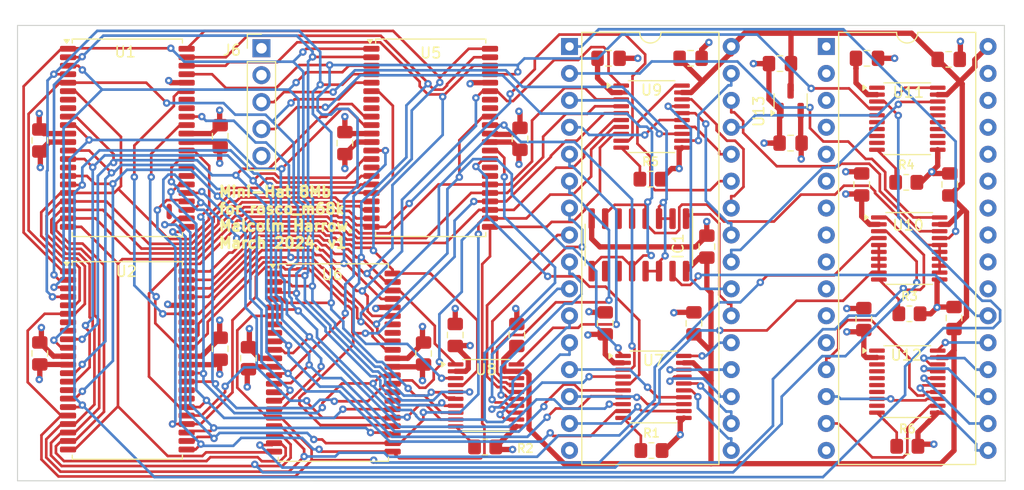
<source format=kicad_pcb>
(kicad_pcb (version 20240108) (generator "pcbnew") (generator_version "8.0")
  (layers (0 "F.Cu" signal) (1 "In1.Cu" power) (2 "In2.Cu" power) (31 "B.Cu" signal) (34 "B.Paste" user) (35 "F.Paste" user) (36 "B.SilkS" user "B.Silkscreen") (37 "F.SilkS" user "F.Silkscreen") (38 "B.Mask" user) (39 "F.Mask" user) (44 "Edge.Cuts" user))
  (net 0 "")
  (net 1 "+5V")
  (net 2 "GND")
  (net 3 "EXPSEL")
  (net 4 "A20")
  (net 5 "A21")
  (net 6 "A22")
  (net 7 "A23")
  (net 8 "A19")
  (net 9 "A17")
  (net 10 "A15")
  (net 11 "A13")
  (net 12 "A8")
  (net 13 "A7")
  (net 14 "A6")
  (net 15 "A5")
  (net 16 "A4")
  (net 17 "A3")
  (net 18 "A2")
  (net 19 "A1")
  (net 20 "D0")
  (net 21 "D1")
  (net 22 "D2")
  (net 23 "D3")
  (net 24 "D4")
  (net 25 "D5")
  (net 26 "D6")
  (net 27 "D7")
  (net 28 "ODDRAMSEL")
  (net 29 "A11")
  (net 30 "WR")
  (net 31 "A12")
  (net 32 "A10")
  (net 33 "A9")
  (net 34 "A14")
  (net 36 "A18")
  (net 37 "A16")
  (net 41 "+3.3V")
  (net 46 "EVENRAMSEL")
  (net 53 "D8")
  (net 54 "D9")
  (net 55 "D10")
  (net 56 "D11")
  (net 57 "D12")
  (net 58 "D13")
  (net 59 "D14")
  (net 60 "D15")
  (net 61 "Net-(U7-OE)")
  (net 62 "RW")
  (net 91 "Net-(U8-OE)")
  (net 99 "Net-(U10-OE)")
  (net 104 "Net-(U11-OE)")
  (net 105 "Net-(U9-OE)")
  (net 106 "3A4")
  (net 107 "3A7")
  (net 108 "3D7")
  (net 109 "3A13")
  (net 110 "3WR")
  (net 111 "3D5")
  (net 112 "3A8")
  (net 113 "3A18")
  (net 114 "3A15")
  (net 115 "3A3")
  (net 116 "3A11")
  (net 117 "3D0")
  (net 118 "3RW")
  (net 119 "3A2")
  (net 120 "3A16")
  (net 121 "3A1")
  (net 122 "3A20")
  (net 123 "3D3")
  (net 124 "3A21")
  (net 125 "3A12")
  (net 126 "3A6")
  (net 127 "3D1")
  (net 128 "3A19")
  (net 129 "3A14")
  (net 130 "3A5")
  (net 131 "3A9")
  (net 132 "3A10")
  (net 133 "3A17")
  (net 134 "3D2")
  (net 135 "3D4")
  (net 136 "3D6")
  (net 147 "Net-(U12-OE)")
  (net 150 "3D15")
  (net 151 "3D11")
  (net 152 "3D10")
  (net 153 "3D9")
  (net 154 "3D13")
  (net 155 "3D14")
  (net 156 "3D12")
  (net 157 "3D8")
  (footprint "Connector_PinHeader_2.54mm:PinHeader_1x05_P2.54mm_Vertical" (layer "F.Cu") (at 58.638 52.55)
    (property "Reference" "J6")
    (property "Value" "Conn_01x05")
  )
  (footprint "Resistor_SMD:R_0805_2012Metric_Pad1.20x1.40mm_HandSolder" (layer "F.Cu") (at 119.7 77.6)
    (property "Reference" "R3")
    (property "Value" "10")
  )
  (footprint "Capacitor_SMD:C_0805_2012Metric_Pad1.18x1.45mm_HandSolder" (layer "F.Cu") (at 107.5 54 180)
    (property "Reference" "C23" (hide yes))
    (property "Value" "100nF")
  )
  (footprint "Capacitor_SMD:C_0805_2012Metric_Pad1.18x1.45mm_HandSolder" (layer "F.Cu") (at 115.7 53.5)
    (property "Reference" "C18" (hide yes))
    (property "Value" "100nF")
  )
  (footprint "Resistor_SMD:R_0805_2012Metric_Pad1.20x1.40mm_HandSolder" (layer "F.Cu") (at 119.5 90.1)
    (property "Reference" "R6")
    (property "Value" "10")
  )
  (footprint "Capacitor_SMD:C_0805_2012Metric_Pad1.18x1.45mm_HandSolder" (layer "F.Cu") (at 37.75 61.25 -90)
    (property "Reference" "C6" (hide yes))
    (property "Value" "100nF")
  )
  (footprint "Package_SO:TSOP-II-44_10.16x18.41mm_P0.8mm" (layer "F.Cu") (at 65.4125 82.2)
    (property "Reference" "U6")
    (property "Value" "AS6C1608B-45TIN")
  )
  (footprint "Package_DIP:DIP-32_W15.24mm" (layer "F.Cu") (at 111.867 52.387)
    (property "Reference" "U4" (hide yes))
    (property "Value" "AS6C4008-55PCN")
  )
  (footprint "Package_SO:TSSOP-20_4.4x6.5mm_P0.65mm" (layer "F.Cu") (at 119.6795 71.437)
    (property "Reference" "U10")
    (property "Value" "TXS0108EPW")
  )
  (footprint "Capacitor_SMD:C_0805_2012Metric_Pad1.18x1.45mm_HandSolder" (layer "F.Cu") (at 100.6088 71.2625 90)
    (property "Reference" "C7" (hide yes))
    (property "Value" "100nF")
  )
  (footprint "Package_SO:TSOP-II-44_10.16x18.41mm_P0.8mm" (layer "F.Cu") (at 46 61)
    (property "Reference" "U1")
    (property "Value" "AS6C1608B-45TIN")
  )
  (footprint "Capacitor_SMD:C_0805_2012Metric_Pad1.18x1.45mm_HandSolder" (layer "F.Cu") (at 83 61.0955 90)
    (property "Reference" "C4" (hide yes))
    (property "Value" "100nF")
  )
  (footprint "Resistor_SMD:R_0805_2012Metric_Pad1.20x1.40mm_HandSolder" (layer "F.Cu") (at 95.3895 90.5)
    (property "Reference" "R1")
    (property "Value" "10")
  )
  (footprint "Package_SO:TSSOP-20_4.4x6.5mm_P0.65mm" (layer "F.Cu") (at 95.577 84.5)
    (property "Reference" "U7")
    (property "Value" "TXS0108EPW")
  )
  (footprint "Resistor_SMD:R_0805_2012Metric_Pad1.20x1.40mm_HandSolder" (layer "F.Cu") (at 119.4 65.2)
    (property "Reference" "R4")
    (property "Value" "10")
  )
  (footprint "Package_SO:TSOP-II-44_10.16x18.41mm_P0.8mm" (layer "F.Cu") (at 74.5875 61)
    (property "Reference" "U5")
    (property "Value" "AS6C1608B-45TIN")
  )
  (footprint "Capacitor_SMD:C_0805_2012Metric_Pad1.18x1.45mm_HandSolder" (layer "F.Cu") (at 73.9125 81.346 90)
    (property "Reference" "C3" (hide yes))
    (property "Value" "100nF")
  )
  (footprint "Capacitor_SMD:C_0805_2012Metric_Pad1.18x1.45mm_HandSolder" (layer "F.Cu") (at 91.0355 78.5 90)
    (property "Reference" "C15" (hide yes))
    (property "Value" "100nF")
  )
  (footprint "Capacitor_SMD:C_0805_2012Metric_Pad1.18x1.45mm_HandSolder" (layer "F.Cu") (at 123.4 53.6)
    (property "Reference" "C13" (hide yes))
    (property "Value" "100nF")
  )
  (footprint "Package_SO:TSSOP-20_4.4x6.5mm_P0.65mm" (layer "F.Cu") (at 119.5 84)
    (property "Reference" "U12")
    (property "Value" "TXS0108EPW")
  )
  (footprint "Capacitor_SMD:C_0805_2012Metric_Pad1.18x1.45mm_HandSolder" (layer "F.Cu") (at 99.3895 78.5 90)
    (property "Reference" "C10" (hide yes))
    (property "Value" "100nF")
  )
  (footprint "Capacitor_SMD:C_0805_2012Metric_Pad1.18x1.45mm_HandSolder" (layer "F.Cu") (at 54.75 60.8455 90)
    (property "Reference" "C5" (hide yes))
    (property "Value" "100nF")
  )
  (footprint "Package_SO:TSSOP-20_4.4x6.5mm_P0.65mm" (layer "F.Cu") (at 95.4 59)
    (property "Reference" "U9")
    (property "Value" "TXS0108EPW")
  )
  (footprint "Package_SO:TSOP-II-44_10.16x18.41mm_P0.8mm" (layer "F.Cu") (at 46 82)
    (property "Reference" "U2")
    (property "Value" "AS6C1608B-45TIN")
  )
  (footprint "Capacitor_SMD:C_0805_2012Metric_Pad1.18x1.45mm_HandSolder" (layer "F.Cu") (at 108.5 61.5 180)
    (property "Reference" "C22" (hide yes))
    (property "Value" "100nF")
  )
  (footprint "Package_DIP:DIP-32_W15.24mm" (layer "F.Cu") (at 87.667 52.387)
    (property "Reference" "U3" (hide yes))
    (property "Value" "AS6C4008-55PCN")
  )
  (footprint "Capacitor_SMD:C_0805_2012Metric_Pad1.18x1.45mm_HandSolder" (layer "F.Cu") (at 57.4125 81.7895 -90)
    (property "Reference" "C2" (hide yes))
    (property "Value" "100nF")
  )
  (footprint "Package_TO_SOT_SMD:SOT-23" (layer "F.Cu") (at 108.5 57.5 90)
    (property "Reference" "U13")
    (property "Value" "MCP1799x-330xxTT")
  )
  (footprint "Capacitor_SMD:C_0805_2012Metric_Pad1.18x1.45mm_HandSolder" (layer "F.Cu") (at 54.75 80.896 90)
    (property "Reference" "C9" (hide yes))
    (property "Value" "100nF")
  )
  (footprint "Capacitor_SMD:C_0805_2012Metric_Pad1.18x1.45mm_HandSolder" (layer "F.Cu") (at 37.75 81.3395 -90)
    (property "Reference" "C8" (hide yes))
    (property "Value" "100nF")
  )
  (footprint "Capacitor_SMD:C_0805_2012Metric_Pad1.18x1.45mm_HandSolder" (layer "F.Cu") (at 115.4 78.1 90)
    (property "Reference" "C20" (hide yes))
    (property "Value" "100nF")
  )
  (footprint "Capacitor_SMD:C_0805_2012Metric_Pad1.18x1.45mm_HandSolder" (layer "F.Cu") (at 66.5 61.5 -90)
    (property "Reference" "C1" (hide yes))
    (property "Value" "100nF")
  )
  (footprint "Capacitor_SMD:C_0805_2012Metric_Pad1.18x1.45mm_HandSolder" (layer "F.Cu") (at 123.5 65.4 90)
    (property "Reference" "C14" (hide yes))
    (property "Value" "100nF")
  )
  (footprint "Package_SO:SOIC-16_3.9x9.9mm_P1.27mm" (layer "F.Cu") (at 94.2 71.1 -90)
    (property "Reference" "IC1")
    (property "Value" "SN74HCS139DR")
  )
  (footprint "Resistor_SMD:R_0805_2012Metric_Pad1.20x1.40mm_HandSolder" (layer "F.Cu") (at 79.7185 90.163)
    (property "Reference" "R2")
    (property "Value" "10")
  )
  (footprint "Capacitor_SMD:C_0805_2012Metric_Pad1.18x1.45mm_HandSolder" (layer "F.Cu") (at 99.0781 53.5)
    (property "Reference" "C11" (hide yes))
    (property "Value" "100nF")
  )
  (footprint "Resistor_SMD:R_0805_2012Metric_Pad1.20x1.40mm_HandSolder" (layer "F.Cu") (at 95.3 64.9)
    (property "Reference" "R5")
    (property "Value" "10")
  )
  (footprint "Capacitor_SMD:C_0805_2012Metric_Pad1.18x1.45mm_HandSolder" (layer "F.Cu") (at 91.3469 53.5)
    (property "Reference" "C16" (hide yes))
    (property "Value" "100nF")
  )
  (footprint "Capacitor_SMD:C_0805_2012Metric_Pad1.18x1.45mm_HandSolder" (layer "F.Cu") (at 123.9 78 90)
    (property "Reference" "C21" (hide yes))
    (property "Value" "100nF")
  )
  (footprint "Capacitor_SMD:C_0805_2012Metric_Pad1.18x1.45mm_HandSolder" (layer "F.Cu") (at 76.9 79.6 90)
    (property "Reference" "C17" (hide yes))
    (property "Value" "100nF")
  )
  (footprint "Capacitor_SMD:C_0805_2012Metric_Pad1.18x1.45mm_HandSolder" (layer "F.Cu") (at 115.2 65.4 90)
    (property "Reference" "C19" (hide yes))
    (property "Value" "100nF")
  )
  (footprint "Package_SO:TSSOP-20_4.4x6.5mm_P0.65mm" (layer "F.Cu") (at 79.8 85.3)
    (property "Reference" "U8")
    (property "Value" "TXS0108EPW")
  )
  (footprint "Package_SO:TSSOP-20_4.4x6.5mm_P0.65mm" (layer "F.Cu") (at 119.5 59.2)
    (property "Reference" "U11")
    (property "Value" "TXS0108EPW")
  )
  (footprint "Capacitor_SMD:C_0805_2012Metric_Pad1.18x1.45mm_HandSolder" (layer "F.Cu") (at 82.7 79.6 90)
    (property "Reference" "C12" (hide yes))
    (property "Value" "100nF")
  )
  (gr_line (start 128.65 50.4) (end 35.65 50.4) (stroke (width 0.1)) (layer "Edge.Cuts"))
  (gr_line (start 35.65 50.4) (end 35.65 93.35) (stroke (width 0.1)) (layer "Edge.Cuts"))
  (gr_line (start 128.65 50.4) (end 128.73 93.36) (stroke (width 0.1)) (layer "Edge.Cuts"))
  (gr_line (start 128.73 93.36) (end 35.65 93.35) (stroke (width 0.1)) (layer "Edge.Cuts"))
  (gr_text "Mini-Hat 8Mb \nfor rosco_m68k\nMalcolm Harrow, \nMarch 2024, v1" (at 54.5 71.5 0) (layer "F.SilkS") (effects (font (size 1 1) (thickness 0.25) (bold yes)) (justify left bottom)))
  (segment (start 98.4395 82.225) (end 99.325 82.225) (width 0.5) (layer "F.Cu") (net 1))
  (segment (start 99.1306 56.725) (end 98.2625 56.725) (width 0.5) (layer "F.Cu") (net 1))
  (segment (start 101 83.9) (end 101 81.148) (width 0.5) (layer "F.Cu") (net 1))
  (segment (start 122.542 69.162) (end 123.41 69.162) (width 0.5) (layer "F.Cu") (net 1))
  (segment (start 81.525 83.025) (end 82.6625 83.025) (width 0.5) (layer "F.Cu") (net 1))
  (segment (start 123.9 90.5) (end 122.663 91.737) (width 0.5) (layer "F.Cu") (net 1))
  (segment (start 125.075 77.8625) (end 123.9 79.0375) (width 0.5) (layer "F.Cu") (net 1))
  (segment (start 124.753 67.8188) (end 124.881 67.8188) (width 0.5) (layer "F.Cu") (net 1))
  (segment (start 124.675 65.2625) (end 123.5 66.4375) (width 0.5) (layer "F.Cu") (net 1))
  (segment (start 81.475 81.8625) (end 81.475 82.975) (width 0.5) (layer "F.Cu") (net 1))
  (segment (start 102.907 52.9486) (end 100.178 55.6778) (width 0.5) (layer "F.Cu") (net 1))
  (segment (start 102.907 52.9486) (end 102.907 53.093) (width 0.5) (layer "F.Cu") (net 1))
  (segment (start 98.0406 53.5406) (end 100.178 55.6778) (width 0.5) (layer "F.Cu") (net 1))
  (segment (start 108.5 51.137) (end 119.9 51.137) (width 0.5) (layer "F.Cu") (net 1))
  (segment (start 108.538 53.8497) (end 108.5375 53.8502) (width 0.5) (layer "F.Cu") (net 1))
  (segment (start 100.6088 72.3) (end 100.609 72.3) (width 0.5) (layer "F.Cu") (net 1))
  (segment (start 82.7 80.6375) (end 81.475 81.8625) (width 0.5) (layer "F.Cu") (net 1))
  (segment (start 122.3625 81.725) (end 123.231 81.725) (width 0.5) (layer "F.Cu") (net 1))
  (segment (start 108.538 51.1745) (end 108.5 51.137) (width 0.5) (layer "F.Cu") (net 1))
  (segment (start 101 75.6) (end 101 81.148) (width 0.5) (layer "F.Cu") (net 1))
  (segment (start 101 81.148) (end 99.3895 79.5375) (width 0.5) (layer "F.Cu") (net 1))
  (segment (start 124.675 55.9125) (end 124.675 65.2625) (width 0.5) (layer "F.Cu") (net 1))
  (segment (start 124.4591 55.6967) (end 124.078 56.0778) (width 0.5) (layer "F.Cu") (net 1))
  (segment (start 122.3625 53.6) (end 122.3623 53.6002) (width 0.5) (layer "F.Cu") (net 1))
  (segment (start 98.0406 53.5) (end 98.0406 53.5406) (width 0.5) (layer "F.Cu") (net 1))
  (segment (start 100.609 72.3) (end 100.609 75.2088) (width 0.5) (layer "F.Cu") (net 1))
  (segment (start 122.362 81.725) (end 122.3625 81.725) (width 0.5) (layer "F.Cu") (net 1))
  (segment (start 102.907 52.387) (end 104.157 51.137) (width 0.5) (layer "F.Cu") (net 1))
  (segment (start 83.5306 83.025) (end 82.6625 83.025) (width 0.5) (layer "F.Cu") (net 1))
  (segment (start 99.325 82.225) (end 101 83.9) (width 0.5) (layer "F.Cu") (net 1))
  (segment (start 125.075 68.0125) (end 125.075 77.8625) (width 0.5) (layer "F.Cu") (net 1))
  (segment (start 102.907 52.387) (end 102.907 52.9486) (width 0.5) (layer "F.Cu") (net 1))
  (segment (start 122.3623 53.6002) (end 124.4591 55.6967) (width 0.5) (layer "F.Cu") (net 1))
  (segment (start 123.9 81.0556) (end 123.9 79.0375) (width 0.5) (layer "F.Cu") (net 1))
  (segment (start 104.157 51.137) (end 108.5 51.137) (width 0.5) (layer "F.Cu") (net 1))
  (segment (start 83.85 83.3444) (end 83.5306 83.025) (width 0.5) (layer "F.Cu") (net 1))
  (segment (start 108.538 53.8497) (end 108.538 51.1745) (width 0.5) (layer "F.Cu") (net 1))
  (segment (start 124.4591 55.6967) (end 124.675 55.9125) (width 0.5) (layer "F.Cu") (net 1))
  (segment (start 87.1492 91.737) (end 83.85 88.4378) (width 0.5) (layer "F.Cu") (net 1))
  (segment (start 122.362 53.6) (end 122.3623 53.6002) (width 0.5) (layer "F.Cu") (net 1))
  (segment (start 108.538 56.525) (end 108.538 53.8497) (width 0.5) (layer "F.Cu") (net 1))
  (segment (start 122.362 56.925) (end 122.3625 56.925) (width 0.5) (layer "F.Cu") (net 1))
  (segment (start 123.41 69.162) (end 124.753 67.8188) (width 0.5) (layer "F.Cu") (net 1))
  (segment (start 125.857 53.637) (end 125.857 54.2986) (width 0.5) (layer "F.Cu") (net 1))
  (segment (start 124.881 67.8188) (end 125.075 68.0125) (width 0.5) (layer "F.Cu") (net 1))
  (segment (start 127.107 52.387) (end 125.857 53.637) (width 0.5) (layer "F.Cu") (net 1))
  (segment (start 108.5375 53.8502) (end 108.5375 54) (width 0.5) (layer "F.Cu") (net 1))
  (segment (start 83.85 88.4378) (end 83.85 83.3444) (width 0.5) (layer "F.Cu") (net 1))
  (segment (start 98.645 73.575) (end 99.92 72.3) (width 0.5) (layer "F.Cu") (net 1))
  (segment (start 125.857 54.2986) (end 124.4591 55.6967) (width 0.5) (layer "F.Cu") (net 1))
  (segment (start 123.5 66.4375) (end 124.881 67.8188) (width 0.5) (layer "F.Cu") (net 1))
  (segment (start 123.9 79.0375) (end 123.9 81.0556) (width 0.5) (layer "F.Cu") (net 1))
  (segment (start 99.92 72.3) (end 100.6088 72.3) (width 0.5) (layer "F.Cu") (net 1))
  (segment (start 123.231 56.925) (end 124.078 56.0778) (width 0.5) (layer "F.Cu") (net 1))
  (segment (start 122.663 91.737) (end 101 91.737) (width 0.5) (layer "F.Cu") (net 1))
  (segment (start 81.475 82.975) (end 81.525 83.025) (width 0.5) (layer "F.Cu") (net 1))
  (segment (start 102.907 52.387) (end 102.907 52.9486) (width 0.5) (layer "F.Cu") (net 1))
  (segment (start 101 91.737) (end 87.1492 91.737) (width 0.5) (layer "F.Cu") (net 1))
  (segment (start 119.9 51.137) (end 122.362 53.6) (width 0.5) (layer "F.Cu") (net 1))
  (segment (start 123.9 81.0556) (end 123.9 90.5) (width 0.5) (layer "F.Cu") (net 1))
  (segment (start 123.231 81.725) (end 123.9 81.0556) (width 0.5) (layer "F.Cu") (net 1))
  (segment (start 108.5 56.5625) (end 108.538 56.525) (width 0.5) (layer "F.Cu") (net 1))
  (segment (start 100.609 75.2088) (end 101 75.6) (width 0.5) (layer "F.Cu") (net 1))
  (segment (start 100.178 55.6778) (end 99.1306 56.725) (width 0.5) (layer "F.Cu") (net 1))
  (segment (start 101 91.737) (end 101 83.9) (width 0.5) (layer "F.Cu") (net 1))
  (segment (start 122.3625 56.925) (end 123.231 56.925) (width 0.5) (layer "F.Cu") (net 1))
  (segment (start 124.078 56.0778) (end 124.381 55.7743) (width 0.5) (layer "F.Cu") (net 1))
  (segment (start 37.75 62.2875) (end 38.6375 61.4) (width 0.5) (layer "F.Cu") (net 2))
  (segment (start 100.6045 70.2206) (end 100.6088 70.2249) (width 0.5) (layer "F.Cu") (net 2))
  (segment (start 98.1 89) (end 98.1 87.7645) (width 0.5) (layer "F.Cu") (net 2))
  (segment (start 97.5 77.5) (end 97.5375 77.4625) (width 0.5) (layer "F.Cu") (net 2))
  (segment (start 96.6 90.5) (end 98.1 89) (width 0.5) (layer "F.Cu") (net 2))
  (segment (start 105.8019 54) (end 106.462 54) (width 0.5) (layer "F.Cu") (net 2))
  (segment (start 122.362 63.6375) (end 121.8 64.2) (width 0.5) (layer "F.Cu") (net 2))
  (segment (start 92.3844 53.5) (end 94.1 53.5) (width 0.5) (layer "F.Cu") (net 2))
  (segment (start 98 63.9) (end 98 62.1875) (width 0.5) (layer "F.Cu") (net 2))
  (segment (start 83 58.6) (end 82.9 58.5) (width 0.5) (layer "F.Cu") (net 2))
  (segment (start 82.7 78.5625) (end 82.7 77.2) (width 0.5) (layer "F.Cu") (net 2))
  (segment (start 105.8019 54) (end 106.4625 54) (width 0.5) (layer "F.Cu") (net 2))
  (segment (start 100.6045 70.2206) (end 100.609 70.225) (width 0.5) (layer "F.Cu") (net 2))
  (segment (start 115.362 77.1) (end 115.4 77.0625) (width 0.5) (layer "F.Cu") (net 2))
  (segment (start 80.7245 90.163) (end 82.6625 88.225) (width 0.5) (layer "F.Cu") (net 2))
  (segment (start 54.7 78.2) (end 54.7 79.8085) (width 0.5) (layer "F.Cu") (net 2))
  (segment (start 106.462 57.35) (end 107.55 58.4375) (width 0.5) (layer "F.Cu") (net 2))
  (segment (start 76.9 77.1) (end 76.9 78.5625) (width 0.5) (layer "F.Cu") (net 2))
  (segment (start 121.7 77.6) (end 122.3 77) (width 0.5) (layer "F.Cu") (net 2))
  (segment (start 122.338 76.9625) (end 122.3 77) (width 0.5) (layer "F.Cu") (net 2))
  (segment (start 73.8125 80.2085) (end 73.9125 80.3085) (width 0.5) (layer "F.Cu") (net 2))
  (segment (start 54.7 59.758) (end 54.75 59.808) (width 0.5) (layer "F.Cu") (net 2))
  (segment (start 121.431 87.8562) (end 122.362 86.925) (width 0.5) (layer "F.Cu") (net 2))
  (segment (start 57.3 82.9395) (end 57.4125 82.827) (width 0.5) (layer "F.Cu") (net 2))
  (segment (start 37.8 63.8) (end 37.8 62.3375) (width 0.5) (layer "F.Cu") (net 2))
  (segment (start 37.75 82.377) (end 37.75 83.75) (width 0.5) (layer "F.Cu") (net 2))
  (segment (start 100.116 53.5) (end 100.116 53.0922) (width 0.5) (layer "F.Cu") (net 2))
  (segment (start 40.3895 82.377) (end 40.4125 82.4) (width 0.5) (layer "F.Cu") (net 2))
  (segment (start 91.0355 77.4625) (end 89.5625 77.4625) (width 0.5) (layer "F.Cu") (net 2))
  (segment (start 100.116 52.6844) (end 100.8 52) (width 0.5) (layer "F.Cu") (net 2))
  (segment (start 73.9125 80.3085) (end 72.421 81.8) (width 0.5) (layer "F.Cu") (net 2))
  (segment (start 120.5 90.1) (end 120.5 88.7875) (width 0.5) (layer "F.Cu") (net 2))
  (segment (start 54.75 79.8585) (end 53.0085 81.6) (width 0.5) (layer "F.Cu") (net 2))
  (segment (start 54.7 58.4) (end 54.7 59.758) (width 0.5) (layer "F.Cu") (net 2))
  (segment (start 98.1 87.7645) (end 98.4395 87.425) (width 0.5) (layer "F.Cu") (net 2))
  (segment (start 57.6395 82.6) (end 59.825 82.6) (width 0.5) (layer "F.Cu") (net 2))
  (segment (start 120.8 65.2) (end 121.8 64.2) (width 0.5) (layer "F.Cu") (net 2))
  (segment (start 54.7 79.8085) (end 54.75 79.8585) (width 0.5) (layer "F.Cu") (net 2))
  (segment (start 122.362 62.8812) (end 122.362 63.6375) (width 0.5) (layer "F.Cu") (net 2))
  (segment (start 106.731 61.5) (end 107.4625 61.5) (width 0.5) (layer "F.Cu") (net 2))
  (segment (start 97.3 63.9) (end 96.3 64.9) (width 0.5) (layer "F.Cu") (net 2))
  (segment (start 115.038 64.2) (end 115.2 64.3625) (width 0.5) (layer "F.Cu") (net 2))
  (segment (start 105 54) (end 105.8019 54) (width 0.5) (layer "F.Cu") (net 2))
  (segment (start 123.5 64.3625) (end 121.962 64.3625) (width 0.5) (layer "F.Cu") (net 2))
  (segment (start 122 89.9) (end 120.7 89.9) (width 0.5) (layer "F.Cu") (net 2))
  (segment (start 100.116 53.0922) (end 100.116 52.6844) (width 0.5) (layer "F.Cu") (net 2))
  (segment (start 100.116 53.0922) (end 100.1156 53.0926) (width 0.5) (layer "F.Cu") (net 2))
  (segment (start 57.3 84.5) (end 57.3 82.9395) (width 0.5) (layer "F.Cu") (net 2))
  (segment (start 98 62.1875) (end 98.2625 61.925) (width 0.5) (layer "F.Cu") (net 2))
  (segment (start 37.8 62.3375) (end 37.75 62.2875) (width 0.5) (layer "F.Cu") (net 2))
  (segment (start 66.5 63.9) (end 66.5 62.5375) (width 0.5) (layer "F.Cu") (net 2))
  (segment (start 99.5463 71.2875) (end 90.5241 71.2875) (width 0.5) (layer "F.Cu") (net 2))
  (segment (start 122.1732 87.1143) (end 122.3625 86.925) (width 0.4006) (layer "F.Cu") (net 2))
  (segment (start 97.5375 77.4625) (end 99.3895 77.4625) (width 0.5) (layer "F.Cu") (net 2))
  (segment (start 106.731 61.5) (end 107.462 61.5) (width 0.5) (layer "F.Cu") (net 2))
  (segment (start 113.7 64.2) (end 115.038 64.2) (width 0.5) (layer "F.Cu") (net 2))
  (segment (start 123.9 76.9625) (end 122.338 76.9625) (width 0.5) (layer "F.Cu") (net 2))
  (segment (start 100.609 70.225) (end 99.5463 71.2875) (width 0.5) (layer "F.Cu") (net 2))
  (segment (start 100.6 70.2162) (end 100.6045 70.2206) (width 0.5) (layer "F.Cu") (net 2))
  (segment (start 100.1156 53.0926) (end 100.1156 53.5) (width 0.5) (layer "F.Cu") (net 2))
  (segment (start 107.462 61.5) (end 107.462 58.525) (width 0.5) (layer "F.Cu") (net 2))
  (segment (start 121.962 64.3625) (end 121.8 64.2) (width 0.5) (layer "F.Cu") (net 2))
  (segment (start 82.3 90.4) (end 80.9555 90.4) (width 0.5) (layer "F.Cu") (net 2))
  (segment (start 80.9555 90.4) (end 80.7185 90.163) (width 0.5) (layer "F.Cu") (net 2))
  (segment (start 37.75 83.75) (end 37.7 83.8) (width 0.5) (layer "F.Cu") (net 2))
  (segment (start 120.5 88.7875) (end 121.431 87.8562) (width 0.5) (layer "F.Cu") (net 2))
  (segment (start 53.958 60.6) (end 51.5875 60.6) (width 0.5) (layer "F.Cu") (net 2))
  (segment (start 124.5 51.9) (end 124.5 53.5375) (width 0.5) (layer "F.Cu") (net 2))
  (segment (start 124.5 53.5375) (end 124.438 53.6) (width 0.5) (layer "F.Cu") (net 2))
  (segment (start 83 60.058) (end 82.383 60.675) (width 0.5) (layer "F.Cu") (net 2))
  (segment (start 120.7 77.6) (end 121.7 77.6) (width 0.5) (layer "F.Cu") (net 2))
  (segment (start 49.9462 68.4375) (end 49.9462 67.4625) (width 0.5) (layer "F.Cu") (net 2))
  (segment (start 66.5 62.5375) (end 67.6375 61.4) (width 0.5) (layer "F.Cu") (net 2))
  (segment (start 80.7185 90.163) (end 80.7245 90.163) (width 0.5) (layer "F.Cu") (net 2))
  (segment (start 122.3 74.604) (end 122.542 74.362) (width 0.5) (layer "F.Cu") (net 2))
  (segment (start 89.5625 77.4625) (end 89.5 77.4) (width 0.5) (layer "F.Cu") (net 2))
  (segment (start 90.5241 71.2875) (end 89.755 70.5184) (width 0.5) (layer "F.Cu") (net 2))
  (segment (start 82.383 60.675) (end 80.625 60.675) (width 0.5) (layer "F.Cu") (net 2))
  (segment (start 122.3625 62.8807) (end 122.3625 62.1273) (width 0.5) (layer "F.Cu") (net 2))
  (segment (start 82.7 77.2) (end 82.6 77.1) (width 0.5) (layer "F.Cu") (net 2))
  (segment (start 57.4125 82.827) (end 57.6395 82.6) (width 0.5) (layer "F.Cu") (net 2))
  (segment (start 96.3895 90.5) (end 96.6 90.5) (width 0.5) (layer "F.Cu") (net 2))
  (segment (start 67.6375 61.4) (end 69 61.4) (width 0.5) (layer "F.Cu") (net 2))
  (segment (start 118.3 53.5) (end 116.738 53.5) (width 0.5) (layer "F.Cu") (net 2))
  (segment (start 121.4313 87.8562) (end 122.1732 87.1143) (width 0.5) (layer "F.Cu") (net 2))
  (segment (start 122.3625 62.1273) (end 122.3625 62.125) (width 0.4006) (layer "F.Cu") (net 2))
  (segment (start 122.3 77) (end 122.3 74.604) (width 0.5) (layer "F.Cu") (net 2))
  (segment (start 89.755 70.5184) (end 89.755 68.625) (width 0.5) (layer "F.Cu") (net 2))
  (segment (start 98 63.9) (end 97.3 63.9) (width 0.5) (layer "F.Cu") (net 2))
  (segment (start 122.362 62.8812) (end 122.3625 62.8807) (width 0.5) (layer "F.Cu") (net 2))
  (segment (start 100.6 68.9) (end 100.6 70.2162) (width 0.5) (layer "F.Cu") (net 2))
  (segment (start 120.7 89.9) (end 120.5 90.1) (width 0.5) (layer "F.Cu") (net 2))
  (segment (start 107.462 58.525) (end 107.55 58.4375) (width 0.5) (layer "F.Cu") (net 2))
  (segment (start 38.6375 61.4) (end 40.4125 61.4) (width 0.5) (layer "F.Cu") (net 2))
  (segment (start 83 60.058) (end 83 58.6) (width 0.5) (layer "F.Cu") (net 2))
  (segment (start 106.462 54) (end 106.462 57.35) (width 0.5) (layer "F.Cu") (net 2))
  (segment (start 106 61.5) (end 106.731 61.5) (width 0.5) (layer "F.Cu") (net 2))
  (segment (start 53.0085 81.6) (end 51.5875 81.6) (width 0.5) (layer "F.Cu") (net 2))
  (segment (start 37.75 82.377) (end 40.3895 82.377) (width 0.5) (layer "F.Cu") (net 2))
  (segment (start 100.6088 70.2249) (end 100.6088 70.225) (width 0.5) (layer "F.Cu") (net 2))
  (segment (start 120.4 65.2) (end 120.8 65.2) (width 0.5) (layer "F.Cu") (net 2))
  (segment (start 73.8125 78.8) (end 73.8125 80.2085) (width 0.5) (layer "F.Cu") (net 2))
  (segment (start 122.362 62.125) (end 122.362 62.8812) (width 0.5) (layer "F.Cu") (net 2))
  (segment (start 121.431 87.8562) (end 121.4313 87.8562) (width 0.5) (layer "F.Cu") (net 2))
  (segment (start 72.421 81.8) (end 71 81.8) (width 0.5) (layer "F.Cu") (net 2))
  (segment (start 113.8 77.1) (end 115.362 77.1) (width 0.5) (layer "F.Cu") (net 2))
  (segment (start 54.75 59.808) (end 53.958 60.6) (width 0.5) (layer "F.Cu") (net 2))
  (segment (start 116.738 53.5) (end 116.7375 53.5) (width 0.5) (layer "F.Cu") (net 2))
  (via (at 100.8 52) (size 0.7) (drill 0.3) (layers "F.Cu" "B.Cu") (net 2))
  (via (at 97.5 77.5) (size 0.7) (drill 0.3) (layers "F.Cu" "B.Cu") (net 2))
  (via (at 82.3 90.4) (size 0.7) (drill 0.3) (layers "F.Cu" "B.Cu") (net 2))
  (via (at 124.5 51.9) (size 0.7) (drill 0.3) (layers "F.Cu" "B.Cu") (net 2))
  (via (at 76.9 77.1) (size 0.7) (drill 0.3) (layers "F.Cu" "B.Cu") (net 2))
  (via (at 82.6 77.1) (size 0.7) (drill 0.3) (layers "F.Cu" "B.Cu") (net 2))
  (via (at 66.5 63.9) (size 0.7) (drill 0.3) (layers "F.Cu" "B.Cu") (net 2))
  (via (at 37.7 83.8) (size 0.7) (drill 0.3) (layers "F.Cu" "B.Cu") (net 2))
  (via (at 122 89.9) (size 0.7) (drill 0.3) (layers "F.Cu" "B.Cu") (net 2))
  (via (at 94.1 53.5) (size 0.7) (drill 0.3) (layers "F.Cu" "B.Cu") (net 2))
  (via (at 82.9 58.5) (size 0.7) (drill 0.3) (layers "F.Cu" "B.Cu") (net 2))
  (via (at 122.3 77) (size 0.7) (drill 0.3) (layers "F.Cu" "B.Cu") (net 2))
  (via (at 73.8125 78.8) (size 0.7) (drill 0.3) (layers "F.Cu" "B.Cu") (net 2))
  (via (at 118.3 53.5) (size 0.7) (drill 0.3) (layers "F.Cu" "B.Cu") (net 2))
  (via (at 57.3 84.5) (size 0.7) (drill 0.3) (layers "F.Cu" "B.Cu") (net 2))
  (via (at 98.1 89) (size 0.7) (drill 0.3) (layers "F.Cu" "B.Cu") (net 2))
  (via (at 98 63.9) (size 0.7) (drill 0.3) (layers "F.Cu" "B.Cu") (net 2))
  (via (at 89.5 77.4) (size 0.7) (drill 0.3) (layers "F.Cu" "B.Cu") (net 2))
  (via (at 113.8 77.1) (size 0.7) (drill 0.3) (layers "F.Cu" "B.Cu") (net 2))
  (via (at 37.8 63.8) (size 0.7) (drill 0.3) (layers "F.Cu" "B.Cu") (net 2))
  (via (at 105 54) (size 0.7) (drill 0.3) (layers "F.Cu" "B.Cu") (net 2))
  (via (at 121.8 64.2) (size 0.7) (drill 0.3) (layers "F.Cu" "B.Cu") (net 2))
  (via (at 54.7 58.4) (size 0.7) (drill 0.3) (layers "F.Cu" "B.Cu") (net 2))
  (via (at 106 61.5) (size 0.7) (drill 0.3) (layers "F.Cu" "B.Cu") (net 2))
  (via (at 100.6 68.9) (size 0.7) (drill 0.3) (layers "F.Cu" "B.Cu") (net 2))
  (via (at 113.7 64.2) (size 0.7) (drill 0.3) (layers "F.Cu" "B.Cu") (net 2))
  (via (at 54.7 78.2) (size 0.7) (drill 0.3) (layers "F.Cu" "B.Cu") (net 2))
  (segment (start 59.8147 60.17) (end 59.9173 60.17) (width 0.25) (layer "F.Cu") (net 4))
  (segment (start 112.686 66.357) (end 113.5234 65.5196) (width 0.25) (layer "F.Cu") (net 4))
  (segment (start 94.631 72.1025) (end 95.367 72.1025) (width 0.25) (layer "F.Cu") (net 4))
  (segment (start 122.542 71.762) (end 122.542 72.412) (width 0.25) (layer "F.Cu") (net 4))
  (segment (start 100.6251 67.2982) (end 102.2239 68.897) (width 0.25) (layer "F.Cu") (net 4))
  (segment (start 121.3563 71.112) (end 122.542 71.112) (width 0.25) (layer "F.Cu") (net 4))
  (segment (start 98.01 67.5583) (end 98.2701 67.2982) (width 0.25) (layer "F.Cu") (net 4))
  (segment (start 91.9247 67.3188) (end 94.835 67.3188) (width 0.25) (layer "F.Cu") (net 4))
  (segment (start 106.9328 68.897) (end 109.4728 66.357) (width 0.25) (layer "F.Cu") (net 4))
  (segment (start 97.699 69.9794) (end 98.01 69.6684) (width 0.25) (layer "F.Cu") (net 4))
  (segment (start 91.025 68.625) (end 91.025 68.2185) (width 0.25) (layer "F.Cu") (net 4))
  (segment (start 93.565 73.1685) (end 94.631 72.1025) (width 0.25) (layer "F.Cu") (net 4))
  (segment (start 94.835 69.1058) (end 95.7086 69.9794) (width 0.25) (layer "F.Cu") (net 4))
  (segment (start 102.2239 68.897) (end 106.9328 68.897) (width 0.25) (layer "F.Cu") (net 4))
  (segment (start 94.835 67.3188) (end 94.835 68.625) (width 0.25) (layer "F.Cu") (net 4))
  (segment (start 98.2701 67.2982) (end 100.6251 67.2982) (width 0.25) (layer "F.Cu") (net 4))
  (segment (start 91.025 68.2185) (end 91.9247 67.3188) (width 0.25) (layer "F.Cu") (net 4))
  (segment (start 89.755 73.1728) (end 89.755 73.575) (width 0.25) (layer "F.Cu") (net 4))
  (segment (start 90.6782 72.2496) (end 89.755 73.1728) (width 0.25) (layer "F.Cu") (net 4))
  (segment (start 93.565 73.1685) (end 92.6461 72.2496) (width 0.25) (layer "F.Cu") (net 4))
  (segment (start 115.9332 65.5196) (end 116.4577 66.0441) (width 0.25) (layer "F.Cu") (net 4))
  (segment (start 94.835 68.625) (end 94.835 69.1058) (width 0.25) (layer "F.Cu") (net 4))
  (segment (start 93.565 73.575) (end 93.565 73.1685) (width 0.25) (layer "F.Cu") (net 4))
  (segment (start 122.542 71.112) (end 122.542 71.762) (width 0.25) (layer "F.Cu") (net 4))
  (segment (start 122.542 72.412) (end 122.542 73.062) (width 0.25) (layer "F.Cu") (net 4))
  (segment (start 113.5234 65.5196) (end 115.9332 65.5196) (width 0.25) (layer "F.Cu") (net 4))
  (segment (start 95.7086 69.9794) (end 97.699 69.9794) (width 0.25) (layer "F.Cu") (net 4))
  (segment (start 92.6461 72.2496) (end 90.6782 72.2496) (width 0.25) (layer "F.Cu") (net 4))
  (segment (start 116.4577 66.2134) (end 121.3563 71.112) (width 0.25) (layer "F.Cu") (net 4))
  (segment (start 98.01 69.6684) (end 98.01 67.5583) (width 0.25) (layer "F.Cu") (net 4))
  (segment (start 94.835 67.2588) (end 95.0361 67.0577) (width 0.25) (layer "F.Cu") (net 4))
  (segment (start 59.9173 60.17) (end 61.9702 58.1171) (width 0.25) (layer "F.Cu") (net 4))
  (segment (start 116.4577 66.0441) (end 116.4577 66.2134) (width 0.25) (layer "F.Cu") (net 4))
  (segment (start 61.9702 58.1171) (end 64.6565 58.1171) (width 0.25) (layer "F.Cu") (net 4))
  (segment (start 122.542 73.062) (end 122.542 73.712) (width 0.25) (layer "F.Cu") (net 4))
  (segment (start 94.835 67.3188) (end 94.835 67.2588) (width 0.25) (layer "F.Cu") (net 4))
  (segment (start 58.638 60.17) (end 59.8147 60.17) (width 0.25) (layer "F.Cu") (net 4))
  (segment (start 109.4728 66.357) (end 112.686 66.357) (width 0.25) (layer "F.Cu") (net 4))
  (via (at 95.367 72.1025) (size 0.7) (drill 0.3) (layers "F.Cu" "B.Cu") (net 4))
  (via (at 95.0361 67.0577) (size 0.7) (drill 0.3) (layers "F.Cu" "B.Cu") (net 4))
  (via (at 64.6565 58.1171) (size 0.7) (drill 0.3) (layers "F.Cu" "B.Cu") (net 4))
  (segment (start 67.9485 55.0981) (end 64.9311 58.1155) (width 0.25) (layer "B.Cu") (net 4))
  (segment (start 64.9311 58.1155) (end 64.6565 58.1155) (width 0.25) (layer "B.Cu") (net 4))
  (segment (start 95.4377 66.6561) (end 95.4377 60.44) (width 0.25) (layer "B.Cu") (net 4))
  (segment (start 95.0361 67.0577) (end 95.4377 66.6561) (width 0.25) (layer "B.Cu") (net 4))
  (segment (start 94.9445 59.9468) (end 94.3057 59.9468) (width 0.25) (layer "B.Cu") (net 4))
  (segment (start 81.3586 55.0981) (end 67.9485 55.0981) (width 0.25) (layer "B.Cu") (net 4))
  (segment (start 94.3057 59.9468) (end 93.0718 58.7129) (width 0.25) (layer "B.Cu") (net 4))
  (segment (start 95.4377 60.44) (end 94.9445 59.9468) (width 0.25) (layer "B.Cu") (net 4))
  (segment (start 84.9734 58.7129) (end 81.3586 55.0981) (width 0.25) (layer "B.Cu") (net 4))
  (segment (start 95.0361 67.0577) (end 95.0361 71.7716) (width 0.25) (layer "B.Cu") (net 4))
  (segment (start 95.0361 71.7716) (end 95.367 72.1025) (width 0.25) (layer "B.Cu") (net 4))
  (segment (start 93.0718 58.7129) (end 84.9734 58.7129) (width 0.25) (layer "B.Cu") (net 4))
  (segment (start 64.6565 58.1155) (end 64.6565 58.1171) (width 0.25) (layer "B.Cu") (net 4))
  (segment (start 59.8147 57.63) (end 60.7588 56.6859) (width 0.25) (layer "F.Cu") (net 5))
  (segment (start 58.638 57.63) (end 59.8147 57.63) (width 0.25) (layer "F.Cu") (net 5))
  (segment (start 96.105 67.4985) (end 96.105 68.625) (width 0.25) (layer "F.Cu") (net 5))
  (segment (start 96.105 68.625) (end 97.375 68.625) (width 0.25) (layer "F.Cu") (net 5))
  (segment (start 96.105 72.7034) (end 96.6787 72.1297) (width 0.25) (layer "F.Cu") (net 5))
  (segment (start 96.5068 67.0967) (end 96.105 67.4985) (width 0.25) (layer "F.Cu") (net 5))
  (segment (start 96.105 73.575) (end 96.105 72.7034) (width 0.25) (layer "F.Cu") (net 5))
  (segment (start 60.7588 56.6859) (end 65.3932 56.6859) (width 0.25) (layer "F.Cu") (net 5))
  (segment (start 96.105 73.575) (end 94.835 73.575) (width 0.25) (layer "F.Cu") (net 5))
  (via (at 96.6787 72.1297) (size 0.7) (drill 0.3) (layers "F.Cu" "B.Cu") (net 5))
  (via (at 65.3932 56.6859) (size 0.7) (drill 0.3) (layers "F.Cu" "B.Cu") (net 5))
  (via (at 96.5068 67.0967) (size 0.7) (drill 0.3) (layers "F.Cu" "B.Cu") (net 5))
  (segment (start 96.5068 67.0967) (end 96.8131 66.7904) (width 0.25) (layer "B.Cu") (net 5))
  (segment (start 96.5068 67.0967) (end 96.6787 67.2686) (width 0.25) (layer "B.Cu") (net 5))
  (segment (start 81.6654 54.6287) (end 67.4504 54.6287) (width 0.25) (layer "B.Cu") (net 5))
  (segment (start 96.8131 66.7904) (end 96.8131 60.3546) (width 0.25) (layer "B.Cu") (net 5))
  (segment (start 67.4504 54.6287) (end 65.3932 56.6859) (width 0.25) (layer "B.Cu") (net 5))
  (segment (start 96.8131 60.3546) (end 92.6555 56.197) (width 0.25) (layer "B.Cu") (net 5))
  (segment (start 92.6555 56.197) (end 83.2337 56.197) (width 0.25) (layer "B.Cu") (net 5))
  (segment (start 96.6787 67.2686) (end 96.6787 72.1297) (width 0.25) (layer "B.Cu") (net 5))
  (segment (start 83.2337 56.197) (end 81.6654 54.6287) (width 0.25) (layer "B.Cu") (net 5))
  (segment (start 122.542 70.462) (end 123.4065 70.462) (width 0.25) (layer "F.Cu") (net 8))
  (segment (start 123.4065 70.462) (end 124.0525 69.816) (width 0.25) (layer "F.Cu") (net 8))
  (via (at 124.0525 69.816) (size 0.7) (drill 0.3) (layers "F.Cu" "B.Cu") (net 8))
  (segment (start 124.0525 69.816) (end 124.0525 61.3406) (width 0.25) (layer "B.Cu") (net 8))
  (segment (start 87.667 52.387) (end 88.7937 52.387) (width 0.25) (layer "B.Cu") (net 8))
  (segment (start 124.0525 61.3406) (end 113.47 50.7581) (width 0.25) (layer "B.Cu") (net 8))
  (segment (start 90.4226 50.7581) (end 88.7937 52.387) (width 0.25) (layer "B.Cu") (net 8))
  (segment (start 113.47 50.7581) (end 90.4226 50.7581) (width 0.25) (layer "B.Cu") (net 8))
  (segment (start 115.5744 62.9939) (end 113.93 61.3495) (width 0.25) (layer "F.Cu") (net 9))
  (segment (start 116.167 62.9939) (end 115.5744 62.9939) (width 0.25) (layer "F.Cu") (net 9))
  (segment (start 117.4175 65.8639) (end 117.4175 64.2444) (width 0.25) (layer "F.Cu") (net 9))
  (segment (start 110.3259 60.0893) (end 110.3259 58.1381) (width 0.25) (layer "F.Cu") (net 9))
  (segment (start 120.0656 68.512) (end 117.4175 65.8639) (width 0.25) (layer "F.Cu") (net 9))
  (segment (start 117.4175 64.2444) (end 116.167 62.9939) (width 0.25) (layer "F.Cu") (net 9))
  (segment (start 113.93 61.3495) (end 111.5861 61.3495) (width 0.25) (layer "F.Cu") (net 9))
  (segment (start 111.5861 61.3495) (end 110.3259 60.0893) (width 0.25) (layer "F.Cu") (net 9))
  (segment (start 122.542 68.512) (end 120.0656 68.512) (width 0.25) (layer "F.Cu") (net 9))
  (via (at 110.3259 58.1381) (size 0.7) (drill 0.3) (layers "F.Cu" "B.Cu") (net 9))
  (segment (start 94.2918 54.927) (end 95.4186 53.8002) (width 0.25) (layer "B.Cu") (net 9))
  (segment (start 103.4906 53.8002) (end 107.8285 58.1381) (width 0.25) (layer "B.Cu") (net 9))
  (segment (start 107.8285 58.1381) (end 110.3259 58.1381) (width 0.25) (layer "B.Cu") (net 9))
  (segment (start 87.667 54.927) (end 94.2918 54.927) (width 0.25) (layer "B.Cu") (net 9))
  (segment (start 95.4186 53.8002) (end 103.4906 53.8002) (width 0.25) (layer "B.Cu") (net 9))
  (segment (start 98.2625 60.625) (end 96.1257 60.625) (width 0.25) (layer "F.Cu") (net 10))
  (via (at 96.1257 60.625) (size 0.7) (drill 0.3) (layers "F.Cu" "B.Cu") (net 10))
  (segment (start 87.667 57.467) (end 93.1035 57.467) (width 0.25) (layer "B.Cu") (net 10))
  (segment (start 96.1257 60.4892) (end 96.1257 60.625) (width 0.25) (layer "B.Cu") (net 10))
  (segment (start 93.1035 57.467) (end 96.1257 60.4892) (width 0.25) (layer "B.Cu") (net 10))
  (segment (start 96.165 59.325) (end 98.2625 59.325) (width 0.25) (layer "F.Cu") (net 11))
  (segment (start 94.7598 60.7302) (end 96.165 59.325) (width 0.25) (layer "F.Cu") (net 11))
  (via (at 94.7598 60.7302) (size 0.7) (drill 0.3) (layers "F.Cu" "B.Cu") (net 11))
  (segment (start 88.7937 60.007) (end 89.5169 60.7302) (width 0.25) (layer "B.Cu") (net 11))
  (segment (start 87.667 60.007) (end 88.7937 60.007) (width 0.25) (layer "B.Cu") (net 11))
  (segment (start 89.5169 60.7302) (end 94.7598 60.7302) (width 0.25) (layer "B.Cu") (net 11))
  (segment (start 86.1127 78.9248) (end 88.4912 78.9248) (width 0.25) (layer "F.Cu") (net 12))
  (segment (start 88.4912 78.9248) (end 88.8164 78.5996) (width 0.25) (layer "F.Cu") (net 12))
  (segment (start 82.6625 82.375) (end 86.1127 78.9248) (width 0.25) (layer "F.Cu") (net 12))
  (segment (start 88.8164 78.5996) (end 92.0741 78.5996) (width 0.25) (layer "F.Cu") (net 12))
  (via (at 92.0741 78.5996) (size 0.7) (drill 0.3) (layers "F.Cu" "B.Cu") (net 12))
  (segment (start 87.667 63.6737) (end 87.9447 63.6737) (width 0.25) (layer "B.Cu") (net 12))
  (segment (start 87.9447 63.6737) (end 92.0741 67.8031) (width 0.25) (layer "B.Cu") (net 12))
  (segment (start 92.0741 67.8031) (end 92.0741 78.5996) (width 0.25) (layer "B.Cu") (net 12))
  (segment (start 87.667 62.547) (end 87.667 63.6737) (width 0.25) (layer "B.Cu") (net 12))
  (segment (start 80.8514 80.7801) (end 82.0315 79.6) (width 0.25) (layer "F.Cu") (net 13))
  (segment (start 81.2773 83.6116) (end 80.8514 83.1857) (width 0.25) (layer "F.Cu") (net 13))
  (segment (start 83.2919 79.6) (end 86.3749 76.517) (width 0.25) (layer "F.Cu") (net 13))
  (segment (start 86.3749 76.517) (end 91.1892 76.517) (width 0.25) (layer "F.Cu") (net 13))
  (segment (start 82.5991 83.6116) (end 81.2773 83.6116) (width 0.25) (layer "F.Cu") (net 13))
  (segment (start 91.1892 76.517) (end 91.387 76.3192) (width 0.25) (layer "F.Cu") (net 13))
  (segment (start 82.0315 79.6) (end 83.2919 79.6) (width 0.25) (layer "F.Cu") (net 13))
  (segment (start 80.8514 83.1857) (end 80.8514 80.7801) (width 0.25) (layer "F.Cu") (net 13))
  (segment (start 82.6625 83.675) (end 82.5991 83.6116) (width 0.25) (layer "F.Cu") (net 13))
  (via (at 91.387 76.3192) (size 0.7) (drill 0.3) (layers "F.Cu" "B.Cu") (net 13))
  (segment (start 87.667 65.087) (end 87.667 66.2137) (width 0.25) (layer "B.Cu") (net 13))
  (segment (start 87.8928 66.2137) (end 91.387 69.7079) (width 0.25) (layer "B.Cu") (net 13))
  (segment (start 87.667 66.2137) (end 87.8928 66.2137) (width 0.25) (layer "B.Cu") (net 13))
  (segment (start 91.387 69.7079) (end 91.387 76.3192) (width 0.25) (layer "B.Cu") (net 13))
  (segment (start 81.6899 84.0633) (end 81.073 84.0633) (width 0.25) (layer "F.Cu") (net 14))
  (segment (start 82.6625 84.325) (end 82.5561 84.2186) (width 0.25) (layer "F.Cu") (net 14))
  (segment (start 82.5561 84.2186) (end 81.8452 84.2186) (width 0.25) (layer "F.Cu") (net 14))
  (segment (start 81.073 84.0633) (end 80.3997 83.39) (width 0.25) (layer "F.Cu") (net 14))
  (segment (start 87.4086 71.2952) (end 88.8582 71.2952) (width 0.25) (layer "F.Cu") (net 14))
  (segment (start 80.3997 83.39) (end 80.3997 78.3041) (width 0.25) (layer "F.Cu") (net 14))
  (segment (start 80.3997 78.3041) (end 87.4086 71.2952) (width 0.25) (layer "F.Cu") (net 14))
  (segment (start 81.8452 84.2186) (end 81.6899 84.0633) (width 0.25) (layer "F.Cu") (net 14))
  (via (at 88.8582 71.2952) (size 0.7) (drill 0.3) (layers "F.Cu" "B.Cu") (net 14))
  (segment (start 87.667 67.627) (end 87.667 68.7537) (width 0.25) (layer "B.Cu") (net 14))
  (segment (start 88.8582 69.6632) (end 88.8582 71.2952) (width 0.25) (layer "B.Cu") (net 14))
  (segment (start 87.667 68.7537) (end 87.9487 68.7537) (width 0.25) (layer "B.Cu") (net 14))
  (segment (start 87.9487 68.7537) (end 88.8582 69.6632) (width 0.25) (layer "B.Cu") (net 14))
  (segment (start 81.5028 84.515) (end 80.8838 84.515) (width 0.25) (layer "F.Cu") (net 15))
  (segment (start 79.8974 76.8099) (end 86.5403 70.167) (width 0.25) (layer "F.Cu") (net 15))
  (segment (start 87.667 70.167) (end 86.5403 70.167) (width 0.25) (layer "F.Cu") (net 15))
  (segment (start 79.8974 83.5286) (end 79.8974 76.8099) (width 0.25) (layer "F.Cu") (net 15))
  (segment (start 80.8838 84.515) (end 79.8974 83.5286) (width 0.25) (layer "F.Cu") (net 15))
  (segment (start 82.6625 84.975) (end 81.9628 84.975) (width 0.25) (layer "F.Cu") (net 15))
  (segment (start 81.9628 84.975) (end 81.5028 84.515) (width 0.25) (layer "F.Cu") (net 15))
  (segment (start 81.9464 85.625) (end 81.5862 85.2648) (width 0.25) (layer "F.Cu") (net 16))
  (segment (start 81.5862 85.2648) (end 81.2157 85.2648) (width 0.25) (layer "F.Cu") (net 16))
  (segment (start 82.6625 85.625) (end 81.9464 85.625) (width 0.25) (layer "F.Cu") (net 16))
  (via (at 81.2157 85.2648) (size 0.7) (drill 0.3) (layers "F.Cu" "B.Cu") (net 16))
  (segment (start 87.9487 73.8337) (end 88.7961 74.6811) (width 0.25) (layer "B.Cu") (net 16))
  (segment (start 87.667 72.707) (end 87.667 73.8337) (width 0.25) (layer "B.Cu") (net 16))
  (segment (start 81.2157 82.6409) (end 81.2157 85.2648) (width 0.25) (layer "B.Cu") (net 16))
  (segment (start 87.667 73.8337) (end 87.9487 73.8337) (width 0.25) (layer "B.Cu") (net 16))
  (segment (start 88.7961 74.6811) (end 88.7961 75.7566) (width 0.25) (layer "B.Cu") (net 16))
  (segment (start 87.9076 76.6451) (end 87.2115 76.6451) (width 0.25) (layer "B.Cu") (net 16))
  (segment (start 88.7961 75.7566) (end 87.9076 76.6451) (width 0.25) (layer "B.Cu") (net 16))
  (segment (start 87.2115 76.6451) (end 81.2157 82.6409) (width 0.25) (layer "B.Cu") (net 16))
  (segment (start 81.7465 86.0911) (end 81.6176 85.9622) (width 0.25) (layer "F.Cu") (net 17))
  (segment (start 81.7758 86.0911) (end 81.7465 86.0911) (width 0.25) (layer "F.Cu") (net 17))
  (segment (start 80.4083 85.6922) (end 80.3678 85.6922) (width 0.25) (layer "F.Cu") (net 17))
  (segment (start 82.6625 86.275) (end 81.9597 86.275) (width 0.25) (layer "F.Cu") (net 17))
  (segment (start 81.6176 85.9622) (end 80.6783 85.9622) (width 0.25) (layer "F.Cu") (net 17))
  (segment (start 81.9597 86.275) (end 81.7758 86.0911) (width 0.25) (layer "F.Cu") (net 17))
  (segment (start 80.6783 85.9622) (end 80.4083 85.6922) (width 0.25) (layer "F.Cu") (net 17))
  (via (at 80.3678 85.6922) (size 0.7) (drill 0.3) (layers "F.Cu" "B.Cu") (net 17))
  (segment (start 80.3678 81.4195) (end 86.5403 75.247) (width 0.25) (layer "B.Cu") (net 17))
  (segment (start 80.3678 85.6922) (end 80.3678 81.4195) (width 0.25) (layer "B.Cu") (net 17))
  (segment (start 87.667 75.247) (end 86.5403 75.247) (width 0.25) (layer "B.Cu") (net 17))
  (segment (start 82.6625 86.925) (end 81.9416 86.925) (width 0.25) (layer "F.Cu") (net 18))
  (segment (start 81.4275 86.4485) (end 81.4025 86.4235) (width 0.25) (layer "F.Cu") (net 18))
  (segment (start 81.4651 86.4485) (end 81.4275 86.4485) (width 0.25) (layer "F.Cu") (net 18))
  (segment (start 81.9416 86.925) (end 81.4651 86.4485) (width 0.25) (layer "F.Cu") (net 18))
  (segment (start 81.4025 86.4235) (end 80.5236 86.4235) (width 0.25) (layer "F.Cu") (net 18))
  (segment (start 80.5236 86.4235) (end 80.3531 86.594) (width 0.25) (layer "F.Cu") (net 18))
  (via (at 80.3531 86.594) (size 0.7) (drill 0.3) (layers "F.Cu" "B.Cu") (net 18))
  (segment (start 87.667 77.787) (end 87.667 78.9137) (width 0.25) (layer "B.Cu") (net 18))
  (segment (start 80.5236 86.4235) (end 80.3531 86.594) (width 0.25) (layer "B.Cu") (net 18))
  (segment (start 87.3852 78.9137) (end 82.3143 83.9846) (width 0.25) (layer "B.Cu") (net 18))
  (segment (start 82.3143 83.9846) (end 82.3143 85.1232) (width 0.25) (layer "B.Cu") (net 18))
  (segment (start 82.3143 85.1232) (end 81.014 86.4235) (width 0.25) (layer "B.Cu") (net 18))
  (segment (start 81.014 86.4235) (end 80.5236 86.4235) (width 0.25) (layer "B.Cu") (net 18))
  (segment (start 87.667 78.9137) (end 87.3852 78.9137) (width 0.25) (layer "B.Cu") (net 18))
  (segment (start 81.597 87.575) (end 81.1222 87.1002) (width 0.25) (layer "F.Cu") (net 19))
  (segment (start 82.6625 87.575) (end 81.597 87.575) (width 0.25) (layer "F.Cu") (net 19))
  (via (at 81.1222 87.1002) (size 0.7) (drill 0.3) (layers "F.Cu" "B.Cu") (net 19))
  (segment (start 87.667 80.327) (end 87.667 81.4537) (width 0.25) (layer "B.Cu") (net 19))
  (segment (start 86.7687 81.4537) (end 81.1222 87.1002) (width 0.25) (layer "B.Cu") (net 19))
  (segment (start 87.667 81.4537) (end 86.7687 81.4537) (width 0.25) (layer "B.Cu") (net 19))
  (segment (start 98.4395 85.475) (end 95.9672 85.475) (width 0.25) (layer "F.Cu") (net 20))
  (segment (start 95.9672 85.475) (end 95.0193 84.5271) (width 0.25) (layer "F.Cu") (net 20))
  (via (at 95.0193 84.5271) (size 0.7) (drill 0.3) (layers "F.Cu" "B.Cu") (net 20))
  (segment (start 88.8061 82.8546) (end 88.7937 82.867) (width 0.25) (layer "B.Cu") (net 20))
  (segment (start 87.667 82.867) (end 88.7937 82.867) (width 0.25) (layer "B.Cu") (net 20))
  (segment (start 93.3468 82.8546) (end 88.8061 82.8546) (width 0.25) (layer "B.Cu") (net 20))
  (segment (start 95.0193 84.5271) (end 93.3468 82.8546) (width 0.25) (layer "B.Cu") (net 20))
  (segment (start 94.362 85.4772) (end 94.0059 85.4772) (width 0.25) (layer "F.Cu") (net 21))
  (segment (start 98.4395 86.125) (end 95.0098 86.125) (width 0.25) (layer "F.Cu") (net 21))
  (segment (start 95.0098 86.125) (end 94.362 85.4772) (width 0.25) (layer "F.Cu") (net 21))
  (via (at 94.0059 85.4772) (size 0.7) (drill 0.3) (layers "F.Cu" "B.Cu") (net 21))
  (segment (start 93.9357 85.407) (end 94.0059 85.4772) (width 0.25) (layer "B.Cu") (net 21))
  (segment (start 87.667 85.407) (end 88.7937 85.407) (width 0.25) (layer "B.Cu") (net 21))
  (segment (start 88.7937 85.407) (end 93.9357 85.407) (width 0.25) (layer "B.Cu") (net 21))
  (segment (start 94.4852 86.775) (end 94.0908 86.3806) (width 0.25) (layer "F.Cu") (net 22))
  (segment (start 98.4395 86.775) (end 94.4852 86.775) (width 0.25) (layer "F.Cu") (net 22))
  (via (at 94.0908 86.3806) (size 0.7) (drill 0.3) (layers "F.Cu" "B.Cu") (net 22))
  (segment (start 88.7937 87.947) (end 92.5244 87.947) (width 0.25) (layer "B.Cu") (net 22))
  (segment (start 92.5244 87.947) (end 94.0908 86.3806) (width 0.25) (layer "B.Cu") (net 22))
  (segment (start 87.667 87.947) (end 88.7937 87.947) (width 0.25) (layer "B.Cu") (net 22))
  (segment (start 98.4395 84.825) (end 99.1648 84.825) (width 0.25) (layer "F.Cu") (net 23))
  (segment (start 99.1648 84.825) (end 99.7604 85.4206) (width 0.25) (layer "F.Cu") (net 23))
  (via (at 99.7604 85.4206) (size 0.7) (drill 0.3) (layers "F.Cu" "B.Cu") (net 23))
  (segment (start 99.7604 86.4954) (end 99.7604 85.4206) (width 0.25) (layer "B.Cu") (net 23))
  (segment (start 102.907 90.487) (end 102.907 89.3603) (width 0.25) (layer "B.Cu") (net 23))
  (segment (start 102.907 89.3603) (end 102.6253 89.3603) (width 0.25) (layer "B.Cu") (net 23))
  (segment (start 102.6253 89.3603) (end 99.7604 86.4954) (width 0.25) (layer "B.Cu") (net 23))
  (segment (start 99.7822 84.175) (end 100.018 84.4108) (width 0.25) (layer "F.Cu") (net 24))
  (segment (start 98.4395 84.175) (end 99.7822 84.175) (width 0.25) (layer "F.Cu") (net 24))
  (via (at 100.018 84.4108) (size 0.7) (drill 0.3) (layers "F.Cu" "B.Cu") (net 24))
  (segment (start 102.907 87.947) (end 102.907 86.8203) (width 0.25) (layer "B.Cu") (net 24))
  (segment (start 102.4275 86.8203) (end 102.907 86.8203) (width 0.25) (layer "B.Cu") (net 24))
  (segment (start 100.018 84.4108) (end 102.4275 86.8203) (width 0.25) (layer "B.Cu") (net 24))
  (segment (start 97.5645 83.525) (end 97.1317 83.9578) (width 0.25) (layer "F.Cu") (net 25))
  (segment (start 98.4395 83.525) (end 97.5645 83.525) (width 0.25) (layer "F.Cu") (net 25))
  (via (at 97.1317 83.9578) (size 0.7) (drill 0.3) (layers "F.Cu" "B.Cu") (net 25))
  (segment (start 102.907 85.407) (end 101.7803 85.407) (width 0.25) (layer "B.Cu") (net 25))
  (segment (start 97.3788 83.7107) (end 100.2968 83.7107) (width 0.25) (layer "B.Cu") (net 25))
  (segment (start 100.2968 83.7107) (end 101.7803 85.1942) (width 0.25) (layer "B.Cu") (net 25))
  (segment (start 101.7803 85.1942) (end 101.7803 85.407) (width 0.25) (layer "B.Cu") (net 25))
  (segment (start 97.1317 83.9578) (end 97.3788 83.7107) (width 0.25) (layer "B.Cu") (net 25))
  (segment (start 98.4395 82.875) (end 97.1411 82.875) (width 0.25) (layer "F.Cu") (net 26))
  (via (at 97.1411 82.875) (size 0.7) (drill 0.3) (layers "F.Cu" "B.Cu") (net 26))
  (segment (start 102.907 82.867) (end 101.7803 82.867) (width 0.25) (layer "B.Cu") (net 26))
  (segment (start 101.7723 82.875) (end 97.1411 82.875) (width 0.25) (layer "B.Cu") (net 26))
  (segment (start 101.7803 82.867) (end 101.7723 82.875) (width 0.25) (layer "B.Cu") (net 26))
  (segment (start 98.4395 81.575) (end 100.1561 81.575) (width 0.25) (layer "F.Cu") (net 27))
  (via (at 100.1561 81.575) (size 0.7) (drill 0.3) (layers "F.Cu" "B.Cu") (net 27))
  (segment (start 102.907 80.327) (end 101.7803 80.327) (width 0.25) (layer "B.Cu") (net 27))
  (segment (start 101.7803 80.327) (end 100.5323 81.575) (width 0.25) (layer "B.Cu") (net 27))
  (segment (start 100.5323 81.575) (end 100.1561 81.575) (width 0.25) (layer "B.Cu") (net 27))
  (segment (start 99.047 68.223) (end 100.9111 68.223) (width 0.25) (layer "F.Cu") (net 28))
  (segment (start 100.9111 68.223) (end 101.7803 69.0922) (width 0.25) (layer "F.Cu") (net 28))
  (segment (start 102.907 77.787) (end 102.907 76.6603) (width 0.25) (layer "F.Cu") (net 28))
  (segment (start 98.645 68.625) (end 99.047 68.223) (width 0.25) (layer "F.Cu") (net 28))
  (segment (start 101.7803 69.0922) (end 101.7803 75.8154) (width 0.25) (layer "F.Cu") (net 28))
  (segment (start 102.6252 76.6603) (end 102.907 76.6603) (width 0.25) (layer "F.Cu") (net 28))
  (segment (start 101.7803 75.8154) (end 102.6252 76.6603) (width 0.25) (layer "F.Cu") (net 28))
  (segment (start 98.2625 58.025) (end 96.9635 58.025) (width 0.25) (layer "F.Cu") (net 29))
  (via (at 96.9635 58.025) (size 0.7) (drill 0.3) (layers "F.Cu" "B.Cu") (net 29))
  (segment (start 102.907 75.247) (end 100.0097 75.247) (width 0.25) (layer "B.Cu") (net 29))
  (segment (start 100.0097 75.247) (end 99.1023 74.3396) (width 0.25) (layer "B.Cu") (net 29))
  (segment (start 99.1023 60.1638) (end 96.9635 58.025) (width 0.25) (layer "B.Cu") (net 29))
  (segment (start 99.1023 74.3396) (end 99.1023 60.1638) (width 0.25) (layer "B.Cu") (net 29))
  (segment (start 118.8842 57.6169) (end 118.6547 57.8464) (width 0.25) (layer "F.Cu") (net 30))
  (segment (start 122.3625 57.575) (end 122.3206 57.6169) (width 0.25) (layer "F.Cu") (net 30))
  (segment (start 122.3206 57.6169) (end 118.8842 57.6169) (width 0.25) (layer "F.Cu") (net 30))
  (via (at 118.6547 57.8464) (size 0.7) (drill 0.3) (layers "F.Cu" "B.Cu") (net 30))
  (segment (start 111.5367 63.817) (end 112.6841 63.817) (width 0.25) (layer "B.Cu") (net 30))
  (segment (start 102.907 71.5803) (end 103.7734 71.5803) (width 0.25) (layer "B.Cu") (net 30))
  (segment (start 112.6841 63.817) (end 118.6547 57.8464) (width 0.25) (layer "B.Cu") (net 30))
  (segment (start 103.7734 71.5803) (end 111.5367 63.817) (width 0.25) (layer "B.Cu") (net 30))
  (segment (start 102.907 72.707) (end 102.907 71.5803) (width 0.25) (layer "B.Cu") (net 30))
  (segment (start 98.2625 58.675) (end 99.5003 58.675) (width 0.25) (layer "F.Cu") (net 31))
  (segment (start 99.5003 58.675) (end 100.5104 59.6851) (width 0.25) (layer "F.Cu") (net 31))
  (via (at 100.5104 59.6851) (size 0.7) (drill 0.3) (layers "F.Cu" "B.Cu") (net 31))
  (segment (start 102.907 70.167) (end 102.907 69.0403) (width 0.25) (layer "B.Cu") (net 31))
  (segment (start 100.5104 59.6851) (end 100.5104 66.9254) (width 0.25) (layer "B.Cu") (net 31))
  (segment (start 102.6253 69.0403) (end 102.907 69.0403) (width 0.25) (layer "B.Cu") (net 31))
  (segment (start 100.5104 66.9254) (end 102.6253 69.0403) (width 0.25) (layer "B.Cu") (net 31))
  (segment (start 103.1887 66.5003) (end 104.0621 65.6269) (width 0.25) (layer "F.Cu") (net 32))
  (segment (start 102.907 66.5003) (end 103.1887 66.5003) (width 0.25) (layer "F.Cu") (net 32))
  (segment (start 102.5109 61.2743) (end 101.5311 60.2945) (width 0.25) (layer "F.Cu") (net 32))
  (segment (start 101.5311 60.2945) (end 101.5311 59.7448) (width 0.25) (layer "F.Cu") (net 32))
  (segment (start 101.5311 59.7448) (end 99.1613 57.375) (width 0.25) (layer "F.Cu") (net 32))
  (segment (start 104.0621 65.6269) (end 104.0621 62.0671) (width 0.25) (layer "F.Cu") (net 32))
  (segment (start 104.0621 62.0671) (end 103.2693 61.2743) (width 0.25) (layer "F.Cu") (net 32))
  (segment (start 103.2693 61.2743) (end 102.5109 61.2743) (width 0.25) (layer "F.Cu") (net 32))
  (segment (start 99.1613 57.375) (end 98.2625 57.375) (width 0.25) (layer "F.Cu") (net 32))
  (segment (start 102.907 67.627) (end 102.907 66.5003) (width 0.25) (layer "F.Cu") (net 32))
  (segment (start 95.3 65.517) (end 95.7184 65.9354) (width 0.25) (layer "F.Cu") (net 33))
  (segment (start 102.907 65.087) (end 101.7803 65.087) (width 0.25) (layer "F.Cu") (net 33))
  (segment (start 100.9319 65.9354) (end 101.7803 65.087) (width 0.25) (layer "F.Cu") (net 33))
  (segment (start 95.3 62.7889) (end 95.3 65.517) (width 0.25) (layer "F.Cu") (net 33))
  (segment (start 98.2625 56.075) (end 97.5677 56.075) (width 0.25) (layer "F.Cu") (net 33))
  (segment (start 95.7184 65.9354) (end 100.9319 65.9354) (width 0.25) (layer "F.Cu") (net 33))
  (segment (start 94.0685 59.5742) (end 94.0685 61.5574) (width 0.25) (layer "F.Cu") (net 33))
  (segment (start 94.0685 61.5574) (end 95.3 62.7889) (width 0.25) (layer "F.Cu") (net 33))
  (segment (start 97.5677 56.075) (end 94.0685 59.5742) (width 0.25) (layer "F.Cu") (net 33))
  (segment (start 101.7803 62.2711) (end 101.7803 62.547) (width 0.25) (layer "F.Cu") (net 34))
  (segment (start 102.907 62.547) (end 101.7803 62.547) (width 0.25) (layer "F.Cu") (net 34))
  (segment (start 98.2625 59.975) (end 99.4842 59.975) (width 0.25) (layer "F.Cu") (net 34))
  (segment (start 99.4842 59.975) (end 101.7803 62.2711) (width 0.25) (layer "F.Cu") (net 34))
  (segment (start 107.1966 63.6811) (end 113.0159 63.6811) (width 0.25) (layer "F.Cu") (net 36))
  (segment (start 104.0337 60.5182) (end 107.1966 63.6811) (width 0.25) (layer "F.Cu") (net 36))
  (segment (start 113.2514 63.4456) (end 115.9141 63.4456) (width 0.25) (layer "F.Cu") (net 36))
  (segment (start 102.907 57.467) (end 102.907 58.5937) (width 0.25) (layer "F.Cu") (net 36))
  (segment (start 116.9094 64.4409) (end 116.9094 66.0242) (width 0.25) (layer "F.Cu") (net 36))
  (segment (start 120.6972 69.812) (end 122.542 69.812) (width 0.25) (layer "F.Cu") (net 36))
  (segment (start 104.0337 59.4386) (end 104.0337 60.5182) (width 0.25) (layer "F.Cu") (net 36))
  (segment (start 103.1888 58.5937) (end 104.0337 59.4386) (width 0.25) (layer "F.Cu") (net 36))
  (segment (start 113.0159 63.6811) (end 113.2514 63.4456) (width 0.25) (layer "F.Cu") (net 36))
  (segment (start 102.907 58.5937) (end 103.1888 58.5937) (width 0.25) (layer "F.Cu") (net 36))
  (segment (start 115.9141 63.4456) (end 116.9094 64.4409) (width 0.25) (layer "F.Cu") (net 36))
  (segment (start 116.9094 66.0242) (end 120.6972 69.812) (width 0.25) (layer "F.Cu") (net 36))
  (segment (start 98.2625 61.275) (end 98.2751 61.2624) (width 0.25) (layer "F.Cu") (net 37))
  (segment (start 98.2751 61.2624) (end 99.8144 61.2624) (width 0.25) (layer "F.Cu") (net 37))
  (via (at 99.8144 61.2624) (size 0.7) (drill 0.3) (layers "F.Cu" "B.Cu") (net 37))
  (segment (start 99.8144 58.8646) (end 99.8144 61.2624) (width 0.25) (layer "B.Cu") (net 37))
  (segment (start 102.907 56.0537) (end 102.6253 56.0537) (width 0.25) (layer "B.Cu") (net 37))
  (segment (start 102.907 54.927) (end 102.907 56.0537) (width 0.25) (layer "B.Cu") (net 37))
  (segment (start 102.6253 56.0537) (end 99.8144 58.8646) (width 0.25) (layer "B.Cu") (net 37))
  (segment (start 37.9 80.152) (end 37.75 80.302) (width 0.5) (layer "F.Cu") (net 41))
  (segment (start 115.4 81.5) (end 115.625 81.725) (width 0.5) (layer "F.Cu") (net 41))
  (segment (start 115.625 81.725) (end 116.6375 81.725) (width 0.5) (layer "F.Cu") (net 41))
  (segment (start 57.4125 80.752) (end 58.4605 81.8) (width 0.5) (layer "F.Cu") (net 41))
  (segment (start 115.062 66.3) (end 115.2 66.4375) (width 0.5) (layer "F.Cu") (net 41))
  (segment (start 89.4625 79.5375) (end 89.4 79.6) (width 0.5) (layer "F.Cu") (net 41))
  (segment (start 83 62.133) (end 82.267 61.4) (width 0.5) (layer "F.Cu") (net 41))
  (segment (start 39.048 81.6) (end 40.4125 81.6) (width 0.5) (layer "F.Cu") (net 41))
  (segment (start 114.662 54.476) (end 114.6625 54.4755) (width 0.5) (layer "F.Cu") (net 41))
  (segment (start 73.8125 82.4835) (end 73.9125 82.3835) (width 0.5) (layer "F.Cu") (net 41))
  (segment (start 51.5875 55.8) (end 50.1 55.8) (width 0.5) (layer "F.Cu") (net 41))
  (segment (start 54.75 81.9335) (end 54.7 81.9835) (width 0.5) (layer "F.Cu") (net 41))
  (segment (start 49.9 76.8) (end 49.8 76.7) (width 0.5) (layer "F.Cu") (net 41))
  (segment (start 77.875 83.025) (end 76.9375 83.025) (width 0.5) (layer "F.Cu") (net 41))
  (segment (start 91.0355 79.5375) (end 91.0355 81.4141) (width 0.5) (layer "F.Cu") (net 41))
  (segment (start 91.6694 56.725) (end 92.5375 56.725) (width 0.5) (layer "F.Cu") (net 41))
  (segment (start 109.538 61.5) (end 109.45 61.4125) (width 0.5) (layer "F.Cu") (net 41))
  (segment (start 78.125 82.775) (end 77.875 83.025) (width 0.5) (layer "F.Cu") (net 41))
  (segment (start 57.5 79) (end 57.5 80.6645) (width 0.5) (layer "F.Cu") (net 41))
  (segment (start 69.5125 77) (end 71 77) (width 0.5) (layer "F.Cu") (net 41))
  (segment (start 78.3 80.6) (end 76.9375 80.6) (width 0.5) (layer "F.Cu") (net 41))
  (segment (start 73.696 82.6) (end 71 82.6) (width 0.5) (layer "F.Cu") (net 41))
  (segment (start 66.5 59) (end 66.5 60.4625) (width 0.5) (layer "F.Cu") (net 41))
  (segment (start 54.267 61.4) (end 51.5875 61.4) (width 0.5) (layer "F.Cu") (net 41))
  (segment (start 109.45 61.4125) (end 109.45 58.4375) (width 0.5) (layer "F.Cu") (net 41))
  (segment (start 37.75 60.2125) (end 38.1375 60.6) (width 0.5) (layer "F.Cu") (net 41))
  (segment (start 114.662 55.8181) (end 115.769 56.925) (width 0.5) (layer "F.Cu") (net 41))
  (segment (start 115.4 79.1375) (end 115.4 81.5) (width 0.5) (layer "F.Cu") (net 41))
  (segment (start 114.6625 54.4755) (end 114.6625 53.5) (width 0.5) (layer "F.Cu") (net 41))
  (segment (start 82.9 62.233) (end 83 62.133) (width 0.5) (layer "F.Cu") (net 41))
  (segment (start 115.238 79.3) (end 115.4 79.1375) (width 0.5) (layer "F.Cu") (net 41))
  (segment (start 54.7 63.4) (end 54.7 61.933) (width 0.5) (layer "F.Cu") (net 41))
  (segment (start 109.5 63) (end 109.5 61.5375) (width 0.5) (layer "F.Cu") (net 41))
  (segment (start 54.2835 82.4) (end 51.5875 82.4) (width 0.5) (layer "F.Cu") (net 41))
  (segment (start 54.7 83.3) (end 54.7 81.9835) (width 0.5) (layer "F.Cu") (net 41))
  (segment (start 116.6375 56.925) (end 116.638 56.925) (width 0.5) (layer "F.Cu") (net 41))
  (segment (start 78.3 55.9) (end 78.4 55.8) (width 0.5) (layer "F.Cu") (net 41))
  (segment (start 37.9 78.9) (end 37.9 80.152) (width 0.5) (layer "F.Cu") (net 41))
  (segment (start 78.4 55.8) (end 80.175 55.8) (width 0.5) (layer "F.Cu") (net 41))
  (segment (start 91.8464 82.225) (end 92.7145 82.225) (width 0.5) (layer "F.Cu") (net 41))
  (segment (start 38.1375 60.6) (end 40.4125 60.6) (width 0.5) (layer "F.Cu") (net 41))
  (segment (start 114.662 54.476) (end 114.662 55.8181) (width 0.5) (layer "F.Cu") (net 41))
  (segment (start 69.4125 77.1) (end 69.5125 77) (width 0.5) (layer "F.Cu") (net 41))
  (segment (start 114.662 53.5) (end 114.662 54.476) (width 0.5) (layer "F.Cu") (net 41))
  (segment (start 115.769 56.925) (end 116.6375 56.925) (width 0.5) (layer "F.Cu") (net 41))
  (segment (start 57.5 80.6645) (end 57.4125 80.752) (width 0.5) (layer "F.Cu") (net 41))
  (segment (start 113.7 66.3) (end 115.062 66.3) (width 0.5) (layer "F.Cu") (net 41))
  (segment (start 78.125 81.8625) (end 78.125 82.775) (width 0.5) (layer "F.Cu") (net 41))
  (segment (start 115.2 68.4131) (end 115.949 69.162) (width 0.5) (layer "F.Cu") (net 41))
  (segment (start 76.9 80.6375) (end 78.125 81.8625) (width 0.5) (layer "F.Cu") (net 41))
  (segment (start 51.5875 76.8) (end 49.9 76.8) (width 0.5) (layer "F.Cu") (net 41))
  (segment (start 50.1 55.8) (end 49.9 55.6) (width 0.5) (layer "F.Cu") (net 41))
  (segment (start 90.3094 55.365) (end 91.6694 56.725) (width 0.5) (layer "F.Cu") (net 41))
  (segment (start 115.2 66.4375) (end 115.2 68.4131) (width 0.5) (layer "F.Cu") (net 41))
  (segment (start 54.7 81.9835) (end 54.75 81.9335) (width 0.5) (layer "F.Cu") (net 41))
  (segment (start 73.8125 82.4835) (end 73.696 82.6) (width 0.5) (layer "F.Cu") (net 41))
  (segment (start 73.8125 83.9) (end 73.8125 82.4835) (width 0.5) (layer "F.Cu") (net 41))
  (segment (start 54.7 61.933) (end 54.75 61.883) (width 0.5) (layer "F.Cu") (net 41))
  (segment (start 76.9375 80.6) (end 76.9 80.6375) (width 0.5) (layer "F.Cu") (net 41))
  (segment (start 37.75 80.302) (end 39.048 81.6) (width 0.5) (layer "F.Cu") (net 41))
  (segment (start 66.6375 60.6) (end 69 60.6) (width 0.5) (layer "F.Cu") (net 41))
  (segment (start 54.75 61.883) (end 54.267 61.4) (width 0.5) (layer "F.Cu") (net 41))
  (segment (start 66.5 60.4625) (end 66.6375 60.6) (width 0.5) (layer "F.Cu") (net 41))
  (segment (start 54.7 81.9835) (end 54.2835 82.4) (width 0.5) (layer "F.Cu") (net 41))
  (segment (start 91.0355 79.5375) (end 89.4625 79.5375) (width 0.5) (layer "F.Cu") (net 41))
  (segment (start 58.4605 81.8) (end 59.825 81.8) (width 0.5) (layer "F.Cu") (net 41))
  (segment (start 73.9125 82.3835) (end 73.8125 82.4835) (width 0.5) (layer "F.Cu") (net 41))
  (segment (start 91.0355 81.4141) (end 91.8464 82.225) (width 0.5) (layer "F.Cu") (net 41))
  (segment (start 116.6375 81.725) (end 116.638 81.725) (width 0.5) (layer "F.Cu") (net 41))
  (segment (start 82.9 63.5) (end 82.9 62.233) (width 0.5) (layer "F.Cu") (net 41))
  (segment (start 109.5 61.5375) (end 109.538 61.5) (width 0.5) (layer "F.Cu") (net 41))
  (segment (start 90.3094 53.5) (end 90.3094 55.365) (width 0.5) (layer "F.Cu") (net 41))
  (segment (start 82.267 61.4) (end 80.175 61.4) (width 0.5) (layer "F.Cu") (net 41))
  (segment (start 37.7 58.7) (end 37.7 60.1625) (width 0.5) (layer "F.Cu") (net 41))
  (segment (start 115.949 69.162) (end 116.817 69.162) (width 0.5) (layer "F.Cu") (net 41))
  (segment (start 113.8 79.3) (end 115.238 79.3) (width 0.5) (layer "F.Cu") (net 41))
  (segment (start 37.7 60.1625) (end 37.75 60.2125) (width 0.5) (layer "F.Cu") (net 41))
  (via (at 113.8 79.3) (size 0.7) (drill 0.3) (layers "F.Cu" "B.Cu") (net 41))
  (via (at 49.9 55.6) (size 0.7) (drill 0.3) (layers "F.Cu" "B.Cu") (net 41))
  (via (at 69.4125 77.1) (size 0.7) (drill 0.3) (layers "F.Cu" "B.Cu") (net 41))
  (via (at 54.7 63.4) (size 0.7) (drill 0.3) (layers "F.Cu" "B.Cu") (net 41))
  (via (at 66.5 59) (size 0.7) (drill 0.3) (layers "F.Cu" "B.Cu") (net 41))
  (via (at 37.9 78.9) (size 0.7) (drill 0.3) (layers "F.Cu" "B.Cu") (net 41))
  (via (at 49.8 76.7) (size 0.7) (drill 0.3) (layers "F.Cu" "B.Cu") (net 41))
  (via (at 57.5 79) (size 0.7) (drill 0.3) (layers "F.Cu" "B.Cu") (net 41))
  (via (at 73.8125 83.9) (size 0.7) (drill 0.3) (layers "F.Cu" "B.Cu") (net 41))
  (via (at 37.7 58.7) (size 0.7) (drill 0.3) (layers "F.Cu" "B.Cu") (net 41))
  (via (at 78.3 80.6) (size 0.7) (drill 0.3) (layers "F.Cu" "B.Cu") (net 41))
  (via (at 109.5 63) (size 0.7) (drill 0.3) (layers "F.Cu" "B.Cu") (net 41))
  (via (at 113.7 66.3) (size 0.7) (drill 0.3) (layers "F.Cu" "B.Cu") (net 41))
  (via (at 89.4 79.6) (size 0.7) (drill 0.3) (layers "F.Cu" "B.Cu") (net 41))
  (via (at 54.7 83.3) (size 0.7) (drill 0.3) (layers "F.Cu" "B.Cu") (net 41))
  (via (at 82.9 63.5) (size 0.7) (drill 0.3) (layers "F.Cu" "B.Cu") (net 41))
  (via (at 78.3 55.9) (size 0.7) (drill 0.3) (layers "F.Cu" "B.Cu") (net 41))
  (segment (start 97.375 74.0064) (end 98.2459 74.8773) (width 0.25) (layer "F.Cu") (net 46))
  (segment (start 98.2459 74.8773) (end 99.0441 74.8773) (width 0.25) (layer "F.Cu") (net 46))
  (segment (start 99.0441 74.8773) (end 99.7907 74.1307) (width 0.25) (layer "F.Cu") (net 46))
  (segment (start 99.7907 74.1307) (end 99.7907 74.0343) (width 0.25) (layer "F.Cu") (net 46))
  (segment (start 97.375 73.575) (end 97.375 74.0064) (width 0.25) (layer "F.Cu") (net 46))
  (via (at 99.7907 74.0343) (size 0.7) (drill 0.3) (layers "F.Cu" "B.Cu") (net 46))
  (segment (start 122.1312 73.9379) (end 99.8871 73.9379) (width 0.25) (layer "B.Cu") (net 46))
  (segment (start 99.8871 73.9379) (end 99.7907 74.0343) (width 0.25) (layer "B.Cu") (net 46))
  (segment (start 127.107 77.787) (end 125.9803 77.787) (width 0.25) (layer "B.Cu") (net 46))
  (segment (start 125.9803 77.787) (end 122.1312 73.9379) (width 0.25) (layer "B.Cu") (net 46))
  (segment (start 121.3604 84.975) (end 122.3625 84.975) (width 0.25) (layer "F.Cu") (net 53))
  (segment (start 112.9937 80.8954) (end 112.9937 79.0948) (width 0.25) (layer "F.Cu") (net 53))
  (segment (start 112.9937 79.0948) (end 113.8894 78.1991) (width 0.25) (layer "F.Cu") (net 53))
  (segment (start 121.0233 85.3121) (end 121.3604 84.975) (width 0.25) (layer "F.Cu") (net 53))
  (segment (start 111.867 81.7403) (end 112.1488 81.7403) (width 0.25) (layer "F.Cu") (net 53))
  (segment (start 119.696 84.547) (end 120.4611 85.3121) (width 0.25) (layer "F.Cu") (net 53))
  (segment (start 120.4611 85.3121) (end 121.0233 85.3121) (width 0.25) (layer "F.Cu") (net 53))
  (segment (start 119.696 81.7864) (end 119.696 84.547) (width 0.25) (layer "F.Cu") (net 53))
  (segment (start 116.1087 78.1991) (end 119.696 81.7864) (width 0.25) (layer "F.Cu") (net 53))
  (segment (start 113.8894 78.1991) (end 116.1087 78.1991) (width 0.25) (layer "F.Cu") (net 53))
  (segment (start 111.867 82.867) (end 111.867 81.7403) (width 0.25) (layer "F.Cu") (net 53))
  (segment (start 112.1488 81.7403) (end 112.9937 80.8954) (width 0.25) (layer "F.Cu") (net 53))
  (segment (start 121.2104 85.7638) (end 121.3492 85.625) (width 0.25) (layer "F.Cu") (net 54))
  (segment (start 117.9319 85.625) (end 118.0707 85.7638) (width 0.25) (layer "F.Cu") (net 54))
  (segment (start 121.3492 85.625) (end 122.3625 85.625) (width 0.25) (layer "F.Cu") (net 54))
  (segment (start 118.0707 85.7638) (end 121.2104 85.7638) (width 0.25) (layer "F.Cu") (net 54))
  (via (at 117.9319 85.625) (size 0.7) (drill 0.3) (layers "F.Cu" "B.Cu") (net 54))
  (segment (start 112.9937 85.407) (end 113.2117 85.625) (width 0.25) (layer "B.Cu") (net 54))
  (segment (start 111.867 85.407) (end 112.9937 85.407) (width 0.25) (layer "B.Cu") (net 54))
  (segment (start 113.2117 85.625) (end 117.9319 85.625) (width 0.25) (layer "B.Cu") (net 54))
  (segment (start 119.5 90.7404) (end 119.0964 91.144) (width 0.25) (layer "F.Cu") (net 55))
  (segment (start 122.3625 86.275) (end 121.6132 86.275) (width 0.25) (layer "F.Cu") (net 55))
  (segment (start 121.6132 86.275) (end 119.5 88.3882) (width 0.25) (layer "F.Cu") (net 55))
  (segment (start 119.5 88.3882) (end 119.5 90.7404) (width 0.25) (layer "F.Cu") (net 55))
  (segment (start 116.1907 91.144) (end 112.9937 87.947) (width 0.25) (layer "F.Cu") (net 55))
  (segment (start 119.0964 91.144) (end 116.1907 91.144) (width 0.25) (layer "F.Cu") (net 55))
  (segment (start 111.867 87.947) (end 112.9937 87.947) (width 0.25) (layer "F.Cu") (net 55))
  (segment (start 122.3625 84.325) (end 122.3373 84.3502) (width 0.25) (layer "F.Cu") (net 56))
  (segment (start 120.9706 84.3502) (end 120.7142 84.6066) (width 0.25) (layer "F.Cu") (net 56))
  (segment (start 122.3373 84.3502) (end 120.9706 84.3502) (width 0.25) (layer "F.Cu") (net 56))
  (via (at 120.7142 84.6066) (size 0.7) (drill 0.3) (layers "F.Cu" "B.Cu") (net 56))
  (segment (start 125.9803 89.8727) (end 120.7142 84.6066) (width 0.25) (layer "B.Cu") (net 56))
  (segment (start 127.107 90.487) (end 125.9803 90.487) (width 0.25) (layer "B.Cu") (net 56))
  (segment (start 125.9803 90.487) (end 125.9803 89.8727) (width 0.25) (layer "B.Cu") (net 56))
  (segment (start 122.3625 83.675) (end 121.0731 83.675) (width 0.25) (layer "F.Cu") (net 57))
  (segment (start 121.0731 83.675) (end 121.0715 83.6734) (width 0.25) (layer "F.Cu") (net 57))
  (via (at 121.0715 83.6734) (size 0.7) (drill 0.3) (layers "F.Cu" "B.Cu") (net 57))
  (segment (start 127.107 87.947) (end 125.3451 87.947) (width 0.25) (layer "B.Cu") (net 57))
  (segment (start 125.3451 87.947) (end 121.0715 83.6734) (width 0.25) (layer "B.Cu") (net 57))
  (segment (start 122.3625 83.025) (end 122.2464 82.9089) (width 0.25) (layer "F.Cu") (net 58))
  (segment (start 122.2464 82.9089) (end 121.2048 82.9089) (width 0.25) (layer "F.Cu") (net 58))
  (segment (start 121.2048 82.9089) (end 121.0675 82.7716) (width 0.25) (layer "F.Cu") (net 58))
  (via (at 121.0675 82.7716) (size 0.7) (drill 0.3) (layers "F.Cu" "B.Cu") (net 58))
  (segment (start 123.3449 82.7716) (end 121.0675 82.7716) (width 0.25) (layer "B.Cu") (net 58))
  (segment (start 125.9803 85.407) (end 123.3449 82.7716) (width 0.25) (layer "B.Cu") (net 58))
  (segment (start 127.107 85.407) (end 125.9803 85.407) (width 0.25) (layer "B.Cu") (net 58))
  (segment (start 121.6491 82.375) (end 121.0539 81.7798) (width 0.25) (layer "F.Cu") (net 59))
  (segment (start 122.3625 82.375) (end 121.6491 82.375) (width 0.25) (layer "F.Cu") (net 59))
  (via (at 121.0539 81.7798) (size 0.7) (drill 0.3) (layers "F.Cu" "B.Cu") (net 59))
  (segment (start 125.9803 82.867) (end 124.8931 81.7798) (width 0.25) (layer "B.Cu") (net 59))
  (segment (start 127.107 82.867) (end 125.9803 82.867) (width 0.25) (layer "B.Cu") (net 59))
  (segment (start 124.8931 81.7798) (end 121.0539 81.7798) (width 0.25) (layer "B.Cu") (net 59))
  (segment (start 122.3625 81.0299) (end 123.0831 80.3093) (width 0.25) (layer "F.Cu") (net 60))
  (segment (start 122.3625 81.075) (end 122.3625 81.0299) (width 0.25) (layer "F.Cu") (net 60))
  (via (at 123.0831 80.3093) (size 0.7) (drill 0.3) (layers "F.Cu" "B.Cu") (net 60))
  (segment (start 125.9803 80.327) (end 125.9626 80.3093) (width 0.25) (layer "B.Cu") (net 60))
  (segment (start 127.107 80.327) (end 125.9803 80.327) (width 0.25) (layer "B.Cu") (net 60))
  (segment (start 125.9626 80.3093) (end 123.0831 80.3093) (width 0.25) (layer "B.Cu") (net 60))
  (segment (start 94.3895 90.5) (end 94.3895 89.1) (width 0.25) (layer "F.Cu") (net 61))
  (segment (start 94.3895 89.1) (end 92.7145 87.425) (width 0.25) (layer "F.Cu") (net 61))
  (segment (start 122.3625 56.275) (end 119.2692 56.275) (width 0.25) (layer "F.Cu") (net 62))
  (segment (start 119.2692 56.275) (end 118.6041 56.9401) (width 0.25) (layer "F.Cu") (net 62))
  (via (at 118.6041 56.9401) (size 0.7) (drill 0.3) (layers "F.Cu" "B.Cu") (net 62))
  (segment (start 118.6041 56.9401) (end 116.6655 58.8787) (width 0.25) (layer "B.Cu") (net 62))
  (segment (start 105.1619 58.8788) (end 104.0337 60.007) (width 0.25) (layer "B.Cu") (net 62))
  (segment (start 116.6655 58.8788) (end 105.1619 58.8788) (width 0.25) (layer "B.Cu") (net 62))
  (segment (start 102.907 60.007) (end 104.0337 60.007) (width 0.25) (layer "B.Cu") (net 62))
  (segment (start 116.6655 58.8787) (end 116.6655 58.8788) (width 0.25) (layer "B.Cu") (net 62))
  (segment (start 78.7185 90.163) (end 78.7185 90.006) (width 0.25) (layer "F.Cu") (net 91))
  (segment (start 78.7185 90.006) (end 76.9375 88.225) (width 0.25) (layer "F.Cu") (net 91))
  (segment (start 118.7 76.245) (end 116.817 74.362) (width 0.25) (layer "F.Cu") (net 99))
  (segment (start 118.7 77.6) (end 118.7 76.245) (width 0.25) (layer "F.Cu") (net 99))
  (segment (start 118.4 65.2) (end 118.4 63.8875) (width 0.25) (layer "F.Cu") (net 104))
  (segment (start 118.4 63.8875) (end 116.638 62.125) (width 0.25) (layer "F.Cu") (net 104))
  (segment (start 116.6375 62.125) (end 116.638 62.125) (width 0.25) (layer "F.Cu") (net 104))
  (segment (start 94.3 64.9) (end 94.3 63.6875) (width 0.25) (layer "F.Cu") (net 105))
  (segment (start 94.3 63.6875) (end 92.5375 61.925) (width 0.25) (layer "F.Cu") (net 105))
  (segment (start 61.5457 74.9912) (end 63.4399 74.9912) (width 0.25) (layer "F.Cu") (net 106))
  (segment (start 41.6962 53.4) (end 41.7458 53.3504) (width 0.25) (layer "F.Cu") (net 106))
  (segment (start 76.9375 85.625) (end 76.8211 85.5086) (width 0.25) (layer "F.Cu") (net 106))
  (segment (start 40.4125 53.4) (end 41.6962 53.4) (width 0.25) (layer "F.Cu") (net 106))
  (segment (start 76.1004 85.5086) (end 75.5909 84.9991) (width 0.25) (layer "F.Cu") (net 106))
  (segment (start 59.825 74.6) (end 61.1545 74.6) (width 0.25) (layer "F.Cu") (net 106))
  (segment (start 76.8211 85.5086) (end 76.1004 85.5086) (width 0.25) (layer "F.Cu") (net 106))
  (segment (start 39.5601 74.4) (end 39.0897 73.9296) (width 0.25) (layer "F.Cu") (net 106))
  (segment (start 69 53.4) (end 68.9728 53.3728) (width 0.25) (layer "F.Cu") (net 106))
  (segment (start 75.5909 84.9991) (end 74.6339 84.9991) (width 0.25) (layer "F.Cu") (net 106))
  (segment (start 68.9728 53.3728) (end 63.4552 53.3728) (width 0.25) (layer "F.Cu") (net 106))
  (segment (start 61.1545 74.6) (end 61.5457 74.9912) (width 0.25) (layer "F.Cu") (net 106))
  (segment (start 40.4125 74.4) (end 39.5601 74.4) (width 0.25) (layer "F.Cu") (net 106))
  (via (at 39.0897 73.9296) (size 0.7) (drill 0.3) (layers "F.Cu" "B.Cu") (net 106))
  (via (at 63.4399 74.9912) (size 0.7) (drill 0.3) (layers "F.Cu" "B.Cu") (net 106))
  (via (at 74.6339 84.9991) (size 0.7) (drill 0.3) (layers "F.Cu" "B.Cu") (net 106))
  (via (at 41.7458 53.3504) (size 0.7) (drill 0.3) (layers "F.Cu" "B.Cu") (net 106))
  (via (at 63.4552 53.3728) (size 0.7) (drill 0.3) (layers "F.Cu" "B.Cu") (net 106))
  (segment (start 74.319 85.314) (end 72.0593 85.314) (width 0.25) (layer "B.Cu") (net 106))
  (segment (start 70.7432 83.5173) (end 69.8176 82.5917) (width 0.25) (layer "B.Cu") (net 106))
  (segment (start 69.337 82.5917) (end 65.582 78.8367) (width 0.25) (layer "B.Cu") (net 106))
  (segment (start 65.582 78.4905) (end 63.4399 76.3484) (width 0.25) (layer "B.Cu") (net 106))
  (segment (start 65.582 78.8367) (end 65.582 78.4905) (width 0.25) (layer "B.Cu") (net 106))
  (segment (start 39.0897 56.0065) (end 41.7458 53.3504) (width 0.25) (layer "B.Cu") (net 106))
  (segment (start 63.4399 74.9912) (end 63.4833 74.9478) (width 0.25) (layer "B.Cu") (net 106))
  (segment (start 63.4552 52.8555) (end 63.4552 53.3728) (width 0.25) (layer "B.Cu") (net 106))
  (segment (start 41.7458 53.3504) (end 43.7348 51.3614) (width 0.25) (layer "B.Cu") (net 106))
  (segment (start 63.0314 53.7966) (end 63.4552 53.3728) (width 0.25) (layer "B.Cu") (net 106))
  (segment (start 63.4833 74.9478) (end 63.4833 66.7303) (width 0.25) (layer "B.Cu") (net 106))
  (segment (start 72.0593 85.314) (end 70.7432 83.9979) (width 0.25) (layer "B.Cu") (net 106))
  (segment (start 63.0314 66.2784) (end 63.0314 53.7966) (width 0.25) (layer "B.Cu") (net 106))
  (segment (start 61.9611 51.3614) (end 63.4552 52.8555) (width 0.25) (layer "B.Cu") (net 106))
  (segment (start 39.0897 73.9296) (end 39.0897 56.0065) (width 0.25) (layer "B.Cu") (net 106))
  (segment (start 74.6339 84.9991) (end 74.319 85.314) (width 0.25) (layer "B.Cu") (net 106))
  (segment (start 69.8176 82.5917) (end 69.337 82.5917) (width 0.25) (layer "B.Cu") (net 106))
  (segment (start 63.4399 76.3484) (end 63.4399 74.9912) (width 0.25) (layer "B.Cu") (net 106))
  (segment (start 70.7432 83.9979) (end 70.7432 83.5173) (width 0.25) (layer "B.Cu") (net 106))
  (segment (start 63.4833 66.7303) (end 63.0314 66.2784) (width 0.25) (layer "B.Cu") (net 106))
  (segment (start 43.7348 51.3614) (end 61.9611 51.3614) (width 0.25) (layer "B.Cu") (net 106))
  (segment (start 76.1242 56.0567) (end 76.1242 55.9407) (width 0.25) (layer "F.Cu") (net 107))
  (segment (start 65.264 71.0518) (end 64.8887 70.6765) (width 0.25) (layer "F.Cu") (net 107))
  (segment (start 53.97 74.4) (end 51.5875 74.4) (width 0.25) (layer "F.Cu") (net 107))
  (segment (start 65.8455 71.0518) (end 65.264 71.0518) (width 0.25) (layer "F.Cu") (net 107))
  (segment (start 58.1229 70.2471) (end 53.97 74.4) (width 0.25) (layer "F.Cu") (net 107))
  (segment (start 69.879 51.3733) (end 57.3146 51.3733) (width 0.25) (layer "F.Cu") (net 107))
  (segment (start 75.7278 56.4531) (end 76.1242 56.0567) (width 0.25) (layer "F.Cu") (net 107))
  (segment (start 66.8025 71.5035) (end 66.2972 71.5035) (width 0.25) (layer "F.Cu") (net 107))
  (segment (start 76.1242 55.9407) (end 78.6649 53.4) (width 0.25) (layer "F.Cu") (net 107))
  (segment (start 64.1026 70.2471) (end 58.1229 70.2471) (width 0.25) (layer "F.Cu") (net 107))
  (segment (start 70.3694 74.6) (end 68.045 72.2756) (width 0.25) (layer "F.Cu") (net 107))
  (segment (start 55.2879 53.4) (end 51.5875 53.4) (width 0.25) (layer "F.Cu") (net 107))
  (segment (start 76.9375 83.675) (end 75.6121 83.675) (width 0.25) (layer "F.Cu") (net 107))
  (segment (start 68.045 72.2756) (end 67.5746 72.2756) (width 0.25) (layer "F.Cu") (net 107))
  (segment (start 74.3336 55.9022) (end 74.8845 56.4531) (width 0.25) (layer "F.Cu") (net 107))
  (segment (start 74.3335 55.8278) (end 69.879 51.3733) (width 0.25) (layer "F.Cu") (net 107))
  (segment (start 78.6649 53.4) (end 80.175 53.4) (width 0.25) (layer "F.Cu") (net 107))
  (segment (start 71 74.6) (end 70.3694 74.6) (width 0.25) (layer "F.Cu") (net 107))
  (segment (start 66.2972 71.5035) (end 65.8455 71.0518) (width 0.25) (layer "F.Cu") (net 107))
  (segment (start 74.3336 55.9022) (end 74.3335 55.9022) (width 0.25) (layer "F.Cu") (net 107))
  (segment (start 64.532 70.6765) (end 64.1026 70.2471) (width 0.25) (layer "F.Cu") (net 107))
  (segment (start 57.3146 51.3733) (end 55.2879 53.4) (width 0.25) (layer "F.Cu") (net 107))
  (segment (start 67.5746 72.2756) (end 66.8025 71.5035) (width 0.25) (layer "F.Cu") (net 107))
  (segment (start 74.8845 56.4531) (end 75.7278 56.4531) (width 0.25) (layer "F.Cu") (net 107))
  (segment (start 64.8887 70.6765) (end 64.532 70.6765) (width 0.25) (layer "F.Cu") (net 107))
  (segment (start 74.3335 55.9022) (end 74.3335 55.8278) (width 0.25) (layer "F.Cu") (net 107))
  (via (at 68.045 72.2756) (size 0.7) (drill 0.3) (layers "F.Cu" "B.Cu") (net 107))
  (via (at 75.6121 83.675) (size 0.7) (drill 0.3) (layers "F.Cu" "B.Cu") (net 107))
  (via (at 74.3336 55.9022) (size 0.7) (drill 0.3) (layers "F.Cu" "B.Cu") (net 107))
  (segment (start 68.479 80.4413) (end 67.3204 79.2827) (width 0.25) (layer "B.Cu") (net 107))
  (segment (start 68.045 67.0876) (end 68.045 72.2756) (width 0.25) (layer "B.Cu") (net 107))
  (segment (start 67.3204 75.2177) (end 67.8422 74.6959) (width 0.25) (layer "B.Cu") (net 107))
  (segment (start 74.3336 55.9022) (end 72.2961 57.9397) (width 0.25) (layer "B.Cu") (net 107))
  (segment (start 72.2961 57.9397) (end 72.2961 62.8365) (width 0.25) (layer "B.Cu") (net 107))
  (segment (start 67.3204 79.2827) (end 67.3204 75.2177) (width 0.25) (layer "B.Cu") (net 107))
  (segment (start 72.3784 80.4413) (end 68.479 80.4413) (width 0.25) (layer "B.Cu") (net 107))
  (segment (start 67.8422 74.6959) (end 67.8422 72.4784) (width 0.25) (layer "B.Cu") (net 107))
  (segment (start 75.6121 83.675) (end 72.3784 80.4413) (width 0.25) (layer "B.Cu") (net 107))
  (segment (start 72.2961 62.8365) (end 68.045 67.0876) (width 0.25) (layer "B.Cu") (net 107))
  (segment (start 67.8422 72.4784) (end 68.045 72.2756) (width 0.25) (layer "B.Cu") (net 107))
  (segment (start 69.3375 78.7447) (end 69.3375 78.7139) (width 0.25) (layer "F.Cu") (net 108))
  (segment (start 57.1557 74.089) (end 52.6936 78.5511) (width 0.25) (layer "F.Cu") (net 108))
  (segment (start 68.1142 76.9331) (end 68.1142 76.8938) (width 0.25) (layer "F.Cu") (net 108))
  (segment (start 69.5595 78.9667) (end 69.3375 78.7447) (width 0.25) (layer "F.Cu") (net 108))
  (segment (start 68.1142 76.8938) (end 67.1886 75.9682) (width 0.25) (layer "F.Cu") (net 108))
  (segment (start 52.6936 79.5973) (end 52.2909 80) (width 0.25) (layer "F.Cu") (net 108))
  (segment (start 80.175 59) (end 79.5112 59) (width 0.25) (layer "F.Cu") (net 108))
  (segment (start 69.5595 79.4027) (end 69.5595 78.9667) (width 0.25) (layer "F.Cu") (net 108))
  (segment (start 71 80.2) (end 70.3568 80.2) (width 0.25) (layer "F.Cu") (net 108))
  (segment (start 67.1493 75.9682) (end 64.4415 73.2604) (width 0.25) (layer "F.Cu") (net 108))
  (segment (start 68.1896 77.0085) (end 68.1142 76.9331) (width 0.25) (layer "F.Cu") (net 108))
  (segment (start 69.3377 78.7137) (end 69.4813 78.5701) (width 0.25) (layer "F.Cu") (net 108))
  (segment (start 52.2909 80) (end 51.5875 80) (width 0.25) (layer "F.Cu") (net 108))
  (segment (start 68.1896 77.5657) (end 68.1896 77.0085) (width 0.25) (layer "F.Cu") (net 108))
  (segment (start 58.636 72.2892) (end 57.1557 73.7695) (width 0.25) (layer "F.Cu") (net 108))
  (segment (start 63.3628 72.2892) (end 61.4034 72.2892) (width 0.25) (layer "F.Cu") (net 108))
  (segment (start 69.3377 78.7137) (end 68.1896 77.5657) (width 0.25) (layer "F.Cu") (net 108))
  (segment (start 64.4415 73.2604) (end 64.334 73.2604) (width 0.25) (layer "F.Cu") (net 108))
  (segment (start 64.334 73.2604) (end 63.3628 72.2892) (width 0.25) (layer "F.Cu") (net 108))
  (segment (start 92.2535 81.114) (end 92.2535 80.8124) (width 0.25) (layer "F.Cu") (net 108))
  (segment (start 70.3568 80.2) (end 69.5595 79.4027) (width 0.25) (layer "F.Cu") (net 108))
  (segment (start 61.4034 72.2892) (end 61.4034 72.2789) (width 0.25) (layer "F.Cu") (net 108))
  (segment (start 57.1557 73.7695) (end 57.1557 74.089) (width 0.25) (layer "F.Cu") (net 108))
  (segment (start 61.4034 72.2892) (end 58.636 72.2892) (width 0.25) (layer "F.Cu") (net 108))
  (segment (start 53.0173 59) (end 51.5875 59) (width 0.25) (layer "F.Cu") (net 108))
  (segment (start 69.3375 78.7139) (end 69.3377 78.7137) (width 0.25) (layer "F.Cu") (net 108))
  (segment (start 92.7145 81.575) (end 92.2535 81.114) (width 0.25) (layer "F.Cu") (net 108))
  (segment (start 52.6936 78.5511) (end 52.6936 79.5973) (width 0.25) (layer "F.Cu") (net 108))
  (segment (start 77.2878 61.2234) (end 77.2878 64.708) (width 0.25) (layer "F.Cu") (net 108))
  (segment (start 67.1886 75.9682) (end 67.1493 75.9682) (width 0.25) (layer "F.Cu") (net 108))
  (segment (start 79.5112 59) (end 77.2878 61.2234) (width 0.25) (layer "F.Cu") (net 108))
  (via (at 92.2535 80.8124) (size 0.7) (drill 0.3) (layers "F.Cu" "B.Cu") (net 108))
  (via (at 61.4034 72.2789) (size 0.7) (drill 0.3) (layers "F.Cu" "B.Cu") (net 108))
  (via (at 69.4813 78.5701) (size 0.7) (drill 0.3) (layers "F.Cu" "B.Cu") (net 108))
  (via (at 77.2878 64.708) (size 0.7) (drill 0.3) (layers "F.Cu" "B.Cu") (net 108))
  (via (at 53.0173 59) (size 0.7) (drill 0.3) (layers "F.Cu" "B.Cu") (net 108))
  (segment (start 77.2878 64.3085) (end 78.5886 63.0077) (width 0.25) (layer "B.Cu") (net 108))
  (segment (start 76.1596 65.8362) (end 76.1596 71.8918) (width 0.25) (layer "B.Cu") (net 108))
  (segment (start 56.0337 59.3925) (end 58.0812 61.44) (width 0.25) (layer "B.Cu") (net 108))
  (segment (start 88.0029 71.4017) (end 90.1868 73.5856) (width 0.25) (layer "B.Cu") (net 108))
  (segment (start 61.2246 72.1001) (end 61.4034 72.2789) (width 0.25) (layer "B.Cu") (net 108))
  (segment (start 78.5886 63.0077) (end 80.8058 63.0077) (width 0.25) (layer "B.Cu") (net 108))
  (segment (start 87.2724 71.4017) (end 88.0029 71.4017) (width 0.25) (layer "B.Cu") (net 108))
  (segment (start 80.8058 63.0077) (end 82.2283 64.4302) (width 0.25) (layer "B.Cu") (net 108))
  (segment (start 77.2878 64.708) (end 77.2878 64.3085) (width 0.25) (layer "B.Cu") (net 108))
  (segment (start 53.4098 59.3925) (end 56.0337 59.3925) (width 0.25) (layer "B.Cu") (net 108))
  (segment (start 90.1868 78.7457) (end 92.2535 80.8124) (width 0.25) (layer "B.Cu") (net 108))
  (segment (start 82.2283 66.3576) (end 87.2724 71.4017) (width 0.25) (layer "B.Cu") (net 108))
  (segment (start 53.0173 59) (end 53.4098 59.3925) (width 0.25) (layer "B.Cu") (net 108))
  (segment (start 76.1596 71.8918) (end 69.4813 78.5701) (width 0.25) (layer "B.Cu") (net 108))
  (segment (start 58.0812 61.44) (end 59.0749 61.44) (width 0.25) (layer "B.Cu") (net 108))
  (segment (start 77.2878 64.708) (end 76.1596 65.8362) (width 0.25) (layer "B.Cu") (net 108))
  (segment (start 82.2283 64.4302) (end 82.2283 66.3576) (width 0.25) (layer "B.Cu") (net 108))
  (segment (start 61.2246 63.5897) (end 61.2246 72.1001) (width 0.25) (layer "B.Cu") (net 108))
  (segment (start 59.0749 61.44) (end 61.2246 63.5897) (width 0.25) (layer "B.Cu") (net 108))
  (segment (start 90.1868 73.5856) (end 90.1868 78.7457) (width 0.25) (layer "B.Cu") (net 108))
  (segment (start 51.5875 88.8) (end 51.7359 88.6516) (width 0.25) (layer "F.Cu") (net 109))
  (segment (start 64.9062 69.7731) (end 64.4768 69.3437) (width 0.25) (layer "F.Cu") (net 109))
  (segment (start 88.0065 63.817) (end 86.408 63.817) (width 0.25) (layer "F.Cu") (net 109))
  (segment (start 53.8552 88.6516) (end 54.1399 88.3669) (width 0.25) (layer "F.Cu") (net 109))
  (segment (start 56.3989 70.5717) (end 56.3006 70.4734) (width 0.25) (layer "F.Cu") (net 109))
  (segment (start 56.5207 70.5717) (end 56.3989 70.5717) (width 0.25) (layer "F.Cu") (net 109))
  (segment (start 91.8189 59.325) (end 89.0392 62.1047) (width 0.25) (layer "F.Cu") (net 109))
  (segment (start 89.0392 62.1047) (end 89.0392 62.7843) (width 0.25) (layer "F.Cu") (net 109))
  (segment (start 65.4608 69.971) (end 65.2629 69.7731) (width 0.25) (layer "F.Cu") (net 109))
  (segment (start 64.4768 69.3437) (end 57.7487 69.3437) (width 0.25) (layer "F.Cu") (net 109))
  (segment (start 52.2353 67.8) (end 52.9209 67.1144) (width 0.25) (layer "F.Cu") (net 109))
  (segment (start 66.7234 70.6001) (end 66.7219 70.5986) (width 0.25) (layer "F.Cu") (net 109))
  (segment (start 92.5375 59.325) (end 91.8189 59.325) (width 0.25) (layer "F.Cu") (net 109))
  (segment (start 82.425 67.8) (end 80.175 67.8) (width 0.25) (layer "F.Cu") (net 109))
  (segment (start 86.408 63.817) (end 82.425 67.8) (width 0.25) (layer "F.Cu") (net 109))
  (segment (start 57.7487 69.3437) (end 56.5207 70.5717) (width 0.25) (layer "F.Cu") (net 109))
  (segment (start 79.1309 67.8) (end 76.0119 70.919) (width 0.25) (layer "F.Cu") (net 109))
  (segment (start 68.92 88.8056) (end 70.8056 88.8056) (width 0.25) (layer "F.Cu") (net 109))
  (segment (start 65.2629 69.7731) (end 64.9062 69.7731) (width 0.25) (layer "F.Cu") (net 109))
  (segment (start 89.0392 62.7843) (end 88.0065 63.817) (width 0.25) (layer "F.Cu") (net 109))
  (segment (start 80.175 67.8) (end 79.1309 67.8) (width 0.25) (layer "F.Cu") (net 109))
  (segment (start 66.0423 69.971) (end 65.4608 69.971) (width 0.25) (layer "F.Cu") (net 109))
  (segment (start 51.7359 88.6516) (end 53.8552 88.6516) (width 0.25) (layer "F.Cu") (net 109))
  (segment (start 76.0119 70.919) (end 67.4956 70.919) (width 0.25) (layer "F.Cu") (net 109))
  (segment (start 70.8056 88.8056) (end 71 89) (width 0.25) (layer "F.Cu") (net 109))
  (segment (start 66.7219 70.5986) (end 66.6699 70.5986) (width 0.25) (layer "F.Cu") (net 109))
  (segment (start 51.5875 67.8) (end 52.2353 67.8) (width 0.25) (layer "F.Cu") (net 109))
  (segment (start 66.6699 70.5986) (end 66.0423 69.971) (width 0.25) (layer "F.Cu") (net 109))
  (segment (start 67.4956 70.919) (end 67.1767 70.6001) (width 0.25) (layer "F.Cu") (net 109))
  (segment (start 67.1767 70.6001) (end 66.7234 70.6001) (width 0.25) (layer "F.Cu") (net 109))
  (via (at 56.3006 70.4734) (size 0.7) (drill 0.3) (layers "F.Cu" "B.Cu") (net 109))
  (via (at 54.1399 88.3669) (size 0.7) (drill 0.3) (layers "F.Cu" "B.Cu") (net 109))
  (via (at 52.9209 67.1144) (size 0.7) (drill 0.3) (layers "F.Cu" "B.Cu") (net 109))
  (via (at 68.92 88.8056) (size 0.7) (drill 0.3) (layers "F.Cu" "B.Cu") (net 109))
  (segment (start 49.3937 67.3896) (end 51.931 69.9269) (width 0.25) (layer "B.Cu") (net 109))
  (segment (start 52.9209 67.1144) (end 52.9209 66.9325) (width 0.25) (layer "B.Cu") (net 109))
  (segment (start 51.931 69.9269) (end 51.931 86.158) (width 0.25) (layer "B.Cu") (net 109))
  (segment (start 51.931 86.158) (end 54.1399 88.3669) (width 0.25) (layer "B.Cu") (net 109))
  (segment (start 53.1569 67.1144) (end 56.3006 70.2581) (width 0.25) (layer "B.Cu") (net 109))
  (segment (start 49.8674 64.4675) (end 49.3937 64.9412) (width 0.25) (layer "B.Cu") (net 109))
  (segment (start 49.3937 64.9412) (end 49.3937 67.3896) (width 0.25) (layer "B.Cu") (net 109))
  (segment (start 52.9209 66.9325) (end 50.4559 64.4675) (width 0.25) (layer "B.Cu") (net 109))
  (segment (start 56.3006 70.2581) (end 56.3006 70.4734) (width 0.25) (layer "B.Cu") (net 109))
  (segment (start 50.4559 64.4675) (end 49.8674 64.4675) (width 0.25) (layer "B.Cu") (net 109))
  (segment (start 68.4813 88.3669) (end 54.1399 88.3669) (width 0.25) (layer "B.Cu") (net 109))
  (segment (start 52.9209 67.1144) (end 53.1569 67.1144) (width 0.25) (layer "B.Cu") (net 109))
  (segment (start 68.92 88.8056) (end 68.4813 88.3669) (width 0.25) (layer "B.Cu") (net 109))
  (segment (start 80.175 55) (end 82.5735 55) (width 0.25) (layer "F.Cu") (net 110))
  (segment (start 53.6492 75.9985) (end 51.589 75.9985) (width 0.25) (layer "F.Cu") (net 110))
  (segment (start 116.6375 58.225) (end 115.8919 58.225) (width 0.25) (layer "F.Cu") (net 110))
  (segment (start 114.0072 56.3403) (end 110.4411 56.3403) (width 0.25) (layer "F.Cu") (net 110))
  (segment (start 82.5735 55) (end 82.7959 54.7776) (width 0.25) (layer "F.Cu") (net 110))
  (segment (start 69.9317 76.2) (end 66.58 72.8483) (width 0.25) (layer "F.Cu") (net 110))
  (segment (start 51.589 75.9985) (end 51.5875 76) (width 0.25) (layer "F.Cu") (net 110))
  (segment (start 53.6492 75.9984) (end 53.6492 75.9985) (width 0.25) (layer "F.Cu") (net 110))
  (segment (start 64.18 71.6022) (end 63.7283 71.1505) (width 0.25) (layer "F.Cu") (net 110))
  (segment (start 63.7283 71.1505) (end 58.4971 71.1505) (width 0.25) (layer "F.Cu") (net 110))
  (segment (start 71 76.2) (end 69.9317 76.2) (width 0.25) (layer "F.Cu") (net 110))
  (segment (start 66.4164 72.8483) (end 65.6795 72.8483) (width 0.25) (layer "F.Cu") (net 110))
  (segment (start 55.2807 56.3015) (end 53.9792 55) (width 0.25) (layer "F.Cu") (net 110))
  (segment (start 65.6795 72.8483) (end 64.4334 71.6022) (width 0.25) (layer "F.Cu") (net 110))
  (segment (start 62.1892 54.135) (end 60.0227 56.3015) (width 0.25) (layer "F.Cu") (net 110))
  (segment (start 53.9792 55) (end 51.5875 55) (width 0.25) (layer "F.Cu") (net 110))
  (segment (start 65.061 54.135) (end 62.1892 54.135) (width 0.25) (layer "F.Cu") (net 110))
  (segment (start 115.8919 58.225) (end 114.0072 56.3403) (width 0.25) (layer "F.Cu") (net 110))
  (segment (start 64.4334 71.6022) (end 64.18 71.6022) (width 0.25) (layer "F.Cu") (net 110))
  (segment (start 58.4971 71.1505) (end 53.6492 75.9984) (width 0.25) (layer "F.Cu") (net 110))
  (segment (start 66.58 72.8483) (end 66.4164 72.8483) (width 0.25) (layer "F.Cu") (net 110))
  (segment (start 60.0227 56.3015) (end 55.2807 56.3015) (width 0.25) (layer "F.Cu") (net 110))
  (via (at 82.7959 54.7776) (size 0.7) (drill 0.3) (layers "F.Cu" "B.Cu") (net 110))
  (via (at 65.061 54.135) (size 0.7) (drill 0.3) (layers "F.Cu" "B.Cu") (net 110))
  (via (at 110.4411 56.3403) (size 0.7) (drill 0.3) (layers "F.Cu" "B.Cu") (net 110))
  (via (at 66.4164 72.8483) (size 0.7) (drill 0.3) (layers "F.Cu" "B.Cu") (net 110))
  (segment (start 83.4172 53.5137) (end 82.7959 54.135) (width 0.25) (layer "B.Cu") (net 110))
  (segment (start 90.3349 53.5137) (end 83.4172 53.5137) (width 0.25) (layer "B.Cu") (net 110))
  (segment (start 65.061 56.0612) (end 63.9348 57.1874) (width 0.25) (layer "B.Cu") (net 110))
  (segment (start 105.3611 51.2603) (end 92.5883 51.2603) (width 0.25) (layer "B.Cu") (net 110))
  (segment (start 65.1981 58.8057) (end 65.7261 58.2777) (width 0.25) (layer "B.Cu") (net 110))
  (segment (start 66.4164 66.7788) (end 66.4164 72.8483) (width 0.25) (layer "B.Cu") (net 110))
  (segment (start 64.326 58.8057) (end 65.1981 58.8057) (width 0.25) (layer "B.Cu") (net 110))
  (segment (start 63.9348 57.1874) (end 63.9348 58.4145) (width 0.25) (layer "B.Cu") (net 110))
  (segment (start 82.7959 54.135) (end 65.061 54.135) (width 0.25) (layer "B.Cu") (net 110))
  (segment (start 65.061 54.135) (end 65.061 56.0612) (width 0.25) (layer "B.Cu") (net 110))
  (segment (start 67.6929 65.5023) (end 66.4164 66.7788) (width 0.25) (layer "B.Cu") (net 110))
  (segment (start 63.9348 58.4145) (end 64.326 58.8057) (width 0.25) (layer "B.Cu") (net 110))
  (segment (start 110.4411 56.3403) (end 105.3611 51.2603) (width 0.25) (layer "B.Cu") (net 110))
  (segment (start 66.8282 58.2777) (end 67.6929 59.1424) (width 0.25) (layer "B.Cu") (net 110))
  (segment (start 92.5883 51.2603) (end 90.3349 53.5137) (width 0.25) (layer "B.Cu") (net 110))
  (segment (start 67.6929 59.1424) (end 67.6929 65.5023) (width 0.25) (layer "B.Cu") (net 110))
  (segment (start 65.7261 58.2777) (end 66.8282 58.2777) (width 0.25) (layer "B.Cu") (net 110))
  (segment (start 82.7959 54.135) (end 82.7959 54.7776) (width 0.25) (layer "B.Cu") (net 110))
  (segment (start 53.1381 83.2) (end 53.1755 83.2374) (width 0.25) (layer "F.Cu") (net 111))
  (segment (start 51.5875 62.2) (end 52.269 62.2) (width 0.25) (layer "F.Cu") (net 111))
  (segment (start 69.1631 84.1718) (end 66.226 84.1718) (width 0.25) (layer "F.Cu") (net 111))
  (segment (start 52.9146 68.4309) (end 52.9146 68.4679) (width 0.25) (layer "F.Cu") (net 111))
  (segment (start 52.269 62.2) (end 53.7171 63.6481) (width 0.25) (layer "F.Cu") (net 111))
  (segment (start 71 83.4) (end 69.9349 83.4) (width 0.25) (layer "F.Cu") (net 111))
  (segment (start 53.7171 67.6284) (end 52.9146 68.4309) (width 0.25) (layer "F.Cu") (net 111))
  (segment (start 51.5875 83.2) (end 53.1381 83.2) (width 0.25) (layer "F.Cu") (net 111))
  (segment (start 53.7171 63.6481) (end 53.7171 67.6284) (width 0.25) (layer "F.Cu") (net 111))
  (segment (start 64.3744 86.0234) (end 64.3744 86.4438) (width 0.25) (layer "F.Cu") (net 111))
  (segment (start 92.7145 83.525) (end 89.5142 83.525) (width 0.25) (layer "F.Cu") (net 111))
  (segment (start 81.5226 64.6819) (end 81.5226 62.8934) (width 0.25) (layer "F.Cu") (net 111))
  (segment (start 89.5142 83.525) (end 89.5078 83.5314) (width 0.25) (layer "F.Cu") (net 111))
  (segment (start 69.9349 83.4) (end 69.1631 84.1718) (width 0.25) (layer "F.Cu") (net 111))
  (segment (start 80.8292 62.2) (end 80.175 62.2) (width 0.25) (layer "F.Cu") (net 111))
  (segment (start 66.226 84.1718) (end 64.3744 86.0234) (width 0.25) (layer "F.Cu") (net 111))
  (segment (start 81.5226 62.8934) (end 80.8292 62.2) (width 0.25) (layer "F.Cu") (net 111))
  (via (at 64.3744 86.4438) (size 0.7) (drill 0.3) (layers "F.Cu" "B.Cu") (net 111))
  (via (at 52.9146 68.4679) (size 0.7) (drill 0.3) (layers "F.Cu" "B.Cu") (net 111))
  (via (at 69.1631 84.1718) (size 0.7) (drill 0.3) (layers "F.Cu" "B.Cu") (net 111))
  (via (at 53.1755 83.2374) (size 0.7) (drill 0.3) (layers "F.Cu" "B.Cu") (net 111))
  (via (at 89.5078 83.5314) (size 0.7) (drill 0.3) (layers "F.Cu" "B.Cu") (net 111))
  (via (at 81.5226 64.6819) (size 0.7) (drill 0.3) (layers "F.Cu" "B.Cu") (net 111))
  (segment (start 56.0923 86.9667) (end 63.8515 86.9667) (width 0.25) (layer "B.Cu") (net 111))
  (segment (start 86.3001 74.6763) (end 86.3001 73.2244) (width 0.25) (layer "B.Cu") (net 111))
  (segment (start 72.7191 86.6743) (end 71.4268 86.6743) (width 0.25) (layer "B.Cu") (net 111))
  (segment (start 53.1755 68.7288) (end 53.1755 83.2374) (width 0.25) (layer "B.Cu") (net 111))
  (segment (start 73.5528 87.5792) (end 73.2169 87.2433) (width 0.25) (layer "B.Cu") (net 111))
  (segment (start 79.6703 87.5792) (end 79.6703 81.3061) (width 0.25) (layer "B.Cu") (net 111))
  (segment (start 79.6703 87.5792) (end 73.5528 87.5792) (width 0.25) (layer "B.Cu") (net 111))
  (segment (start 85.0858 84.0939) (end 81.3777 87.802) (width 0.25) (layer "B.Cu") (net 111))
  (segment (start 81.3777 87.802) (end 79.8931 87.802) (width 0.25) (layer "B.Cu") (net 111))
  (segment (start 79.8931 87.802) (end 79.6703 87.5792) (width 0.25) (layer "B.Cu") (net 111))
  (segment (start 69.1631 84.4106) (end 69.1631 84.1718) (width 0.25) (layer "B.Cu") (net 111))
  (segment (start 73.2169 87.2433) (end 73.2169 87.1721) (width 0.25) (layer "B.Cu") (net 111))
  (segment (start 88.9453 84.0939) (end 85.0858 84.0939) (width 0.25) (layer "B.Cu") (net 111))
  (segment (start 52.9146 68.4679) (end 53.1755 68.7288) (width 0.25) (layer "B.Cu") (net 111))
  (segment (start 53.1755 83.2374) (end 53.1755 84.0499) (width 0.25) (layer "B.Cu") (net 111))
  (segment (start 73.2169 87.1721) (end 72.7191 86.6743) (width 0.25) (layer "B.Cu") (net 111))
  (segment (start 81.5226 68.4469) (end 81.5226 64.6819) (width 0.25) (layer "B.Cu") (net 111))
  (segment (start 71.4268 86.6743) (end 69.1631 84.4106) (width 0.25) (layer "B.Cu") (net 111))
  (segment (start 53.1755 84.0499) (end 56.0923 86.9667) (width 0.25) (layer "B.Cu") (net 111))
  (segment (start 86.3001 73.2244) (end 81.5226 68.4469) (width 0.25) (layer "B.Cu") (net 111))
  (segment (start 89.5078 83.5314) (end 88.9453 84.0939) (width 0.25) (layer "B.Cu") (net 111))
  (segment (start 79.6703 81.3061) (end 86.3001 74.6763) (width 0.25) (layer "B.Cu") (net 111))
  (segment (start 63.8515 86.9667) (end 64.3744 86.4438) (width 0.25) (layer "B.Cu") (net 111))
  (segment (start 53.8088 75.2) (end 51.5875 75.2) (width 0.25) (layer "F.Cu") (net 112))
  (segment (start 66.4803 71.9552) (end 65.5286 71.9552) (width 0.25) (layer "F.Cu") (net 112))
  (segment (start 71 75.4) (end 70.1863 75.4) (width 0.25) (layer "F.Cu") (net 112))
  (segment (start 68.5887 73.8024) (end 68.3275 73.8024) (width 0.25) (layer "F.Cu") (net 112))
  (segment (start 78.6197 54.2) (end 80.175 54.2) (width 0.25) (layer "F.Cu") (net 112))
  (segment (start 74.3287 56.9048) (end 75.7159 56.9048) (width 0.25) (layer "F.Cu") (net 112))
  (segment (start 73.5493 56.1254) (end 74.3287 56.9048) (width 0.25) (layer "F.Cu") (net 112))
  (segment (start 55.2608 54.2) (end 55.5942 53.8666) (width 0.25) (layer "F.Cu") (net 112))
  (segment (start 75.9149 56.9048) (end 78.6197 54.2) (width 0.25) (layer "F.Cu") (net 112))
  (segment (start 55.5942 53.8666) (end 60.1254 53.8666) (width 0.25) (layer "F.Cu") (net 112))
  (segment (start 75.7159 56.9048) (end 75.9149 56.9048) (width 0.25) (layer "F.Cu") (net 112))
  (segment (start 51.5875 54.2) (end 55.2608 54.2) (width 0.25) (layer "F.Cu") (net 112))
  (segment (start 64.3449 71.1282) (end 63.9155 70.6988) (width 0.25) (layer "F.Cu") (net 112))
  (segment (start 74.9732 80.4107) (end 74.9732 78.738) (width 0.25) (layer "F.Cu") (net 112))
  (segment (start 64.7016 71.1282) (end 64.3449 71.1282) (width 0.25) (layer "F.Cu") (net 112))
  (segment (start 60.1254 53.8666) (end 62.0047 51.9873) (width 0.25) (layer "F.Cu") (net 112))
  (segment (start 75.7159 56.9048) (end 75.7159 57.1299) (width 0.25) (layer "F.Cu") (net 112))
  (segment (start 69.8296 51.9873) (end 73.5493 55.707) (width 0.25) (layer "F.Cu") (net 112))
  (segment (start 58.31 70.6988) (end 53.8088 75.2) (width 0.25) (layer "F.Cu") (net 112))
  (segment (start 76.9375 82.375) (end 74.9732 80.4107) (width 0.25) (layer "F.Cu") (net 112))
  (segment (start 73.5493 55.707) (end 73.5493 56.1254) (width 0.25) (layer "F.Cu") (net 112))
  (segment (start 62.0047 51.9873) (end 69.8296 51.9873) (width 0.25) (layer "F.Cu") (net 112))
  (segment (start 63.9155 70.6988) (end 58.31 70.6988) (width 0.25) (layer "F.Cu") (net 112))
  (segment (start 74.9732 78.738) (end 71.6352 75.4) (width 0.25) (layer "F.Cu") (net 112))
  (segment (start 68.3275 73.8024) (end 66.4803 71.9552) (width 0.25) (layer "F.Cu") (net 112))
  (segment (start 70.1863 75.4) (end 68.5887 73.8024) (width 0.25) (layer "F.Cu") (net 112))
  (segment (start 71.6352 75.4) (end 71 75.4) (width 0.25) (layer "F.Cu") (net 112))
  (segment (start 65.5286 71.9552) (end 64.7016 71.1282) (width 0.25) (layer "F.Cu") (net 112))
  (via (at 75.7159 57.1299) (size 0.7) (drill 0.3) (layers "F.Cu" "B.Cu") (net 112))
  (via (at 68.5887 73.8024) (size 0.7) (drill 0.3) (layers "F.Cu" "B.Cu") (net 112))
  (segment (start 75.7159 60.7236) (end 75.7159 57.1299) (width 0.25) (layer "B.Cu") (net 112))
  (segment (start 70.9803 71.4108) (end 70.9803 65.4592) (width 0.25) (layer "B.Cu") (net 112))
  (segment (start 68.5887 73.8024) (end 70.9803 71.4108) (width 0.25) (layer "B.Cu") (net 112))
  (segment (start 70.9803 65.4592) (end 75.7159 60.7236) (width 0.25) (layer "B.Cu") (net 112))
  (segment (start 47.3363 71.4508) (end 52.2564 71.4508) (width 0.25) (layer "F.Cu") (net 113))
  (segment (start 61.3866 91.1819) (end 60.6083 91.9602) (width 0.25) (layer "F.Cu") (net 113))
  (segment (start 40.3968 71.4803) (end 38.8375 69.921) (width 0.25) (layer "F.Cu") (net 113))
  (segment (start 38.8094 89.7767) (end 38.8094 90.9643) (width 0.25) (layer "F.Cu") (net 113))
  (segment (start 40.4125 67.8) (end 43.6855 67.8) (width 0.25) (layer "F.Cu") (net 113))
  (segment (start 40.4125 88.8) (end 41.0383 88.8) (width 0.25) (layer "F.Cu") (net 113))
  (segment (start 52.2564 71.4508) (end 54.585 69.1222) (width 0.25) (layer "F.Cu") (net 113))
  (segment (start 65.4123 67.0852) (end 65.7781 67.451) (width 0.25) (layer "F.Cu") (net 113))
  (segment (start 56.8132 67.0852) (end 65.4123 67.0852) (width 0.25) (layer "F.Cu") (net 113))
  (segment (start 38.8375 68.7436) (end 39.7811 67.8) (width 0.25) (layer "F.Cu") (net 113))
  (segment (start 42.1429 71.9836) (end 41.6396 71.4803) (width 0.25) (layer "F.Cu") (net 113))
  (segment (start 54.585 69.1222) (end 54.585 68.6769) (width 0.25) (layer "F.Cu") (net 113))
  (segment (start 43.349 78.1808) (end 42.8973 77.7291) (width 0.25) (layer "F.Cu") (net 113))
  (segment (start 60.4631 89) (end 61.3866 89.9235) (width 0.25) (layer "F.Cu") (net 113))
  (segment (start 120.3803 72.6679) (end 120.3803 74.6559) (width 0.25) (layer "F.Cu") (net 113))
  (segment (start 56.4471 67.4513) (end 56.8132 67.0852) (width 0.25) (layer "F.Cu") (net 113))
  (segment (start 61.3866 89.9235) (end 61.3866 91.1819) (width 0.25) (layer "F.Cu") (net 113))
  (segment (start 117.5244 69.812) (end 120.3803 72.6679) (width 0.25) (layer "F.Cu") (net 113))
  (segment (start 38.8094 90.9643) (end 39.8053 91.9602) (width 0.25) (layer "F.Cu") (net 113))
  (segment (start 42.145 71.9836) (end 42.1429 71.9836) (width 0.25) (layer "F.Cu") (net 113))
  (segment (start 54.585 68.6769) (end 55.8106 67.4513) (width 0.25) (layer "F.Cu") (net 113))
  (segment (start 42.8973 72.7359) (end 42.145 71.9836) (width 0.25) (layer "F.Cu") (net 113))
  (segment (start 58.0069 91.9602) (end 58.0069 91.8033) (width 0.25) (layer "F.Cu") (net 113))
  (segment (start 39.7861 88.8) (end 38.8094 89.7767) (width 0.25) (layer "F.Cu") (net 113))
  (segment (start 55.8106 67.4513) (end 56.4471 67.4513) (width 0.25) (layer "F.Cu") (net 113))
  (segment (start 59.825 89) (end 60.4631 89) (width 0.25) (layer "F.Cu") (net 113))
  (segment (start 67.8701 67.451) (end 68.2191 67.8) (width 0.25) (layer "F.Cu") (net 113))
  (segment (start 60.6083 91.9602) (end 58.0069 91.9602) (width 0.25) (layer "F.Cu") (net 113))
  (segment (start 41.0383 88.8) (end 43.349 86.4893) (width 0.25) (layer "F.Cu") (net 113))
  (segment (start 39.8053 91.9602) (end 58.0069 91.9602) (width 0.25) (layer "F.Cu") (net 113))
  (segment (start 39.7811 67.8) (end 40.4125 67.8) (width 0.25) (layer "F.Cu") (net 113))
  (segment (start 116.817 69.812) (end 117.5244 69.812) (width 0.25) (layer "F.Cu") (net 113))
  (segment (start 40.4125 88.8) (end 39.7861 88.8) (width 0.25) (layer "F.Cu") (net 113))
  (segment (start 42.8973 77.7291) (end 42.8973 72.7359) (width 0.25) (layer "F.Cu") (net 113))
  (segment (start 41.6396 71.4803) (end 40.3968 71.4803) (width 0.25) (layer "F.Cu") (net 113))
  (segment (start 43.6855 67.8) (end 47.3363 71.4508) (width 0.25) (layer "F.Cu") (net 113))
  (segment (start 65.7781 67.451) (end 67.8701 67.451) (width 0.25) (layer "F.Cu") (net 113))
  (segment (start 43.349 86.4893) (end 43.349 78.1808) (width 0.25) (layer "F.Cu") (net 113))
  (segment (start 38.8375 69.921) (end 38.8375 68.7436) (width 0.25) (layer "F.Cu") (net 113))
  (segment (start 68.2191 67.8) (end 69 67.8) (width 0.25) (layer "F.Cu") (net 113))
  (via (at 120.3803 74.6559) (size 0.7) (drill 0.3) (layers "F.Cu" "B.Cu") (net 113))
  (via (at 58.0069 91.8033) (size 0.7) (drill 0.3) (layers "F.Cu" "B.Cu") (net 113))
  (segment (start 58.7566 92.553) (end 58.0069 91.8033) (width 0.25) (layer "B.Cu") (net 113))
  (segment (start 113.6676 81.597) (end 111.4801 81.597) (width 0.25) (layer "B.Cu") (net 113))
  (segment (start 120.3803 74.8843) (end 113.6676 81.597) (width 0.25) (layer "B.Cu") (net 113))
  (segment (start 107.6613 85.4158) (end 107.6613 87.9729) (width 0.25) (layer "B.Cu") (net 113))
  (segment (start 107.6613 87.9729) (end 103.0812 92.553) (width 0.25) (layer "B.Cu") (net 113))
  (segment (start 120.3803 74.6559) (end 120.3803 74.8843) (width 0.25) (layer "B.Cu") (net 113))
  (segment (start 103.0812 92.553) (end 58.7566 92.553) (width 0.25) (layer "B.Cu") (net 113))
  (segment (start 111.4801 81.597) (end 107.6613 85.4158) (width 0.25) (layer "B.Cu") (net 113))
  (segment (start 71.6263 91.2263) (end 71 90.6) (width 0.25) (layer "F.Cu") (net 114))
  (segment (start 90.5361 61.9348) (end 90.5361 66.1516) (width 0.25) (layer "F.Cu") (net 114))
  (segment (start 79.4407 87.9458) (end 79.649 88.1541) (width 0.25) (layer "F.Cu") (net 114))
  (segment (start 64.2866 90.6) (end 64.068 90.3814) (width 0.25) (layer "F.Cu") (net 114))
  (segment (start 79.2933 91.2263) (end 71.6263 91.2263) (width 0.25) (layer "F.Cu") (net 114))
  (segment (start 79.649 90.8706) (end 79.2933 91.2263) (width 0.25) (layer "F.Cu") (net 114))
  (segment (start 80.175 69.4) (end 80.175 72.1834) (width 0.25) (layer "F.Cu") (net 114))
  (segment (start 79.649 88.1541) (end 79.649 90.8706) (width 0.25) (layer "F.Cu") (net 114))
  (segment (start 85.9814 68.9355) (end 85.5169 69.4) (width 0.25) (layer "F.Cu") (net 114))
  (segment (start 90.5361 66.1516) (end 89.12 67.5677) (width 0.25) (layer "F.Cu") (net 114))
  (segment (start 52.4198 90.4) (end 52.9292 89.8906) (width 0.25) (layer "F.Cu") (net 114))
  (segment (start 89.12 67.7898) (end 87.9743 68.9355) (width 0.25) (layer "F.Cu") (net 114))
  (segment (start 79.4407 72.9177) (end 79.4407 87.9458) (width 0.25) (layer "F.Cu") (net 114))
  (segment (start 87.9743 68.9355) (end 85.9814 68.9355) (width 0.25) (layer "F.Cu") (net 114))
  (segment (start 85.5169 69.4) (end 80.175 69.4) (width 0.25) (layer "F.Cu") (net 114))
  (segment (start 92.5375 60.625) (end 91.8459 60.625) (width 0.25) (layer "F.Cu") (net 114))
  (segment (start 91.8459 60.625) (end 90.5361 61.9348) (width 0.25) (layer "F.Cu") (net 114))
  (segment (start 80.175 72.1834) (end 79.4407 72.9177) (width 0.25) (layer "F.Cu") (net 114))
  (segment (start 71 90.6) (end 64.2866 90.6) (width 0.25) (layer "F.Cu") (net 114))
  (segment (start 50.279 69.8707) (end 51.1168 69.8707) (width 0.25) (layer "F.Cu") (net 114))
  (segment (start 89.12 67.5677) (end 89.12 67.7898) (width 0.25) (layer "F.Cu") (net 114))
  (segment (start 51.5875 90.4) (end 52.4198 90.4) (width 0.25) (layer "F.Cu") (net 114))
  (segment (start 51.1168 69.8707) (end 51.5875 69.4) (width 0.25) (layer "F.Cu") (net 114))
  (via (at 52.9292 89.8906) (size 0.7) (drill 0.3) (layers "F.Cu" "B.Cu") (net 114))
  (via (at 50.279 69.8707) (size 0.7) (drill 0.3) (layers "F.Cu" "B.Cu") (net 114))
  (via (at 64.068 90.3814) (size 0.7) (drill 0.3) (layers "F.Cu" "B.Cu") (net 114))
  (segment (start 62.4644 89.3069) (end 63.5389 90.3814) (width 0.25) (layer "B.Cu") (net 114))
  (segment (start 63.5389 90.3814) (end 64.068 90.3814) (width 0.25) (layer "B.Cu") (net 114))
  (segment (start 51.0013 87.9627) (end 51.0013 70.593) (width 0.25) (layer "B.Cu") (net 114))
  (segment (start 52.9292 89.8906) (end 51.0013 87.9627) (width 0.25) (layer "B.Cu") (net 114))
  (segment (start 52.9292 89.8906) (end 53.0919 90.0533) (width 0.25) (layer "B.Cu") (net 114))
  (segment (start 53.0919 90.0533) (end 55.9876 90.0533) (width 0.25) (layer "B.Cu") (net 114))
  (segment (start 51.0013 70.593) (end 50.279 69.8707) (width 0.25) (layer "B.Cu") (net 114))
  (segment (start 55.9876 90.0533) (end 56.734 89.3069) (width 0.25) (layer "B.Cu") (net 114))
  (segment (start 56.734 89.3069) (end 62.4644 89.3069) (width 0.25) (layer "B.Cu") (net 114))
  (segment (start 60.0228 75.5978) (end 59.825 75.4) (width 0.25) (layer "F.Cu") (net 115))
  (segment (start 40.3091 75.0966) (end 39.0884 75.0966) (width 0.25) (layer "F.Cu") (net 115))
  (segment (start 61.8692 75.5978) (end 60.0228 75.5978) (width 0.25) (layer "F.Cu") (net 115))
  (segment (start 62.8772 54.8117) (end 66.2585 54.8117) (width 0.25) (layer "F.Cu") (net 115))
  (segment (start 75.9098 86.275) (end 75.6331 85.9983) (width 0.25) (layer "F.Cu") (net 115))
  (segment (start 61.9393 75.6679) (end 61.8692 75.5978) (width 0.25) (layer "F.Cu") (net 115))
  (segment (start 40.4125 75.2) (end 40.3091 75.0966) (width 0.25) (layer "F.Cu") (net 115))
  (segment (start 66.8702 54.2) (end 69 54.2) (width 0.25) (layer "F.Cu") (net 115))
  (segment (start 41.763 54.5982) (end 41.3648 54.2) (width 0.25) (layer "F.Cu") (net 115))
  (segment (start 66.2585 54.8117) (end 66.8702 54.2) (width 0.25) (layer "F.Cu") (net 115))
  (segment (start 61.9029 55.786) (end 62.8772 54.8117) (width 0.25) (layer "F.Cu") (net 115))
  (segment (start 76.9375 86.275) (end 75.9098 86.275) (width 0.25) (layer "F.Cu") (net 115))
  (segment (start 41.3648 54.2) (end 40.4125 54.2) (width 0.25) (layer "F.Cu") (net 115))
  (via (at 61.9393 75.6679) (size 0.7) (drill 0.3) (layers "F.Cu" "B.Cu") (net 115))
  (via (at 41.763 54.5982) (size 0.7) (drill 0.3) (layers "F.Cu" "B.Cu") (net 115))
  (via (at 75.6331 85.9983) (size 0.7) (drill 0.3) (layers "F.Cu" "B.Cu") (net 115))
  (via (at 39.0884 75.0966) (size 0.7) (drill 0.3) (layers "F.Cu" "B.Cu") (net 115))
  (via (at 61.9029 55.786) (size 0.7) (drill 0.3) (layers "F.Cu" "B.Cu") (net 115))
  (segment (start 62.128 57.3417) (end 62.128 66.8792) (width 0.25) (layer "B.Cu") (net 115))
  (segment (start 62.5797 73.1581) (end 61.9393 73.7985) (width 0.25) (layer "B.Cu") (net 115))
  (segment (start 69.4434 83.4951) (end 68.9282 83.4951) (width 0.25) (layer "B.Cu") (net 115))
  (segment (start 62.128 66.8792) (end 62.5797 67.3309) (width 0.25) (layer "B.Cu") (net 115))
  (segment (start 61.9393 76.1638) (end 61.9393 75.6679) (width 0.25) (layer "B.Cu") (net 115))
  (segment (start 64.6786 79.2455) (end 64.6786 78.9031) (width 0.25) (layer "B.Cu") (net 115))
  (segment (start 43.6161 56.4513) (end 41.763 54.5982) (width 0.25) (layer "B.Cu") (net 115))
  (segment (start 64.6786 78.9031) (end 61.9393 76.1638) (width 0.25) (layer "B.Cu") (net 115))
  (segment (start 61.2376 56.4513) (end 62.128 57.3417) (width 0.25) (layer "B.Cu") (net 115))
  (segment (start 68.9282 83.4951) (end 64.6786 79.2455) (width 0.25) (layer "B.Cu") (net 115))
  (segment (start 69.8398 84.4421) (end 69.8398 83.8915) (width 0.25) (layer "B.Cu") (net 115))
  (segment (start 61.9393 73.7985) (end 61.9393 75.6679) (width 0.25) (layer "B.Cu") (net 115))
  (segment (start 75.4136 86.2178) (end 71.6155 86.2178) (width 0.25) (layer "B.Cu") (net 115))
  (segment (start 43.6161 56.4513) (end 61.2376 56.4513) (width 0.25) (layer "B.Cu") (net 115))
  (segment (start 61.2376 56.4513) (end 61.9029 55.786) (width 0.25) (layer "B.Cu") (net 115))
  (segment (start 71.6155 86.2178) (end 69.8398 84.4421) (width 0.25) (layer "B.Cu") (net 115))
  (segment (start 39.9931 74.1919) (end 39.9931 60.0743) (width 0.25) (layer "B.Cu") (net 115))
  (segment (start 62.5797 67.3309) (end 62.5797 73.1581) (width 0.25) (layer "B.Cu") (net 115))
  (segment (start 75.6331 85.9983) (end 75.4136 86.2178) (width 0.25) (layer "B.Cu") (net 115))
  (segment (start 39.9931 60.0743) (end 43.6161 56.4513) (width 0.25) (layer "B.Cu") (net 115))
  (segment (start 39.0884 75.0966) (end 39.9931 74.1919) (width 0.25) (layer "B.Cu") (net 115))
  (segment (start 69.8398 83.8915) (end 69.4434 83.4951) (width 0.25) (layer "B.Cu") (net 115))
  (segment (start 56.863 69.5906) (end 56.689 69.5906) (width 0.25) (layer "F.Cu") (net 116))
  (segment (start 52.8896 66.2) (end 51.5875 66.2) (width 0.25) (layer "F.Cu") (net 116))
  (segment (start 85.1821 62.8225) (end 81.8046 66.2) (width 0.25) (layer "F.Cu") (net 116))
  (segment (start 52.9986 87.2) (end 55.2166 84.982) (width 0.25) (layer "F.Cu") (net 116))
  (segment (start 92.5375 58.025) (end 90.0652 58.025) (width 0.25) (layer "F.Cu") (net 116))
  (segment (start 78.3939 66.2) (end 74.1369 70.457) (width 0.25) (layer "F.Cu") (net 116))
  (segment (start 74.1369 70.457) (end 67.6724 70.457) (width 0.25) (layer "F.Cu") (net 116))
  (segment (start 53.0187 66.0709) (end 52.8896 66.2) (width 0.25) (layer "F.Cu") (net 116))
  (segment (start 51.5875 87.2) (end 52.9986 87.2) (width 0.25) (layer "F.Cu") (net 116))
  (segment (start 66.2529 69.4908) (end 65.6194 69.4908) (width 0.25) (layer "F.Cu") (net 116))
  (segment (start 65.0933 69.3214) (end 64.6639 68.892) (width 0.25) (layer "F.Cu") (net 116))
  (segment (start 80.175 66.2) (end 78.3939 66.2) (width 0.25) (layer "F.Cu") (net 116))
  (segment (start 64.6639 68.892) (end 57.5616 68.892) (width 0.25) (layer "F.Cu") (net 116))
  (segment (start 90.0652 58.025) (end 89.3532 58.737) (width 0.25) (layer "F.Cu") (net 116))
  (segment (start 56.689 69.5906) (end 56.6168 69.5184) (width 0.25) (layer "F.Cu") (net 116))
  (segment (start 55.2166 84.982) (end 55.2166 84.4361) (width 0.25) (layer "F.Cu") (net 116))
  (segment (start 67.3638 70.1484) (end 66.9105 70.1484) (width 0.25) (layer "F.Cu") (net 116))
  (segment (start 66.9105 70.1484) (end 66.2529 69.4908) (width 0.25) (layer "F.Cu") (net 116))
  (segment (start 64.3664 87.4) (end 62.8979 85.9315) (width 0.25) (layer "F.Cu") (net 116))
  (segment (start 67.6724 70.457) (end 67.3638 70.1484) (width 0.25) (layer "F.Cu") (net 116))
  (segment (start 65.6194 69.4908) (end 65.45 69.3214) (width 0.25) (layer "F.Cu") (net 116))
  (segment (start 62.8979 85.9315) (end 62.8979 85.7987) (width 0.25) (layer "F.Cu") (net 116))
  (segment (start 81.8046 66.2) (end 80.175 66.2) (width 0.25) (layer "F.Cu") (net 116))
  (segment (start 89.3532 58.737) (end 87.3333 58.737) (width 0.25) (layer "F.Cu") (net 116))
  (segment (start 65.45 69.3214) (end 65.0933 69.3214) (width 0.25) (layer "F.Cu") (net 116))
  (segment (start 57.5616 68.892) (end 56.863 69.5906) (width 0.25) (layer "F.Cu") (net 116))
  (segment (start 71 87.4) (end 64.3664 87.4) (width 0.25) (layer "F.Cu") (net 116))
  (segment (start 85.1821 60.8882) (end 85.1821 62.8225) (width 0.25) (layer "F.Cu") (net 116))
  (segment (start 87.3333 58.737) (end 85.1821 60.8882) (width 0.25) (layer "F.Cu") (net 116))
  (via (at 62.8979 85.7987) (size 0.7) (drill 0.3) (layers "F.Cu" "B.Cu") (net 116))
  (via (at 56.6168 69.5184) (size 0.7) (drill 0.3) (layers "F.Cu" "B.Cu") (net 116))
  (via (at 55.2166 84.4361) (size 0.7) (drill 0.3) (layers "F.Cu" "B.Cu") (net 116))
  (via (at 53.0187 66.0709) (size 0.7) (drill 0.3) (layers "F.Cu" "B.Cu") (net 116))
  (segment (start 57.1364 70.038) (end 57.1364 77.0095) (width 0.25) (layer "B.Cu") (net 116))
  (segment (start 58.1911 82.6528) (end 56.9999 82.6528) (width 0.25) (layer "B.Cu") (net 116))
  (segment (start 56.9999 82.6528) (end 55.2166 84.4361) (width 0.25) (layer "B.Cu") (net 116))
  (segment (start 56.4662 69.5184) (end 56.6168 69.5184) (width 0.25) (layer "B.Cu") (net 116))
  (segment (start 57.1364 77.0095) (end 58.1911 78.0642) (width 0.25) (layer "B.Cu") (net 116))
  (segment (start 58.1911 82.6528) (end 61.337 85.7987) (width 0.25) (layer "B.Cu") (net 116))
  (segment (start 53.0187 66.0709) (end 56.4662 69.5184) (width 0.25) (layer "B.Cu") (net 116))
  (segment (start 58.1911 78.0642) (end 58.1911 82.6528) (width 0.25) (layer "B.Cu") (net 116))
  (segment (start 56.6168 69.5184) (end 57.1364 70.038) (width 0.25) (layer "B.Cu") (net 116))
  (segment (start 61.337 85.7987) (end 62.8979 85.7987) (width 0.25) (layer "B.Cu") (net 116))
  (segment (start 59.3213 63.9249) (end 64.2301 59.0161) (width 0.25) (layer "F.Cu") (net 117))
  (segment (start 40.4125 80) (end 41.7388 80) (width 0.25) (layer "F.Cu") (net 117))
  (segment (start 68.3485 59) (end 69 59) (width 0.25) (layer "F.Cu") (net 117))
  (segment (start 44.7004 62.5282) (end 41.1722 59) (width 0.25) (layer "F.Cu") (net 117))
  (segment (start 85.549 87.3603) (end 86.3744 86.5349) (width 0.25) (layer "F.Cu") (net 117))
  (segment (start 44.7004 63.3403) (end 44.7004 62.5282) (width 0.25) (layer "F.Cu") (net 117))
  (segment (start 65.9343 57.8144) (end 67.1629 57.8144) (width 0.25) (layer "F.Cu") (net 117))
  (segment (start 60.812 80.2) (end 61.1973 80.5853) (width 0.25) (layer "F.Cu") (net 117))
  (segment (start 56.2299 64.534) (end 56.839 63.9249) (width 0.25) (layer "F.Cu") (net 117))
  (segment (start 88.5224 86.5349) (end 89.6808 85.3765) (width 0.25) (layer "F.Cu") (net 117))
  (segment (start 41.1722 59) (end 40.4125 59) (width 0.25) (layer "F.Cu") (net 117))
  (segment (start 56.839 63.9249) (end 59.3213 63.9249) (width 0.25) (layer "F.Cu") (net 117))
  (segment (start 59.825 80.2) (end 60.812 80.2) (width 0.25) (layer "F.Cu") (net 117))
  (segment (start 89.6808 85.3765) (end 92.616 85.3765) (width 0.25) (layer "F.Cu") (net 117))
  (segment (start 86.3744 86.5349) (end 88.5224 86.5349) (width 0.25) (layer "F.Cu") (net 117))
  (segment (start 92.616 85.3765) (end 92.7145 85.475) (width 0.25) (layer "F.Cu") (net 117))
  (segment (start 64.7326 59.0161) (end 65.9343 57.8144) (width 0.25) (layer "F.Cu") (net 117))
  (segment (start 67.1629 57.8144) (end 68.3485 59) (width 0.25) (layer "F.Cu") (net 117))
  (segment (start 64.2301 59.0161) (end 64.7326 59.0161) (width 0.25) (layer "F.Cu") (net 117))
  (via (at 61.1973 80.5853) (size 0.7) (drill 0.3) (layers "F.Cu" "B.Cu") (net 117))
  (via (at 41.7388 80) (size 0.7) (drill 0.3) (layers "F.Cu" "B.Cu") (net 117))
  (via (at 56.2299 64.534) (size 0.7) (drill 0.3) (layers "F.Cu" "B.Cu") (net 117))
  (via (at 44.7004 63.3403) (size 0.7) (drill 0.3) (layers "F.Cu" "B.Cu") (net 117))
  (via (at 85.549 87.3603) (size 0.7) (drill 0.3) (layers "F.Cu" "B.Cu") (net 117))
  (segment (start 59.4558 76.6965) (end 59.6808 76.9215) (width 0.25) (layer "B.Cu") (net 117))
  (segment (start 85.549 87.3603) (end 83.7047 89.2046) (width 0.25) (layer "B.Cu") (net 117))
  (segment (start 66.2074 84.4713) (end 64.1524 84.4713) (width 0.25) (layer "B.Cu") (net 117))
  (segment (start 43.218 64.5941) (end 43.218 78.5208) (width 0.25) (layer "B.Cu") (net 117))
  (segment (start 59.091 76.1934) (end 59.4558 76.5582) (width 0.25) (layer "B.Cu") (net 117))
  (segment (start 59.4558 76.5582) (end 59.4558 76.6965) (width 0.25) (layer "B.Cu") (net 117))
  (segment (start 59.6808 79.0688) (end 61.1973 80.5853) (width 0.25) (layer "B.Cu") (net 117))
  (segment (start 44.4718 63.3403) (end 43.218 64.5941) (width 0.25) (layer "B.Cu") (net 117))
  (segment (start 70.9407 89.2046) (end 66.2074 84.4713) (width 0.25) (layer "B.Cu") (net 117))
  (segment (start 59.091 67.3951) (end 59.091 76.1934) (width 0.25) (layer "B.Cu") (net 117))
  (segment (start 44.7004 63.3403) (end 44.4718 63.3403) (width 0.25) (layer "B.Cu") (net 117))
  (segment (start 64.1524 84.4713) (end 61.1973 81.5162) (width 0.25) (layer "B.Cu") (net 117))
  (segment (start 56.2299 64.534) (end 59.091 67.3951) (width 0.25) (layer "B.Cu") (net 117))
  (segment (start 52.5769 63.1122) (end 53.9987 64.534) (width 0.25) (layer "B.Cu") (net 117))
  (segment (start 44.7004 63.3403) (end 44.9285 63.1122) (width 0.25) (layer "B.Cu") (net 117))
  (segment (start 53.9987 64.534) (end 56.2299 64.534) (width 0.25) (layer "B.Cu") (net 117))
  (segment (start 43.218 78.5208) (end 41.7388 80) (width 0.25) (layer "B.Cu") (net 117))
  (segment (start 83.7047 89.2046) (end 70.9407 89.2046) (width 0.25) (layer "B.Cu") (net 117))
  (segment (start 44.9285 63.1122) (end 52.5769 63.1122) (width 0.25) (layer "B.Cu") (net 117))
  (segment (start 61.1973 81.5162) (end 61.1973 80.5853) (width 0.25) (layer "B.Cu") (net 117))
  (segment (start 59.6808 76.9215) (end 59.6808 79.0688) (width 0.25) (layer "B.Cu") (net 117))
  (segment (start 117.3327 57.575) (end 118.6485 58.8908) (width 0.25) (layer "F.Cu") (net 118))
  (segment (start 69 65.4) (end 67.9841 65.4) (width 0.25) (layer "F.Cu") (net 118))
  (segment (start 60.5004 86.5999) (end 60.5004 86.6) (width 0.25) (layer "F.Cu") (net 118))
  (segment (start 67.9841 65.4) (end 67.7103 65.6738) (width 0.25) (layer "F.Cu") (net 118))
  (segment (start 64.2584 82.5711) (end 64.2584 82.8419) (width 0.25) (layer "F.Cu") (net 118))
  (segment (start 64.2584 82.8419) (end 60.5004 86.5999) (width 0.25) (layer "F.Cu") (net 118))
  (segment (start 40.4125 86.4) (end 41.5764 86.4) (width 0.25) (layer "F.Cu") (net 118))
  (segment (start 67.7103 65.6738) (end 59.5958 65.6738) (width 0.25) (layer "F.Cu") (net 118))
  (segment (start 41.5764 86.4) (end 41.7626 86.2138) (width 0.25) (layer "F.Cu") (net 118))
  (segment (start 40.4643 65.4518) (end 40.4125 65.4) (width 0.25) (layer "F.Cu") (net 118))
  (segment (start 59.5958 65.6738) (end 59.427 65.505) (width 0.25) (layer "F.Cu") (net 118))
  (segment (start 41.7555 65.4518) (end 40.4643 65.4518) (width 0.25) (layer "F.Cu") (net 118))
  (segment (start 60.5004 86.6) (end 59.825 86.6) (width 0.25) (layer "F.Cu") (net 118))
  (segment (start 116.6375 57.575) (end 117.3327 57.575) (width 0.25) (layer "F.Cu") (net 118))
  (via (at 59.427 65.505) (size 0.7) (drill 0.3) (layers "F.Cu" "B.Cu") (net 118))
  (via (at 64.2584 82.5711) (size 0.7) (drill 0.3) (layers "F.Cu" "B.Cu") (net 118))
  (via (at 41.7555 65.4518) (size 0.7) (drill 0.3) (layers "F.Cu" "B.Cu") (net 118))
  (via (at 41.7626 86.2138) (size 0.7) (drill 0.3) (layers "F.Cu" "B.Cu") (net 118))
  (via (at 118.6485 58.8908) (size 0.7) (drill 0.3) (layers "F.Cu" "B.Cu") (net 118))
  (segment (start 41.7626 86.2138) (end 48.5535 93.0047) (width 0.25) (layer "B.Cu") (net 118))
  (segment (start 59.9944 66.0724) (end 59.9944 75.8192) (width 0.25) (layer "B.Cu") (net 118))
  (segment (start 119.2929 82.56) (end 122.9029 78.95) (width 0.25) (layer "B.Cu") (net 118))
  (segment (start 59.427 65.505) (end 58.2986 64.3766) (width 0.25) (layer "B.Cu") (net 118))
  (segment (start 59.427 65.505) (end 59.9944 66.0724) (width 0.25) (layer "B.Cu") (net 118))
  (segment (start 118.6485 68.4642) (end 118.6485 58.8908) (width 0.25) (layer "B.Cu") (net 118))
  (segment (start 48.5535 93.0047) (end 111.5469 93.0047) (width 0.25) (layer "B.Cu") (net 118))
  (segment (start 58.2986 64.3766) (end 57.9321 64.3766) (width 0.25) (layer "B.Cu") (net 118))
  (segment (start 41.0174 85.4686) (end 41.0174 66.1899) (width 0.25) (layer "B.Cu") (net 118))
  (segment (start 111.5469 93.0047) (end 119.2929 85.2587) (width 0.25) (layer "B.Cu") (net 118))
  (segment (start 127.5883 78.95) (end 128.2424 78.2959) (width 0.25) (layer "B.Cu") (net 118))
  (segment (start 127.355 76.3737) (end 126.558 76.3737) (width 0.25) (layer "B.Cu") (net 118))
  (segment (start 41.0174 66.1899) (end 41.7555 65.4518) (width 0.25) (layer "B.Cu") (net 118))
  (segment (start 60.5842 78.1509) (end 64.2584 81.8251) (width 0.25) (layer "B.Cu") (net 118))
  (segment (start 119.2929 85.2587) (end 119.2929 82.56) (width 0.25) (layer "B.Cu") (net 118))
  (segment (start 122.9029 78.95) (end 127.5883 78.95) (width 0.25) (layer "B.Cu") (net 118))
  (segment (start 43.3722 62.1838) (end 41.7555 63.8005) (width 0.25) (layer "B.Cu") (net 118))
  (segment (start 64.2584 81.8251) (end 64.2584 82.5711) (width 0.25) (layer "B.Cu") (net 118))
  (segment (start 41.7626 86.2138) (end 41.0174 85.4686) (width 0.25) (layer "B.Cu") (net 118))
  (segment (start 126.558 76.3737) (end 118.6485 68.4642) (width 0.25) (layer "B.Cu") (net 118))
  (segment (start 60.5842 76.5473) (end 60.5842 78.1509) (width 0.25) (layer "B.Cu") (net 118))
  (segment (start 60.3592 76.184) (end 60.3592 76.3223) (width 0.25) (layer "B.Cu") (net 118))
  (segment (start 60.3592 76.3223) (end 60.5842 76.5473) (width 0.25) (layer "B.Cu") (net 118))
  (segment (start 55.7393 62.1838) (end 43.3722 62.1838) (width 0.25) (layer "B.Cu") (net 118))
  (segment (start 41.7555 63.8005) (end 41.7555 65.4518) (width 0.25) (layer "B.Cu") (net 118))
  (segment (start 57.9321 64.3766) (end 55.7393 62.1838) (width 0.25) (layer "B.Cu") (net 118))
  (segment (start 128.2424 77.2611) (end 127.355 76.3737) (width 0.25) (layer "B.Cu") (net 118))
  (segment (start 128.2424 78.2959) (end 128.2424 77.2611) (width 0.25) (layer "B.Cu") (net 118))
  (segment (start 59.9944 75.8192) (end 60.3592 76.184) (width 0.25) (layer "B.Cu") (net 118))
  (segment (start 67.2472 55) (end 66.2574 55.9898) (width 0.25) (layer "F.Cu") (net 119))
  (segment (start 72.4562 84.6373) (end 73.1281 85.3092) (width 0.25) (layer "F.Cu") (net 119))
  (segment (start 60.5467 76.2) (end 59.825 76.2) (width 0.25) (layer "F.Cu") (net 119))
  (segment (start 65.2162 76.5683) (end 60.915 76.5683) (width 0.25) (layer "F.Cu") (net 119))
  (segment (start 69 55) (end 67.2472 55) (width 0.25) (layer "F.Cu") (net 119))
  (segment (start 66.2574 55.9898) (end 64.1752 55.9898) (width 0.25) (layer "F.Cu") (net 119))
  (segment (start 73.1281 85.3092) (end 73.9867 85.3092) (width 0.25) (layer "F.Cu") (net 119))
  (segment (start 60.915 76.5683) (end 60.5467 76.2) (width 0.25) (layer "F.Cu") (net 119))
  (segment (start 75.6025 86.925) (end 76.9375 86.925) (width 0.25) (layer "F.Cu") (net 119))
  (segment (start 40.4125 55) (end 39.0721 55) (width 0.25) (layer "F.Cu") (net 119))
  (segment (start 73.9867 85.3092) (end 75.6025 86.925) (width 0.25) (layer "F.Cu") (net 119))
  (segment (start 40.4125 76) (end 38.943 76) (width 0.25) (layer "F.Cu") (net 119))
  (via (at 72.4562 84.6373) (size 0.7) (drill 0.3) (layers "F.Cu" "B.Cu") (net 119))
  (via (at 39.0721 55) (size 0.7) (drill 0.3) (layers "F.Cu" "B.Cu") (net 119))
  (via (at 38.943 76) (size 0.7) (drill 0.3) (layers "F.Cu" "B.Cu") (net 119))
  (via (at 64.1752 55.9898) (size 0.7) (drill 0.3) (layers "F.Cu" "B.Cu") (net 119))
  (via (at 65.2162 76.5683) (size 0.7) (drill 0.3) (layers "F.Cu" "B.Cu") (net 119))
  (segment (start 38.4767 64.0804) (end 38.4113 64.1458) (width 0.25) (layer "B.Cu") (net 119))
  (segment (start 63.4831 58.7527) (end 65.2162 60.4858) (width 0.25) (layer "B.Cu") (net 119))
  (segment (start 70.0047 82.14) (end 69.5297 82.14) (width 0.25) (layer "B.Cu") (net 119))
  (segment (start 39.0721 55) (end 38.4767 55.5954) (width 0.25) (layer "B.Cu") (net 119))
  (segment (start 43.1624 50.9097) (end 62.1888 50.9097) (width 0.25) (layer "B.Cu") (net 119))
  (segment (start 63.4831 56.6819) (end 63.4831 58.7527) (width 0.25) (layer "B.Cu") (net 119))
  (segment (start 39.0721 55) (end 43.1624 50.9097) (width 0.25) (layer "B.Cu") (net 119))
  (segment (start 72.4562 84.5915) (end 70.0047 82.14) (width 0.25) (layer "B.Cu") (net 119))
  (segment (start 62.1888 50.9097) (end 64.1752 52.8961) (width 0.25) (layer "B.Cu") (net 119))
  (segment (start 38.4113 64.1458) (end 38.4113 75.4683) (width 0.25) (layer "B.Cu") (net 119))
  (segment (start 38.4767 55.5954) (end 38.4767 64.0804) (width 0.25) (layer "B.Cu") (net 119))
  (segment (start 66.3542 78.9645) (end 66.3542 78.3256) (width 0.25) (layer "B.Cu") (net 119))
  (segment (start 38.4113 75.4683) (end 38.943 76) (width 0.25) (layer "B.Cu") (net 119))
  (segment (start 64.1752 52.8961) (end 64.1752 55.9898) (width 0.25) (layer "B.Cu") (net 119))
  (segment (start 65.2162 60.4858) (end 65.2162 76.5683) (width 0.25) (layer "B.Cu") (net 119))
  (segment (start 72.4562 84.6373) (end 72.4562 84.5915) (width 0.25) (layer "B.Cu") (net 119))
  (segment (start 66.3542 78.3256) (end 65.2162 77.1876) (width 0.25) (layer "B.Cu") (net 119))
  (segment (start 65.2162 77.1876) (end 65.2162 76.5683) (width 0.25) (layer "B.Cu") (net 119))
  (segment (start 64.1752 55.9898) (end 63.4831 56.6819) (width 0.25) (layer "B.Cu") (net 119))
  (segment (start 69.5297 82.14) (end 66.3542 78.9645) (width 0.25) (layer "B.Cu") (net 119))
  (segment (start 65.7606 68.3544) (end 65.4039 68.3544) (width 0.25) (layer "F.Cu") (net 120))
  (segment (start 45.1171 86.3309) (end 49.8002 91.014) (width 0.25) (layer "F.Cu") (net 120))
  (segment (start 67.6025 69.245) (end 66.8616 68.5041) (width 0.25) (layer "F.Cu") (net 120))
  (segment (start 55.4884 69.5203) (end 52.565 72.4437) (width 0.25) (layer "F.Cu") (net 120))
  (segment (start 45.1171 72.8551) (end 41.662 69.4) (width 0.25) (layer "F.Cu") (net 120))
  (segment (start 52.565 72.4437) (end 45.5285 72.4437) (width 0.25) (layer "F.Cu") (net 120))
  (segment (start 94.7967 53.1374) (end 92.9196 51.2603) (width 0.25) (layer "F.Cu") (net 120))
  (segment (start 45.1171 72.8551) (end 45.1171 86.3309) (width 0.25) (layer "F.Cu") (net 120))
  (segment (start 69 69.4) (end 70.3536 69.4) (width 0.25) (layer "F.Cu") (net 120))
  (segment (start 53.4188 90.6681) (end 59.7569 90.6681) (width 0.25) (layer "F.Cu") (net 120))
  (segment (start 70.3536 69.4) (end 72.5605 67.1931) (width 0.25) (layer "F.Cu") (net 120))
  (segment (start 66.8616 68.5041) (end 65.9103 68.5041) (width 0.25) (layer "F.Cu") (net 120))
  (segment (start 92.9196 51.2603) (end 86.6969 51.2603) (width 0.25) (layer "F.Cu") (net 120))
  (segment (start 86.6969 51.2603) (end 84.3963 53.5609) (width 0.25) (layer "F.Cu") (net 120))
  (segment (start 41.048 90.4) (end 40.4125 90.4) (width 0.25) (layer "F.Cu") (net 120))
  (segment (start 65.4039 68.3544) (end 65.0381 67.9886) (width 0.25) (layer "F.Cu") (net 120))
  (segment (start 94.7967 53.9875) (end 94.7967 53.1374) (width 0.25) (layer "F.Cu") (net 120))
  (segment (start 55.4884 69.0511) (end 55.4884 69.5203) (width 0.25) (layer "F.Cu") (net 120))
  (segment (start 49.8002 91.014) (end 53.0729 91.014) (width 0.25) (layer "F.Cu") (net 120))
  (segment (start 93.6021 60.908) (end 93.6021 55.1821) (width 0.25) (layer "F.Cu") (net 120))
  (segment (start 53.0729 91.014) (end 53.4188 90.6681) (width 0.25) (layer "F.Cu") (net 120))
  (segment (start 41.662 69.4) (end 40.4125 69.4) (width 0.25) (layer "F.Cu") (net 120))
  (segment (start 92.5375 61.275) (end 93.2351 61.275) (width 0.25) (layer "F.Cu") (net 120))
  (segment (start 69 69.4) (end 68.845 69.245) (width 0.25) (layer "F.Cu") (net 120))
  (segment (start 56.8213 68.3547) (end 56.1848 68.3547) (width 0.25) (layer "F.Cu") (net 120))
  (segment (start 65.9103 68.5041) (end 65.7606 68.3544) (width 0.25) (layer "F.Cu") (net 120))
  (segment (start 84.3963 53.5609) (end 84.3963 54.5265) (width 0.25) (layer "F.Cu") (net 120))
  (segment (start 59.7569 90.6681) (end 59.825 90.6) (width 0.25) (layer "F.Cu") (net 120))
  (segment (start 65.0381 67.9886) (end 57.1874 67.9886) (width 0.25) (layer "F.Cu") (net 120))
  (segment (start 93.6021 55.1821) (end 94.7967 53.9875) (width 0.25) (layer "F.Cu") (net 120))
  (segment (start 45.5285 72.4437) (end 45.1171 72.8551) (width 0.25) (layer "F.Cu") (net 120))
  (segment (start 68.845 69.245) (end 67.6025 69.245) (width 0.25) (layer "F.Cu") (net 120))
  (segment (start 93.2351 61.275) (end 93.6021 60.908) (width 0.25) (layer "F.Cu") (net 120))
  (segment (start 45.1171 86.3309) (end 41.048 90.4) (width 0.25) (layer "F.Cu") (net 120))
  (segment (start 84.3963 54.5265) (end 82.0666 56.8562) (width 0.25) (layer "F.Cu") (net 120))
  (segment (start 57.1874 67.9886) (end 56.8213 68.3547) (width 0.25) (layer "F.Cu") (net 120))
  (segment (start 56.1848 68.3547) (end 55.4884 69.0511) (width 0.25) (layer "F.Cu") (net 120))
  (via (at 72.5605 67.1931) (size 0.7) (drill 0.3) (layers "F.Cu" "B.Cu") (net 120))
  (via (at 82.0666 56.8562) (size 0.7) (drill 0.3) (layers "F.Cu" "B.Cu") (net 120))
  (segment (start 82.0665 57.6871) (end 82.0665 56.8562) (width 0.25) (layer "B.Cu") (net 120))
  (segment (start 82.0665 56.8562) (end 82.0666 56.8562) (width 0.25) (layer "B.Cu") (net 120))
  (segment (start 72.5605 67.1931) (end 82.0665 57.6871) (width 0.25) (layer "B.Cu") (net 120))
  (segment (start 61.4248 57.7055) (end 61.7676 57.3627) (width 0.25) (layer "F.Cu") (net 121))
  (segment (start 39.64 55.8) (end 36.6973 58.7427) (width 0.25) (layer "F.Cu") (net 121))
  (segment (start 36.6973 58.7427) (end 36.6973 69.732) (width 0.25) (layer "F.Cu") (net 121))
  (segment (start 41.5022 73.2657) (end 41.5022 76.3521) (width 0.25) (layer "F.Cu") (net 121))
  (segment (start 49.7031 57.7212) (end 47.7819 55.8) (width 0.25) (layer "F.Cu") (net 121))
  (segment (start 59.825 77) (end 60.0228 77.1978) (width 0.25) (layer "F.Cu") (net 121))
  (segment (start 67.5079 55.8) (end 69 55.8) (width 0.25) (layer "F.Cu") (net 121))
  (segment (start 74.174 86.2213) (end 73.498 86.2213) (width 0.25) (layer "F.Cu") (net 121))
  (segment (start 60.0228 77.1978) (end 61.9804 77.1978) (width 0.25) (layer "F.Cu") (net 121))
  (segment (start 41.0543 76.8) (end 40.4125 76.8) (width 0.25) (layer "F.Cu") (net 121))
  (segment (start 36.6973 69.732) (end 39.8826 72.9173) (width 0.25) (layer "F.Cu") (net 121))
  (segment (start 39.8826 72.9173) (end 41.1538 72.9173) (width 0.25) (layer "F.Cu") (net 121))
  (segment (start 61.9804 77.1978) (end 62.1029 77.3203) (width 0.25) (layer "F.Cu") (net 121))
  (segment (start 65.9452 57.3627) (end 67.5079 55.8) (width 0.25) (layer "F.Cu") (net 121))
  (segment (start 75.5277 87.575) (end 74.174 86.2213) (width 0.25) (layer "F.Cu") (net 121))
  (segment (start 73.498 86.2213) (end 72.3683 87.351) (width 0.25) (layer "F.Cu") (net 121))
  (segment (start 41.1538 72.9173) (end 41.5022 73.2657) (width 0.25) (layer "F.Cu") (net 121))
  (segment (start 76.9375 87.575) (end 75.5277 87.575) (width 0.25) (layer "F.Cu") (net 121))
  (segment (start 47.7819 55.8) (end 40.4125 55.8) (width 0.25) (layer "F.Cu") (net 121))
  (segment (start 40.4125 55.8) (end 39.64 55.8) (width 0.25) (layer "F.Cu") (net 121))
  (segment (start 41.5022 76.3521) (end 41.0543 76.8) (width 0.25) (layer "F.Cu") (net 121))
  (segment (start 61.7676 57.3627) (end 65.9452 57.3627) (width 0.25) (layer "F.Cu") (net 121))
  (via (at 62.1029 77.3203) (size 0.7) (drill 0.3) (layers "F.Cu" "B.Cu") (net 121))
  (via (at 72.3683 87.351) (size 0.7) (drill 0.3) (layers "F.Cu" "B.Cu") (net 121))
  (via (at 49.7031 57.7212) (size 0.7) (drill 0.3) (layers "F.Cu" "B.Cu") (net 121))
  (via (at 61.4248 57.7055) (size 0.7) (drill 0.3) (layers "F.Cu" "B.Cu") (net 121))
  (segment (start 61.2626 73.4244) (end 62.0801 72.6069) (width 0.25) (layer "B.Cu") (net 121))
  (segment (start 72.3683 87.351) (end 71.385 87.351) (width 0.25) (layer "B.Cu") (net 121))
  (segment (start 61.4876 76.1731) (end 61.2626 75.9481) (width 0.25) (layer "B.Cu") (net 121))
  (segment (start 61.6763 67.0663) (end 61.6763 61.4763) (width 0.25) (layer "B.Cu") (net 121))
  (segment (start 59.0178 58.8178) (end 56.1626 58.8178) (width 0.25) (layer "B.Cu") (net 121))
  (segment (start 62.0801 72.6069) (end 62.0801 67.4701) (width 0.25) (layer "B.Cu") (net 121))
  (segment (start 71.385 87.351) (end 63.8728 79.8388) (width 0.25) (layer "B.Cu") (net 121))
  (segment (start 56.1626 58.8178) (end 55.066 57.7212) (width 0.25) (layer "B.Cu") (net 121))
  (segment (start 62.1029 77.3203) (end 61.4876 76.705) (width 0.25) (layer "B.Cu") (net 121))
  (segment (start 62.0801 67.4701) (end 61.6763 67.0663) (width 0.25) (layer "B.Cu") (net 121))
  (segment (start 63.8728 79.8388) (end 63.8728 79.0902) (width 0.25) (layer "B.Cu") (net 121))
  (segment (start 61.4248 57.7055) (end 59.6652 59.4651) (width 0.25) (layer "B.Cu") (net 121))
  (segment (start 61.2626 75.9481) (end 61.2626 73.4244) (width 0.25) (layer "B.Cu") (net 121))
  (segment (start 61.6763 61.4763) (end 59.6652 59.4651) (width 0.25) (layer "B.Cu") (net 121))
  (segment (start 55.066 57.7212) (end 49.7031 57.7212) (width 0.25) (layer "B.Cu") (net 121))
  (segment (start 59.6652 59.4651) (end 59.0178 58.8178) (width 0.25) (layer "B.Cu") (net 121))
  (segment (start 63.8728 79.0902) (end 62.1029 77.3203) (width 0.25) (layer "B.Cu") (net 121))
  (segment (start 61.4876 76.705) (end 61.4876 76.1731) (width 0.25) (layer "B.Cu") (net 121))
  (segment (start 53.6816 68.7257) (end 53.6816 68.3027) (width 0.25) (layer "F.Cu") (net 122))
  (segment (start 41.2648 72.3852) (end 40.0221 72.3852) (width 0.25) (layer "F.Cu") (net 122))
  (segment (start 116.1052 73.712) (end 116.817 73.712) (width 0.25) (layer "F.Cu") (net 122))
  (segment (start 49.8764 70.5474) (end 51.8599 70.5474) (width 0.25) (layer "F.Cu") (net 122))
  (segment (start 41.9939 76.6737) (end 41.9939 73.1143) (width 0.25) (layer "F.Cu") (net 122))
  (segment (start 36.6105 84.0524) (end 36.6105 79.197) (width 0.25) (layer "F.Cu") (net 122))
  (segment (start 61.4273 88.3334) (end 61.4273 88.4111) (width 0.25) (layer "F.Cu") (net 122))
  (segment (start 116.817 73.062) (end 116.817 72.412) (width 0.25) (layer "F.Cu") (net 122))
  (segment (start 37.906 91.3385) (end 39.5115 92.944) (width 0.25) (layer "F.Cu") (net 122))
  (segment (start 57.725 77.8) (end 59.825 77.8) (width 0.25) (layer "F.Cu") (net 122))
  (segment (start 113.4435 76.3737) (end 116.1052 73.712) (width 0.25) (layer "F.Cu") (net 122))
  (segment (start 40.4125 77.6) (end 41.0676 77.6) (width 0.25) (layer "F.Cu") (net 122))
  (segment (start 116.817 73.712) (end 116.817 73.062) (width 0.25) (layer "F.Cu") (net 122))
  (segment (start 53.6816 68.3027) (end 55.8025 66.1818) (width 0.25) (layer "F.Cu") (net 122))
  (segment (start 55.8025 66.1818) (end 68.9818 66.1818) (width 0.25) (layer "F.Cu") (net 122))
  (segment (start 39.709 66.2) (end 40.4125 66.2) (width 0.25) (layer "F.Cu") (net 122))
  (segment (start 51.8599 70.5474) (end 53.6816 68.7257) (width 0.25) (layer "F.Cu") (net 122))
  (segment (start 56.3592 84.5688) (end 56.3592 79.1658) (width 0.25) (layer "F.Cu") (net 122))
  (segment (start 59.1904 87.4) (end 56.3592 84.5688) (width 0.25) (layer "F.Cu") (net 122))
  (segment (start 59.825 87.4) (end 60.4939 87.4) (width 0.25) (layer "F.Cu") (net 122))
  (segment (start 45.3975 65.5582) (end 45.3975 60.9022) (width 0.25) (layer "F.Cu") (net 122))
  (segment (start 63.3629 90.3467) (end 63.3629 91.4063) (width 0.25) (layer "F.Cu") (net 122))
  (segment (start 59.825 87.4) (end 59.1904 87.4) (width 0.25) (layer "F.Cu") (net 122))
  (segment (start 40.4125 87.2) (end 39.7581 87.2) (width 0.25) (layer "F.Cu") (net 122))
  (segment (start 69.6399 56.6) (end 69 56.6) (width 0.25) (layer "F.Cu") (net 122))
  (segment (start 37.8869 70.25) (end 37.8869 68.0221) (width 0.25) (layer "F.Cu") (net 122))
  (segment (start 116.817 72.412) (end 116.817 71.762) (width 0.25) (layer "F.Cu") (net 122))
  (segment (start 39.7581 87.2) (end 37.906 89.0521) (width 0.25) (layer "F.Cu") (net 122))
  (segment (start 106.2623 79.1686) (end 109.0572 76.3737) (width 0.25) (layer "F.Cu") (net 122))
  (segment (start 69.6202 66.2) (end 71.0185 64.8017) (width 0.25) (layer "F.Cu") (net 122))
  (segment (start 45.1424 65.8133) (end 49.8764 70.5474) (width 0.25) (layer "F.Cu") (net 122))
  (segment (start 41.9939 73.1143) (end 41.2648 72.3852) (width 0.25) (layer "F.Cu") (net 122))
  (segment (start 109.0572 76.3737) (end 113.4435 76.3737) (width 0.25) (layer "F.Cu") (net 122))
  (segment (start 37.8869 68.0221) (end 39.709 66.2) (width 0.25) (layer "F.Cu") (net 122))
  (segment (start 71.0185 64.8017) (end 71.0185 57.9786) (width 0.25) (layer "F.Cu") (net 122))
  (segment (start 69.2112 91.4063) (end 63.3629 91.4063) (width 0.25) (layer "F.Cu") (net 122))
  (segment (start 45.1424 65.8133) (end 45.3975 65.5582) (width 0.25) (layer "F.Cu") (net 122))
  (segment (start 41.0953 56.6) (end 40.4125 56.6) (width 0.25) (layer "F.Cu") (net 122))
  (segment (start 56.3592 79.1658) (end 57.725 77.8) (width 0.25) (layer "F.Cu") (net 122))
  (segment (start 41.0676 77.6) (end 41.9939 76.6737) (width 0.25) (layer "F.Cu") (net 122))
  (segment (start 36.6105 79.197) (end 38.2075 77.6) (width 0.25) (layer "F.Cu") (net 122))
  (segment (start 68.9818 66.1818) (end 69 66.2) (width 0.25) (layer "F.Cu") (net 122))
  (segment (start 44.7557 66.2) (end 45.1424 65.8133) (width 0.25) (layer "F.Cu") (net 122))
  (segment (start 38.2075 77.6) (end 40.4125 77.6) (width 0.25) (layer "F.Cu") (net 122))
  (segment (start 101.8293 79.1686) (end 106.2623 79.1686) (width 0.25) (layer "F.Cu") (net 122))
  (segment (start 69 66.2) (end 69.6202 66.2) (width 0.25) (layer "F.Cu") (net 122))
  (segment (start 60.4939 87.4) (end 61.4273 88.3334) (width 0.25) (layer "F.Cu") (net 122))
  (segment (start 40.0221 72.3852) (end 37.8869 70.25) (width 0.25) (layer "F.Cu") (net 122))
  (segment (start 61.8252 92.944) (end 63.3629 91.4063) (width 0.25) (layer "F.Cu") (net 122))
  (segment (start 116.817 71.762) (end 116.817 71.112) (width 0.25) (layer "F.Cu") (net 122))
  (segment (start 39.7581 87.2) (end 36.6105 84.0524) (width 0.25) (layer "F.Cu") (net 122))
  (segment (start 71.0185 57.9786) (end 69.6399 56.6) (width 0.25) (layer "F.Cu") (net 122))
  (segment (start 45.3975 60.9022) (end 41.0953 56.6) (width 0.25) (layer "F.Cu") (net 122))
  (segment (start 39.5115 92.944) (end 61.8252 92.944) (width 0.25) (layer "F.Cu") (net 122))
  (segment (start 37.906 89.0521) (end 37.906 91.3385) (width 0.25) (layer "F.Cu") (net 122))
  (segment (start 40.4125 66.2) (end 44.7557 66.2) (width 0.25) (layer "F.Cu") (net 122))
  (segment (start 61.4273 88.4111) (end 63.3629 90.3467) (width 0.25) (layer "F.Cu") (net 122))
  (via (at 101.8293 79.1686) (size 0.7) (drill 0.3) (layers "F.Cu" "B.Cu") (net 122))
  (via (at 69.2112 91.4063) (size 0.7) (drill 0.3) (layers "F.Cu" "B.Cu") (net 122))
  (segment (start 69.2112 91.4063) (end 69.4324 91.6275) (width 0.25) (layer "B.Cu") (net 122))
  (segment (start 99.8715 79.1686) (end 101.8293 79.1686) (width 0.25) (layer "B.Cu") (net 122))
  (segment (start 69.4324 91.6275) (end 90.4719 91.6275) (width 0.25) (layer "B.Cu") (net 122))
  (segment (start 90.4719 91.6275) (end 96.1477 85.9517) (width 0.25) (layer "B.Cu") (net 122))
  (segment (start 96.1477 82.8924) (end 99.8715 79.1686) (width 0.25) (layer "B.Cu") (net 122))
  (segment (start 96.1477 85.9517) (end 96.1477 82.8924) (width 0.25) (layer "B.Cu") (net 122))
  (segment (start 42.4456 82.6482) (end 42.4456 79.3114) (width 0.25) (layer "F.Cu") (net 123))
  (segment (start 67.7973 63.5851) (end 66.6188 64.7636) (width 0.25) (layer "F.Cu") (net 123))
  (segment (start 59.825 84.2) (end 59.8903 84.1347) (width 0.25) (layer "F.Cu") (net 123))
  (segment (start 41.0938 84) (end 42.4456 82.6482) (width 0.25) (layer "F.Cu") (net 123))
  (segment (start 41.9595 63) (end 40.4125 63) (width 0.25) (layer "F.Cu") (net 123))
  (segment (start 92.7145 84.825) (end 88.6785 84.825) (width 0.25) (layer "F.Cu") (net 123))
  (segment (start 87.1112 84.2803) (end 85.252 86.1395) (width 0.25) (layer "F.Cu") (net 123))
  (segment (start 42.7373 63.7778) (end 41.9595 63) (width 0.25) (layer "F.Cu") (net 123))
  (segment (start 88.6785 84.825) (end 88.1338 84.2803) (width 0.25) (layer "F.Cu") (net 123))
  (segment (start 66.6188 64.7636) (end 60.2814 64.7636) (width 0.25) (layer "F.Cu") (net 123))
  (segment (start 59.8944 64.3766) (end 58.534 64.3766) (width 0.25) (layer "F.Cu") (net 123))
  (segment (start 59.8903 84.1347) (end 61.4165 84.1347) (width 0.25) (layer "F.Cu") (net 123))
  (segment (start 85.252 86.1395) (end 85.252 86.3585) (width 0.25) (layer "F.Cu") (net 123))
  (segment (start 42.4456 79.3114) (end 42.0568 78.9226) (width 0.25) (layer "F.Cu") (net 123))
  (segment (start 67.7973 63.5048) (end 67.7973 63.5851) (width 0.25) (layer "F.Cu") (net 123))
  (segment (start 60.2814 64.7636) (end 59.8944 64.3766) (width 0.25) (layer "F.Cu") (net 123))
  (segment (start 68.3021 63) (end 67.7973 63.5048) (width 0.25) (layer "F.Cu") (net 123))
  (segment (start 58.534 64.3766) (end 57.8573 65.0533) (width 0.25) (layer "F.Cu") (net 123))
  (segment (start 88.1338 84.2803) (end 87.1112 84.2803) (width 0.25) (layer "F.Cu") (net 123))
  (segment (start 69 63) (end 68.3021 63) (width 0.25) (layer "F.Cu") (net 123))
  (segment (start 42.0568 78.9226) (end 42.0568 78.7035) (width 0.25) (layer "F.Cu") (net 123))
  (segment (start 40.4125 84) (end 41.0938 84) (width 0.25) (layer "F.Cu") (net 123))
  (segment (start 61.4165 84.1347) (end 63.1335 82.4177) (width 0.25) (layer "F.Cu") (net 123))
  (via (at 63.1335 82.4177) (size 0.7) (drill 0.3) (layers "F.Cu" "B.Cu") (net 123))
  (via (at 85.252 86.3585) (size 0.7) (drill 0.3) (layers "F.Cu" "B.Cu") (net 123))
  (via (at 42.0568 78.7035) (size 0.7) (drill 0.3) (layers "F.Cu" "B.Cu") (net 123))
  (via (at 57.8573 65.0533) (size 0.7) (drill 0.3) (layers "F.Cu" "B.Cu") (net 123))
  (via (at 42.7373 63.7778) (size 0.7) (drill 0.3) (layers "F.Cu" "B.Cu") (net 123))
  (segment (start 59.5427 76.0063) (end 59.9075 76.3711) (width 0.25) (layer "B.Cu") (net 123))
  (segment (start 57.8573 65.0533) (end 59.5427 66.7387) (width 0.25) (layer "B.Cu") (net 123))
  (segment (start 55.463 62.659) (end 43.8561 62.659) (width 0.25) (layer "B.Cu") (net 123))
  (segment (start 42.7373 63.7778) (end 42.7373 78.023) (width 0.25) (layer "B.Cu") (net 123))
  (segment (start 59.9075 76.5094) (end 60.1325 76.7344) (width 0.25) (layer "B.Cu") (net 123))
  (segment (start 85.252 86.3585) (end 82.9021 88.7084) (width 0.25) (layer "B.Cu") (net 123))
  (segment (start 71.1941 88.7084) (end 66.1522 83.6665) (width 0.25) (layer "B.Cu") (net 123))
  (segment (start 64.3823 83.6665) (end 63.1335 82.4177) (width 0.25) (layer "B.Cu") (net 123))
  (segment (start 59.5427 66.7387) (end 59.5427 76.0063) (width 0.25) (layer "B.Cu") (net 123))
  (segment (start 59.9075 76.3711) (end 59.9075 76.5094) (width 0.25) (layer "B.Cu") (net 123))
  (segment (start 63.1335 81.4266) (end 63.1335 82.4177) (width 0.25) (layer "B.Cu") (net 123))
  (segment (start 57.8573 65.0533) (end 55.463 62.659) (width 0.25) (layer "B.Cu") (net 123))
  (segment (start 60.1325 76.7344) (end 60.1325 78.4256) (width 0.25) (layer "B.Cu") (net 123))
  (segment (start 42.7373 78.023) (end 42.0568 78.7035) (width 0.25) (layer "B.Cu") (net 123))
  (segment (start 43.8561 62.659) (end 42.7373 63.7778) (width 0.25) (layer "B.Cu") (net 123))
  (segment (start 82.9021 88.7084) (end 71.1941 88.7084) (width 0.25) (layer "B.Cu") (net 123))
  (segment (start 60.1325 78.4256) (end 63.1335 81.4266) (width 0.25) (layer "B.Cu") (net 123))
  (segment (start 66.1522 83.6665) (end 64.3823 83.6665) (width 0.25) (layer "B.Cu") (net 123))
  (segment (start 44.6379 65.3372) (end 42.9334 65.3372) (width 0.25) (layer "F.Cu") (net 124))
  (segment (start 41.0762 85.6) (end 41.765 84.9112) (width 0.25) (layer "F.Cu") (net 124))
  (segment (start 60.4448 85.8) (end 59.825 85.8) (width 0.25) (layer "F.Cu") (net 124))
  (segment (start 55.2737 65.7301) (end 54.4935 66.5103) (width 0.25) (layer "F.Cu") (net 124))
  (segment (start 42.9334 65.3372) (end 42.1962 64.6) (width 0.25) (layer "F.Cu") (net 124))
  (segment (start 69 64.6) (end 68.0579 64.6) (width 0.25) (layer "F.Cu") (net 124))
  (segment (start 61.3297 84.8122) (end 61.3297 84.9151) (width 0.25) (layer "F.Cu") (net 124))
  (segment (start 60.0943 65.2153) (end 59.7073 64.8283) (width 0.25) (layer "F.Cu") (net 124))
  (segment (start 68.0579 64.6) (end 67.4426 65.2153) (width 0.25) (layer "F.Cu") (net 124))
  (segment (start 58.245 65.7301) (end 55.2737 65.7301) (width 0.25) (layer "F.Cu") (net 124))
  (segment (start 40.4125 85.6) (end 41.0762 85.6) (width 0.25) (layer "F.Cu") (net 124))
  (segment (start 67.4426 65.2153) (end 60.0943 65.2153) (width 0.25) (layer "F.Cu") (net 124))
  (segment (start 59.7073 64.8283) (end 59.1468 64.8283) (width 0.25) (layer "F.Cu") (net 124))
  (segment (start 42.1962 64.6) (end 40.4125 64.6) (width 0.25) (layer "F.Cu") (net 124))
  (segment (start 61.3297 84.9151) (end 60.4448 85.8) (width 0.25) (layer "F.Cu") (net 124))
  (segment (start 59.1468 64.8283) (end 58.245 65.7301) (width 0.25) (layer "F.Cu") (net 124))
  (via (at 41.765 84.9112) (size 0.7) (drill 0.3) (layers "F.Cu" "B.Cu") (net 124))
  (via (at 44.6379 65.3372) (size 0.7) (drill 0.3) (layers "F.Cu" "B.Cu") (net 124))
  (via (at 61.3297 84.8122) (size 0.7) (drill 0.3) (layers "F.Cu" "B.Cu") (net 124))
  (via (at 54.4935 66.5103) (size 0.7) (drill 0.3) (layers "F.Cu" "B.Cu") (net 124))
  (segment (start 57.5881 76.1701) (end 58.6428 77.2248) (width 0.25) (layer "B.Cu") (net 124))
  (segment (start 54.5679 66.5103) (end 57.5881 69.5305) (width 0.25) (layer "B.Cu") (net 124))
  (segment (start 58.6428 77.2248) (end 58.6428 82.1253) (width 0.25) (layer "B.Cu") (net 124))
  (segment (start 44.6379 82.0383) (end 44.6379 65.3372) (width 0.25) (layer "B.Cu") (net 124))
  (segment (start 45.9593 64.0158) (end 44.6379 65.3372) (width 0.25) (layer "B.Cu") (net 124))
  (segment (start 41.765 84.9112) (end 44.6379 82.0383) (width 0.25) (layer "B.Cu") (net 124))
  (segment (start 51.999 64.0158) (end 45.9593 64.0158) (width 0.25) (layer "B.Cu") (net 124))
  (segment (start 58.6428 82.1253) (end 61.3297 84.8122) (width 0.25) (layer "B.Cu") (net 124))
  (segment (start 57.5881 69.5305) (end 57.5881 76.1701) (width 0.25) (layer "B.Cu") (net 124))
  (segment (start 54.4935 66.5103) (end 51.999 64.0158) (width 0.25) (layer "B.Cu") (net 124))
  (segment (start 54.4935 66.5103) (end 54.5679 66.5103) (width 0.25) (layer "B.Cu") (net 124))
  (segment (start 92.5375 58.675) (end 90.9664 58.675) (width 0.25) (layer "F.Cu") (net 125))
  (segment (start 88.3644 61.277) (end 87.3306 61.277) (width 0.25) (layer "F.Cu") (net 125))
  (segment (start 48.83 67.8156) (end 48.83 67.76) (width 0.25) (layer "F.Cu") (net 125))
  (segment (start 87.3306 61.277) (end 85.9106 62.697) (width 0.25) (layer "F.Cu") (net 125))
  (segment (start 60.8861 73.4074) (end 60.6713 73.1926) (width 0.25) (layer "F.Cu") (net 125))
  (segment (start 67.2108 77.268) (end 66.8144 76.8716) (width 0.25) (layer "F.Cu") (net 125))
  (segment (start 62.2208 86.1304) (end 62.2208 85.5183) (width 0.25) (layer "F.Cu") (net 125))
  (segment (start 66.8144 76.8716) (end 66.6122 76.8716) (width 0.25) (layer "F.Cu") (net 125))
  (segment (start 62.6765 85.1214) (end 67.2862 80.5117) (width 0.25) (layer "F.Cu") (net 125))
  (segment (start 80.175 67) (end 78.6527 67) (width 0.25) (layer "F.Cu") (net 125))
  (segment (start 49.7145 66.8755) (end 51.463 66.8755) (width 0.25) (layer "F.Cu") (net 125))
  (segment (start 66.6122 76.8716) (end 63.0637 73.3231) (width 0.25) (layer "F.Cu") (net 125))
  (segment (start 67.2862 79.4341) (end 68.4311 79.4341) (width 0.25) (layer "F.Cu") (net 125))
  (segment (start 90.9664 58.675) (end 88.3644 61.277) (width 0.25) (layer "F.Cu") (net 125))
  (segment (start 67.2108 79.3587) (end 67.2108 77.268) (width 0.25) (layer "F.Cu") (net 125))
  (segment (start 81.6989 67) (end 80.175 67) (width 0.25) (layer "F.Cu") (net 125))
  (segment (start 58.1108 74.092) (end 58.1108 75.9997) (width 0.25) (layer "F.Cu") (net 125))
  (segment (start 60.6713 73.1926) (end 59.0102 73.1926) (width 0.25) (layer "F.Cu") (net 125))
  (segment (start 55.9055 85.0091) (end 52.9146 88) (width 0.25) (layer "F.Cu") (net 125))
  (segment (start 51.463 66.8755) (end 51.5875 67) (width 0.25) (layer "F.Cu") (net 125))
  (segment (start 63.0637 73.3231) (end 62.0112 73.3231) (width 0.25) (layer "F.Cu") (net 125))
  (segment (start 55.9055 78.205) (end 55.9055 85.0091) (width 0.25) (layer "F.Cu") (net 125))
  (segment (start 58.1108 75.9997) (end 55.9055 78.205) (width 0.25) (layer "F.Cu") (net 125))
  (segment (start 71 88.2) (end 70.9 88.1) (width 0.25) (layer "F.Cu") (net 125))
  (segment (start 62.2208 85.5183) (end 62.6177 85.1214) (width 0.25) (layer "F.Cu") (net 125))
  (segment (start 85.9106 62.697) (end 85.9106 62.7883) (width 0.25) (layer "F.Cu") (net 125))
  (segment (start 85.9106 62.7883) (end 81.6989 67) (width 0.25) (layer "F.Cu") (net 125))
  (segment (start 67.2862 80.5117) (end 67.2862 79.4341) (width 0.25) (layer "F.Cu") (net 125))
  (segment (start 64.1904 88.1) (end 62.2208 86.1304) (width 0.25) (layer "F.Cu") (net 125))
  (segment (start 62.0112 73.3231) (end 61.9269 73.4074) (width 0.25) (layer "F.Cu") (net 125))
  (segment (start 48.83 67.76) (end 49.7145 66.8755) (width 0.25) (layer "F.Cu") (net 125))
  (segment (start 61.9269 73.4074) (end 60.8861 73.4074) (width 0.25) (layer "F.Cu") (net 125))
  (segment (start 52.9146 88) (end 51.5875 88) (width 0.25) (layer "F.Cu") (net 125))
  (segment (start 59.0102 73.1926) (end 58.1108 74.092) (width 0.25) (layer "F.Cu") (net 125))
  (segment (start 67.2862 79.4341) (end 67.2108 79.3587) (width 0.25) (layer "F.Cu") (net 125))
  (segment (start 51.5875 88) (end 50.2564 88) (width 0.25) (layer "F.Cu") (net 125))
  (segment (start 70.9 88.1) (end 64.1904 88.1) (width 0.25) (layer "F.Cu") (net 125))
  (segment (start 62.6177 85.1214) (end 62.6765 85.1214) (width 0.25) (layer "F.Cu") (net 125))
  (via (at 78.6527 67) (size 0.7) (drill 0.3) (layers "F.Cu" "B.Cu") (net 125))
  (via (at 48.83 67.8156) (size 0.7) (drill 0.3) (layers "F.Cu" "B.Cu") (net 125))
  (via (at 68.4311 79.4341) (size 0.7) (drill 0.3) (layers "F.Cu" "B.Cu") (net 125))
  (via (at 50.2564 88) (size 0.7) (drill 0.3) (layers "F.Cu" "B.Cu") (net 125))
  (segment (start 48.83 69.628) (end 48.83 67.8156) (width 0.25) (layer "B.Cu") (net 125))
  (segment (start 69.6239 79.4341) (end 68.4311 79.4341) (width 0.25) (layer "B.Cu") (net 125))
  (segment (start 50.5248 71.3228) (end 48.83 69.628) (width 0.25) (layer "B.Cu") (net 125))
  (segment (start 78.6527 67) (end 76.8361 68.8166) (width 0.25) (layer "B.Cu") (net 125))
  (segment (start 76.8361 72.2219) (end 69.6239 79.4341) (width 0.25) (layer "B.Cu") (net 125))
  (segment (start 50.5248 87.7316) (end 50.5248 71.3228) (width 0.25) (layer "B.Cu") (net 125))
  (segment (start 50.2564 88) (end 50.5248 87.7316) (width 0.25) (layer "B.Cu") (net 125))
  (segment (start 76.8361 68.8166) (end 76.8361 72.2219) (width 0.25) (layer "B.Cu") (net 125))
  (segment (start 53.8091 73.6) (end 55.5811 71.828) (width 0.25) (layer "F.Cu") (net 126))
  (segment (start 74.5572 73.8) (end 78.9833 78.2261) (width 0.25) (layer "F.Cu") (net 126))
  (segment (start 68.9296 71.3707) (end 69.1928 71.6339) (width 0.25) (layer "F.Cu") (net 126))
  (segment (start 78.9833 82.9708) (end 77.6291 84.325) (width 0.25) (layer "F.Cu") (net 126))
  (segment (start 66.4828 71.0503) (end 66.5348 71.0503) (width 0.25) (layer "F.Cu") (net 126))
  (segment (start 67.3085 71.3707) (end 68.9296 71.3707) (width 0.25) (layer "F.Cu") (net 126))
  (segment (start 64.2897 69.7954) (end 64.7191 70.2248) (width 0.25) (layer "F.Cu") (net 126))
  (segment (start 71 73.8) (end 74.5572 73.8) (width 0.25) (layer "F.Cu") (net 126))
  (segment (start 57.9358 69.7954) (end 64.2897 69.7954) (width 0.25) (layer "F.Cu") (net 126))
  (segment (start 51.5875 73.6) (end 53.8091 73.6) (width 0.25) (layer "F.Cu") (net 126))
  (segment (start 71 73.4411) (end 71 73.8) (width 0.25) (layer "F.Cu") (net 126))
  (segment (start 66.0326 70.6001) (end 66.4828 71.0503) (width 0.25) (layer "F.Cu") (net 126))
  (segment (start 77.6291 84.325) (end 76.9375 84.325) (width 0.25) (layer "F.Cu") (net 126))
  (segment (start 66.5363 71.0518) (end 66.9896 71.0518) (width 0.25) (layer "F.Cu") (net 126))
  (segment (start 80.175 52.6) (end 78.1691 52.6) (width 0.25) (layer "F.Cu") (net 126))
  (segment (start 75.4475 55.3216) (end 71.046 50.9201) (width 0.25) (layer "F.Cu") (net 126))
  (segment (start 78.9833 78.2261) (end 78.9833 82.9708) (width 0.25) (layer "F.Cu") (net 126))
  (segment (start 71.046 50.9201) (end 53.2674 50.9201) (width 0.25) (layer "F.Cu") (net 126))
  (segment (start 66.9896 71.0518) (end 67.3085 71.3707) (width 0.25) (layer "F.Cu") (net 126))
  (segment (start 69.1928 71.6339) (end 71 73.4411) (width 0.25) (layer "F.Cu") (net 126))
  (segment (start 55.9032 71.828) (end 57.9358 69.7954) (width 0.25) (layer "F.Cu") (net 126))
  (segment (start 66.5348 71.0503) (end 66.5363 71.0518) (width 0.25) (layer "F.Cu") (net 126))
  (segment (start 65.0758 70.2248) (end 65.2848 70.4338) (width 0.25) (layer "F.Cu") (net 126))
  (segment (start 64.7191 70.2248) (end 65.0758 70.2248) (width 0.25) (layer "F.Cu") (net 126))
  (segment (start 65.5802 70.4338) (end 65.7465 70.6001) (width 0.25) (layer "F.Cu") (net 126))
  (segment (start 53.2674 50.9201) (end 51.5875 52.6) (width 0.25) (layer "F.Cu") (net 126))
  (segment (start 65.2848 70.4338) (end 65.5802 70.4338) (width 0.25) (layer "F.Cu") (net 126))
  (segment (start 78.1691 52.6) (end 75.4475 55.3216) (width 0.25) (layer "F.Cu") (net 126))
  (segment (start 65.7465 70.6001) (end 66.0326 70.6001) (width 0.25) (layer "F.Cu") (net 126))
  (segment (start 55.5811 71.828) (end 55.9032 71.828) (width 0.25) (layer "F.Cu") (net 126))
  (segment (start 75.4475 55.3216) (end 75.4475 55.7764) (width 0.25) (layer "F.Cu") (net 126))
  (via (at 69.1928 71.6339) (size 0.7) (drill 0.3) (layers "F.Cu" "B.Cu") (net 126))
  (via (at 75.4475 55.7764) (size 0.7) (drill 0.3) (layers "F.Cu" "B.Cu") (net 126))
  (segment (start 72.7994 63.0012) (end 72.7994 58.4245) (width 0.25) (layer "B.Cu") (net 126))
  (segment (start 69.1928 71.6339) (end 69.1928 66.6078) (width 0.25) (layer "B.Cu") (net 126))
  (segment (start 69.1928 66.6078) (end 72.7994 63.0012) (width 0.25) (layer "B.Cu") (net 126))
  (segment (start 72.7994 58.4245) (end 75.4475 55.7764) (width 0.25) (layer "B.Cu") (net 126))
  (segment (start 60.8725 81.2977) (end 61.6236 81.2977) (width 0.25) (layer "F.Cu") (net 127))
  (segment (start 39.7855 80.8) (end 39.0775 80.092) (width 0.25) (layer "F.Cu") (net 127))
  (segment (start 69 59.8) (end 68.3034 59.8) (width 0.25) (layer "F.Cu") (net 127))
  (segment (start 42.3955 61.1632) (end 41.0323 59.8) (width 0.25) (layer "F.Cu") (net 127))
  (segment (start 92.7145 86.125) (end 91.4167 86.125) (width 0.25) (layer "F.Cu") (net 127))
  (segment (start 59.825 81) (end 60.5748 81) (width 0.25) (layer "F.Cu") (net 127))
  (segment (start 42.3955 61.2024) (end 42.3955 61.1632) (width 0.25) (layer "F.Cu") (net 127))
  (segment (start 66.1782 58.2939) (end 60.5478 63.9243) (width 0.25) (layer "F.Cu") (net 127))
  (segment (start 66.7973 58.2939) (end 66.1782 58.2939) (width 0.25) (layer "F.Cu") (net 127))
  (segment (start 61.6236 81.2977) (end 63.1559 79.7654) (width 0.25) (layer "F.Cu") (net 127))
  (segment (start 41.0323 59.8) (end 40.4125 59.8) (width 0.25) (layer "F.Cu") (net 127))
  (segment (start 60.5748 81) (end 60.8725 81.2977) (width 0.25) (layer "F.Cu") (net 127))
  (segment (start 40.4125 80.8) (end 39.7855 80.8) (width 0.25) (layer "F.Cu") (net 127))
  (segment (start 68.3034 59.8) (end 66.7973 58.2939) (width 0.25) (layer "F.Cu") (net 127))
  (via (at 91.4167 86.125) (size 0.7) (drill 0.3) (layers "F.Cu" "B.Cu") (net 127))
  (via (at 60.5478 63.9243) (size 0.7) (drill 0.3) (layers "F.Cu" "B.Cu") (net 127))
  (via (at 39.0775 80.092) (size 0.7) (drill 0.3) (layers "F.Cu" "B.Cu") (net 127))
  (via (at 63.1559 79.7654) (size 0.7) (drill 0.3) (layers "F.Cu" "B.Cu") (net 127))
  (via (at 42.3955 61.2024) (size 0.7) (drill 0.3) (layers "F.Cu" "B.Cu") (net 127))
  (segment (start 60.4639 64.0551) (end 60.4639 74.0708) (width 0.25) (layer "B.Cu") (net 127))
  (segment (start 60.4639 64.0551) (end 60.3337 63.9249) (width 0.25) (layer "B.Cu") (net 127))
  (segment (start 90.9974 86.5443) (end 87.0689 86.5443) (width 0.25) (layer "B.Cu") (net 127))
  (segment (start 86.2064 85.6818) (end 84.5567 85.6818) (width 0.25) (layer "B.Cu") (net 127))
  (segment (start 55.4432 61.2024) (end 42.3955 61.2024) (width 0.25) (layer "B.Cu") (net 127))
  (segment (start 60.3337 63.9249) (end 58.1657 63.9249) (width 0.25) (layer "B.Cu") (net 127))
  (segment (start 40.5657 78.6038) (end 40.5657 63.0322) (width 0.25) (layer "B.Cu") (net 127))
  (segment (start 84.5567 85.6818) (end 81.9818 88.2567) (width 0.25) (layer "B.Cu") (net 127))
  (segment (start 39.0775 80.092) (end 40.5657 78.6038) (width 0.25) (layer "B.Cu") (net 127))
  (segment (start 71.6472 88.2567) (end 63.1559 79.7654) (width 0.25) (layer "B.Cu") (net 127))
  (segment (start 81.9818 88.2567) (end 71.6472 88.2567) (width 0.25) (layer "B.Cu") (net 127))
  (segment (start 58.1657 63.9249) (end 55.4432 61.2024) (width 0.25) (layer "B.Cu") (net 127))
  (segment (start 61.0359 76.3602) (end 61.0359 77.6454) (width 0.25) (layer "B.Cu") (net 127))
  (segment (start 87.0689 86.5443) (end 86.2064 85.6818) (width 0.25) (layer "B.Cu") (net 127))
  (segment (start 60.8109 76.1352) (end 61.0359 76.3602) (width 0.25) (layer "B.Cu") (net 127))
  (segment (start 60.4639 74.0708) (end 60.8109 74.4178) (width 0.25) (layer "B.Cu") (net 127))
  (segment (start 60.8109 74.4178) (end 60.8109 76.1352) (width 0.25) (layer "B.Cu") (net 127))
  (segment (start 61.0359 77.6454) (end 63.1559 79.7654) (width 0.25) (layer "B.Cu") (net 127))
  (segment (start 91.4167 86.125) (end 90.9974 86.5443) (width 0.25) (layer "B.Cu") (net 127))
  (segment (start 60.4639 64.0551) (end 60.5478 63.9712) (width 0.25) (layer "B.Cu") (net 127))
  (segment (start 60.5478 63.9712) (end 60.5478 63.9243) (width 0.25) (layer "B.Cu") (net 127))
  (segment (start 40.5657 63.0322) (end 42.3955 61.2024) (width 0.25) (layer "B.Cu") (net 127))
  (segment (start 48.0334 70.9991) (end 52.0582 70.9991) (width 0.25) (layer "F.Cu") (net 128))
  (segment (start 38.3858 68.3572) (end 39.743 67) (width 0.25) (layer "F.Cu") (net 128))
  (segment (start 42.7335 78.2041) (end 42.4456 77.9162) (width 0.25) (layer "F.Cu") (net 128))
  (segment (start 42.8973 79.011) (end 42.7335 78.8472) (width 0.25) (layer "F.Cu") (net 128))
  (segment (start 65.5994 66.6335) (end 65.9652 66.9993) (width 0.25) (layer "F.Cu") (net 128))
  (segment (start 65.9652 66.9993) (end 68.9993 66.9993) (width 0.25) (layer "F.Cu") (net 128))
  (segment (start 38.3858 70.1081) (end 38.3858 68.3572) (width 0.25) (layer "F.Cu") (net 128))
  (segment (start 62.6588 91.0614) (end 61.2279 92.4923) (width 0.25) (layer "F.Cu") (net 128))
  (segment (start 41.454 71.9335) (end 40.2112 71.9335) (width 0.25) (layer "F.Cu") (net 128))
  (segment (start 61.2279 92.4923) (end 39.6986 92.4923) (width 0.25) (layer "F.Cu") (net 128))
  (segment (start 39.7927 88) (end 40.4125 88) (width 0.25) (layer "F.Cu") (net 128))
  (segment (start 39.6986 92.4923) (end 38.3577 91.1514) (width 0.25) (layer "F.Cu") (net 128))
  (segment (start 40.4125 67) (end 44.0343 67) (width 0.25) (layer "F.Cu") (net 128))
  (segment (start 38.3577 89.435) (end 39.7927 88) (width 0.25) (layer "F.Cu") (net 128))
  (segment (start 42.7335 78.8472) (end 42.7335 78.2041) (width 0.25) (layer "F.Cu") (net 128))
  (segment (start 42.8973 86.1581) (end 42.8973 79.011) (width 0.25) (layer "F.Cu") (net 128))
  (segment (start 60.4778 88.2) (end 62.6588 90.381) (width 0.25) (layer "F.Cu") (net 128))
  (segment (start 44.0343 67) (end 48.0334 70.9991) (width 0.25) (layer "F.Cu") (net 128))
  (segment (start 55.6235 66.9996) (end 56.26 66.9996) (width 0.25) (layer "F.Cu") (net 128))
  (segment (start 38.3577 91.1514) (end 38.3577 89.435) (width 0.25) (layer "F.Cu") (net 128))
  (segment (start 54.1333 68.924) (end 54.1333 68.4898) (width 0.25) (layer "F.Cu") (net 128))
  (segment (start 68.9993 66.9993) (end 69 67) (width 0.25) (layer "F.Cu") (net 128))
  (segment (start 106.3026 73.977) (end 105.6452 74.6344) (width 0.25) (layer "F.Cu") (net 128))
  (segment (start 42.4456 77.9162) (end 42.4456 72.9251) (width 0.25) (layer "F.Cu") (net 128))
  (segment (start 52.0582 70.9991) (end 54.1333 68.924) (width 0.25) (layer "F.Cu") (net 128))
  (segment (start 56.26 66.9996) (end 56.6261 66.6335) (width 0.25) (layer "F.Cu") (net 128))
  (segment (start 59.825 88.2) (end 60.4778 88.2) (width 0.25) (layer "F.Cu") (net 128))
  (segment (start 42.4456 72.9251) (end 41.454 71.9335) (width 0.25) (layer "F.Cu") (net 128))
  (segment (start 39.743 67) (end 40.4125 67) (width 0.25) (layer "F.Cu") (net 128))
  (segment (start 40.4125 88) (end 41.0554 88) (width 0.25) (layer "F.Cu") (net 128))
  (segment (start 116.817 70.462) (end 116.1189 70.462) (width 0.25) (layer "F.Cu") (net 128))
  (segment (start 116.1189 70.462) (end 112.6039 73.977) (width 0.25) (layer "F.Cu") (net 128))
  (segment (start 40.2112 71.9335) (end 38.3858 70.1081) (width 0.25) (layer "F.Cu") (net 128))
  (segment (start 41.0554 88) (end 42.8973 86.1581) (width 0.25) (layer "F.Cu") (net 128))
  (segment (start 56.6261 66.6335) (end 65.5994 66.6335) (width 0.25) (layer "F.Cu") (net 128))
  (segment (start 112.6039 73.977) (end 106.3026 73.977) (width 0.25) (layer "F.Cu") (net 128))
  (segment (start 54.1333 68.4898) (end 55.6235 66.9996) (width 0.25) (layer "F.Cu") (net 128))
  (segment (start 62.6588 90.381) (end 62.6588 91.0614) (width 0.25) (layer "F.Cu") (net 128))
  (via (at 105.6452 74.6344) (size 0.7) (drill 0.3) (layers "F.Cu" "B.Cu") (net 128))
  (via (at 62.6588 91.0614) (size 0.7) (drill 0.3) (layers "F.Cu" "B.Cu") (net 128))
  (segment (start 103.7626 76.517) (end 105.6452 74.6344) (width 0.25) (layer "B.Cu") (net 128))
  (segment (start 92.3554 89.0737) (end 95.696 85.7331) (width 0.25) (layer "B.Cu") (net 128))
  (segment (start 70.2016 90.704) (end 70.5838 91.0862) (width 0.25) (layer "B.Cu") (net 128))
  (segment (start 84.6157 91.0862) (end 86.6282 89.0737) (width 0.25) (layer "B.Cu") (net 128))
  (segment (start 95.696 82.6364) (end 101.8154 76.517) (width 0.25) (layer "B.Cu") (net 128))
  (segment (start 70.5838 91.0862) (end 84.6157 91.0862) (width 0.25) (layer "B.Cu") (net 128))
  (segment (start 65.9488 90.704) (end 70.2016 90.704) (width 0.25) (layer "B.Cu") (net 128))
  (segment (start 86.6282 89.0737) (end 92.3554 89.0737) (width 0.25) (layer "B.Cu") (net 128))
  (segment (start 65.5914 91.0614) (end 65.9488 90.704) (width 0.25) (layer "B.Cu") (net 128))
  (segment (start 62.6588 91.0614) (end 65.5914 91.0614) (width 0.25) (layer "B.Cu") (net 128))
  (segment (start 101.8154 76.517) (end 103.7626 76.517) (width 0.25) (layer "B.Cu") (net 128))
  (segment (start 95.696 85.7331) (end 95.696 82.6364) (width 0.25) (layer "B.Cu") (net 128))
  (segment (start 73.8937 87.6123) (end 73.8937 86.898) (width 0.25) (layer "F.Cu") (net 129))
  (segment (start 89.7073 64.6443) (end 87.9946 66.357) (width 0.25) (layer "F.Cu") (net 129))
  (segment (start 91.8366 59.975) (end 89.7073 62.1043) (width 0.25) (layer "F.Cu") (net 129))
  (segment (start 79.5498 68.6) (end 79.0802 69.0696) (width 0.25) (layer "F.Cu") (net 129))
  (segment (start 64.7001 89.8) (end 71 89.8) (width 0.25) (layer "F.Cu") (net 129))
  (segment (start 50.1302 69.1939) (end 49.5249 69.1939) (width 0.25) (layer "F.Cu") (net 129))
  (segment (start 71 89.8) (end 71.706 89.8) (width 0.25) (layer "F.Cu") (net 129))
  (segment (start 79.0802 69.0696) (end 79.0802 70.0833) (width 0.25) (layer "F.Cu") (net 129))
  (segment (start 51.5875 89.6) (end 52.2339 89.6) (width 0.25) (layer "F.Cu") (net 129))
  (segment (start 85.846 66.357) (end 83.603 68.6) (width 0.25) (layer "F.Cu") (net 129))
  (segment (start 71.706 89.8) (end 73.8937 87.6123) (width 0.25) (layer "F.Cu") (net 129))
  (segment (start 50.7241 68.6) (end 50.1302 69.1939) (width 0.25) (layer "F.Cu") (net 129))
  (segment (start 51.5875 68.6) (end 50.7241 68.6) (width 0.25) (layer "F.Cu") (net 129))
  (segment (start 52.6204 89.2135) (end 54.0273 89.2135) (width 0.25) (layer "F.Cu") (net 129))
  (segment (start 63.5708 89.4564) (end 64.3565 89.4564) (width 0.25) (layer "F.Cu") (net 129))
  (segment (start 54.0273 89.2135) (end 54.1698 89.356) (width 0.25) (layer "F.Cu") (net 129))
  (segment (start 87.9946 66.357) (end 85.846 66.357) (width 0.25) (layer "F.Cu") (net 129))
  (segment (start 83.603 68.6) (end 80.175 68.6) (width 0.25) (layer "F.Cu") (net 129))
  (segment (start 64.3565 89.4564) (end 64.7001 89.8) (width 0.25) (layer "F.Cu") (net 129))
  (segment (start 92.5375 59.975) (end 91.8366 59.975) (width 0.25) (layer "F.Cu") (net 129))
  (segment (start 80.175 68.6) (end 79.5498 68.6) (width 0.25) (layer "F.Cu") (net 129))
  (segment (start 89.7073 62.1043) (end 89.7073 64.6443) (width 0.25) (layer "F.Cu") (net 129))
  (segment (start 52.2339 89.6) (end 52.6204 89.2135) (width 0.25) (layer "F.Cu") (net 129))
  (via (at 79.0802 70.0833) (size 0.7) (drill 0.3) (layers "F.Cu" "B.Cu") (net 129))
  (via (at 54.1698 89.356) (size 0.7) (drill 0.3) (layers "F.Cu" "B.Cu") (net 129))
  (via (at 49.5249 69.1939) (size 0.7) (drill 0.3) (layers "F.Cu" "B.Cu") (net 129))
  (via (at 73.8937 86.898) (size 0.7) (drill 0.3) (layers "F.Cu" "B.Cu") (net 129))
  (via (at 63.5708 89.4564) (size 0.7) (drill 0.3) (layers "F.Cu" "B.Cu") (net 129))
  (segment (start 79.0802 85.1806) (end 77.3628 86.898) (width 0.25) (layer "B.Cu") (net 129))
  (segment (start 62.9513 88.8369) (end 63.5708 89.4564) (width 0.25) (layer "B.Cu") (net 129))
  (segment (start 50.9557 69.8089) (end 51.4779 70.3311) (width 0.25) (layer "B.Cu") (net 129))
  (segment (start 50.9557 69.5904) (end 50.9557 69.8089) (width 0.25) (layer "B.Cu") (net 129))
  (segment (start 49.5249 69.194) (end 50.5593 69.194) (width 0.25) (layer "B.Cu") (net 129))
  (segment (start 50.5593 69.194) (end 50.9557 69.5904) (width 0.25) (layer "B.Cu") (net 129))
  (segment (start 51.4779 70.3311) (end 51.4779 86.6641) (width 0.25) (layer "B.Cu") (net 129))
  (segment (start 79.0802 70.0833) (end 79.0802 85.1806) (width 0.25) (layer "B.Cu") (net 129))
  (segment (start 51.4779 86.6641) (end 54.1698 89.356) (width 0.25) (layer "B.Cu") (net 129))
  (segment (start 54.1698 89.356) (end 54.6889 88.8369) (width 0.25) (layer "B.Cu") (net 129))
  (segment (start 54.6889 88.8369) (end 62.9513 88.8369) (width 0.25) (layer "B.Cu") (net 129))
  (segment (start 77.3628 86.898) (end 73.8937 86.898) (width 0.25) (layer "B.Cu") (net 129))
  (segment (start 49.5249 69.1939) (end 49.5249 69.194) (width 0.25) (layer "B.Cu") (net 129))
  (segment (start 60.4448 73.8) (end 60.6462 74.0014) (width 0.25) (layer "F.Cu") (net 130))
  (segment (start 36.2271 69.9334) (end 39.8937 73.6) (width 0.25) (layer "F.Cu") (net 130))
  (segment (start 59.825 73.8) (end 60.4448 73.8) (width 0.25) (layer "F.Cu") (net 130))
  (segment (start 50.0971 52.5532) (end 40.4593 52.5532) (width 0.25) (layer "F.Cu") (net 130))
  (segment (start 39.7721 52.6) (end 36.2271 56.145) (width 0.25) (layer "F.Cu") (net 130))
  (segment (start 36.2271 56.145) (end 36.2271 69.9334) (width 0.25) (layer "F.Cu") (net 130))
  (segment (start 39.8937 73.6) (end 40.4125 73.6) (width 0.25) (layer "F.Cu") (net 130))
  (segment (start 62.5467 52.9079) (end 62.8546 52.6) (width 0.25) (layer "F.Cu") (net 130))
  (segment (start 62.8546 52.6) (end 69 52.6) (width 0.25) (layer "F.Cu") (net 130))
  (segment (start 40.4593 52.5532) (end 40.4125 52.6) (width 0.25) (layer "F.Cu") (net 130))
  (segment (start 60.6462 74.0014) (end 62.7307 74.0014) (width 0.25) (layer "F.Cu") (net 130))
  (segment (start 40.4125 52.6) (end 39.7721 52.6) (width 0.25) (layer "F.Cu") (net 130))
  (segment (start 76.9375 84.975) (end 78.2504 84.975) (width 0.25) (layer "F.Cu") (net 130))
  (via (at 62.5467 52.9079) (size 0.7) (drill 0.3) (layers "F.Cu" "B.Cu") (net 130))
  (via (at 50.0971 52.5532) (size 0.7) (drill 0.3) (layers "F.Cu" "B.Cu") (net 130))
  (via (at 62.7307 74.0014) (size 0.7) (drill 0.3) (layers "F.Cu" "B.Cu") (net 130))
  (via (at 78.2504 84.975) (size 0.7) (drill 0.3) (layers "F.Cu" "B.Cu") (net 130))
  (segment (start 65.1303 79.0357) (end 65.1303 78.7057) (width 0.25) (layer "B.Cu") (net 130))
  (segment (start 62.5797 66.692) (end 63.0314 67.1437) (width 0.25) (layer "B.Cu") (net 130))
  (segment (start 63.0314 73.7007) (end 62.7307 74.0014) (width 0.25) (layer "B.Cu") (net 130))
  (segment (start 70.2915 83.7044) (end 69.6305 83.0434) (width 0.25) (layer "B.Cu") (net 130))
  (segment (start 61.6346 53.82) (end 62.5797 54.7651) (width 0.25) (layer "B.Cu") (net 130))
  (segment (start 51.3639 53.82) (end 50.0971 52.5532) (width 0.25) (layer "B.Cu") (net 130))
  (segment (start 75.6205 84.975) (end 74.8298 85.7657) (width 0.25) (layer "B.Cu") (net 130))
  (segment (start 62.5467 52.9079) (end 61.6346 53.82) (width 0.25) (layer "B.Cu") (net 130))
  (segment (start 70.2915 84.1968) (end 70.2915 83.7044) (width 0.25) (layer "B.Cu") (net 130))
  (segment (start 61.6346 53.82) (end 51.3639 53.82) (width 0.25) (layer "B.Cu") (net 130))
  (segment (start 65.1303 78.7057) (end 62.7307 76.3061) (width 0.25) (layer "B.Cu") (net 130))
  (segment (start 69.138 83.0434) (end 65.1303 79.0357) (width 0.25) (layer "B.Cu") (net 130))
  (segment (start 62.7307 76.3061) (end 62.7307 74.0014) (width 0.25) (layer "B.Cu") (net 130))
  (segment (start 71.8604 85.7657) (end 70.2915 84.1968) (width 0.25) (layer "B.Cu") (net 130))
  (segment (start 69.6305 83.0434) (end 69.138 83.0434) (width 0.25) (layer "B.Cu") (net 130))
  (segment (start 74.8298 85.7657) (end 71.8604 85.7657) (width 0.25) (layer "B.Cu") (net 130))
  (segment (start 78.2504 84.975) (end 75.6205 84.975) (width 0.25) (layer "B.Cu") (net 130))
  (segment (start 62.5797 54.7651) (end 62.5797 66.692) (width 0.25) (layer "B.Cu") (net 130))
  (segment (start 63.0314 67.1437) (end 63.0314 73.7007) (width 0.25) (layer "B.Cu") (net 130))
  (segment (start 67.5959 75.4425) (end 64.2176 72.0642) (width 0.25) (layer "F.Cu") (net 131))
  (segment (start 71 77.8) (end 69.0791 77.8) (width 0.25) (layer "F.Cu") (net 131))
  (segment (start 91.3469 54.8844) (end 92.5375 56.075) (width 0.25) (layer "F.Cu") (net 131))
  (segment (start 80.8535 56.6) (end 81.7864 57.5329) (width 0.25) (layer "F.Cu") (net 131))
  (segment (start 51.5875 77.6) (end 49.3379 77.6) (width 0.25) (layer "F.Cu") (net 131))
  (segment (start 88.4964 53.657) (end 89.7069 52.4465) (width 0.25) (layer "F.Cu") (net 131))
  (segment (start 54.1544 76.2047) (end 52.7591 77.6) (width 0.25) (layer "F.Cu") (net 131))
  (segment (start 86.2227 53.657) (end 88.4964 53.657) (width 0.25) (layer "F.Cu") (net 131))
  (segment (start 89.7069 52.4465) (end 90.8858 52.4465) (width 0.25) (layer "F.Cu") (net 131))
  (segment (start 80.175 56.6) (end 79.4782 56.6) (width 0.25) (layer "F.Cu") (net 131))
  (segment (start 79.4782 56.6) (end 78.8461 57.2321) (width 0.25) (layer "F.Cu") (net 131))
  (segment (start 69.0791 77.8) (end 68.6413 77.3622) (width 0.25) (layer "F.Cu") (net 131))
  (segment (start 52.7591 77.6) (end 51.5875 77.6) (width 0.25) (layer "F.Cu") (net 131))
  (segment (start 68.6413 75.9422) (end 68.1416 75.4425) (width 0.25) (layer "F.Cu") (net 131))
  (segment (start 63.7767 72.0642) (end 63.3147 71.6022) (width 0.25) (layer "F.Cu") (net 131))
  (segment (start 58.6842 71.6022) (end 54.1544 76.132) (width 0.25) (layer "F.Cu") (net 131))
  (segment (start 63.3147 71.6022) (end 58.6842 71.6022) (width 0.25) (layer "F.Cu") (net 131))
  (segment (start 64.2176 72.0642) (end 63.7767 72.0642) (width 0.25) (layer "F.Cu") (net 131))
  (segment (start 82.3469 57.5329) (end 86.2227 53.6571) (width 0.25) (layer "F.Cu") (net 131))
  (segment (start 68.1416 75.4425) (end 67.5959 75.4425) (width 0.25) (layer "F.Cu") (net 131))
  (segment (start 91.3469 52.9076) (end 91.3469 54.8844) (width 0.25) (layer "F.Cu") (net 131))
  (segment (start 46.66 64.6969) (end 46.66 61.7213) (width 0.25) (layer "F.Cu") (net 131))
  (segment (start 86.2227 53.6571) (end 86.2227 53.657) (width 0.25) (layer "F.Cu") (net 131))
  (segment (start 54.1544 76.132) (end 54.1544 76.2047) (width 0.25) (layer "F.Cu") (net 131))
  (segment (start 81.7864 57.5329) (end 82.3469 57.5329) (width 0.25) (layer "F.Cu") (net 131))
  (segment (start 50.3838 57.1216) (end 50.9054 56.6) (width 0.25) (layer "F.Cu") (net 131))
  (segment (start 46.66 61.7213) (end 50.3838 57.9975) (width 0.25) (layer "F.Cu") (net 131))
  (segment (start 80.175 56.6) (end 80.8535 56.6) (width 0.25) (layer "F.Cu") (net 131))
  (segment (start 90.8858 52.4465) (end 91.3469 52.9076) (width 0.25) (layer "F.Cu") (net 131))
  (segment (start 50.9054 56.6) (end 51.5875 56.6) (width 0.25) (layer "F.Cu") (net 131))
  (segment (start 50.3838 57.9975) (end 50.3838 57.1216) (width 0.25) (layer "F.Cu") (net 131))
  (segment (start 68.6413 77.3622) (end 68.6413 75.9422) (width 0.25) (layer "F.Cu") (net 131))
  (via (at 46.66 64.6969) (size 0.7) (drill 0.3) (layers "F.Cu" "B.Cu") (net 131))
  (via (at 49.3379 77.6) (size 0.7) (drill 0.3) (layers "F.Cu" "B.Cu") (net 131))
  (via (at 68.1416 75.4425) (size 0.7) (drill 0.3) (layers "F.Cu" "B.Cu") (net 131))
  (via (at 78.8461 57.2321) (size 0.7) (drill 0.3) (layers "F.Cu" "B.Cu") (net 131))
  (segment (start 71.8837 66.8434) (end 78.8461 59.881) (width 0.25) (layer "B.Cu") (net 131))
  (segment (start 71.8837 71.7004) (end 71.8837 66.8434) (width 0.25) (layer "B.Cu") (net 131))
  (segment (start 68.1416 75.4425) (end 71.8837 71.7004) (width 0.25) (layer "B.Cu") (net 131))
  (segment (start 46.66 64.6969) (end 46.66 74.9221) (width 0.25) (layer "B.Cu") (net 131))
  (segment (start 78.8461 59.881) (end 78.8461 57.2321) (width 0.25) (layer "B.Cu") (net 131))
  (segment (start 46.66 74.9221) (end 49.3379 77.6) (width 0.25) (layer "B.Cu") (net 131))
  (segment (start 52.8308 86.4) (end 53.4591 85.7717) (width 0.25) (layer "F.Cu") (net 132))
  (segment (start 75.3106 65.4) (end 80.175 65.4) (width 0.25) (layer "F.Cu") (net 132))
  (segment (start 81.959 65.4) (end 80.175 65.4) (width 0.25) (layer "F.Cu") (net 132))
  (segment (start 66.6295 68.9841) (end 67.3421 69.6967) (width 0.25) (layer "F.Cu") (net 132))
  (segment (start 50.1112 66.0907) (end 50.2027 66.0907) (width 0.25) (layer "F.Cu") (net 132))
  (segment (start 65.2804 68.8697) (end 65.6371 68.8697) (width 0.25) (layer "F.Cu") (net 132))
  (segment (start 51.5875 86.4) (end 52.8308 86.4) (width 0.25) (layer "F.Cu") (net 132))
  (segment (start 84.1349 59.3675) (end 84.1349 63.2241) (width 0.25) (layer "F.Cu") (net 132))
  (segment (start 89.1111 56.3055) (end 87.1969 56.3055) (width 0.25) (layer "F.Cu") (net 132))
  (segment (start 92.5375 57.375) (end 90.1806 57.375) (width 0.25) (layer "F.Cu") (net 132))
  (segment (start 50.8934 65.4) (end 51.5875 65.4) (width 0.25) (layer "F.Cu") (net 132))
  (segment (start 48.0407 83.5245) (end 48.0407 75.6851) (width 0.25) (layer "F.Cu") (net 132))
  (segment (start 56.3719 68.8064) (end 56.9324 68.8064) (width 0.25) (layer "F.Cu") (net 132))
  (segment (start 90.1806 57.375) (end 89.1111 56.3055) (width 0.25) (layer "F.Cu") (net 132))
  (segment (start 70.7053 70.0053) (end 75.3106 65.4) (width 0.25) (layer "F.Cu") (net 132))
  (segment (start 65.6371 68.8697) (end 65.7515 68.9841) (width 0.25) (layer "F.Cu") (net 132))
  (segment (start 84.1349 63.2241) (end 81.959 65.4) (width 0.25) (layer "F.Cu") (net 132))
  (segment (start 51.5875 86.4) (end 50.9162 86.4) (width 0.25) (layer "F.Cu") (net 132))
  (segment (start 55.9401 69.7882) (end 55.9401 69.2382) (width 0.25) (layer "F.Cu") (net 132))
  (segment (start 71 86.6) (end 66.311 86.6) (width 0.25) (layer "F.Cu") (net 132))
  (segment (start 50.2027 66.0907) (end 50.8934 65.4) (width 0.25) (layer "F.Cu") (net 132))
  (segment (start 67.8595 70.0053) (end 70.7053 70.0053) (width 0.25) (layer "F.Cu") (net 132))
  (segment (start 50.9162 86.4) (end 48.0407 83.5245) (width 0.25) (layer "F.Cu") (net 132))
  (segment (start 48.0407 75.6851) (end 50.8304 72.8954) (width 0.25) (layer "F.Cu") (net 132))
  (segment (start 55.9401 69.2382) (end 56.3719 68.8064) (width 0.25) (layer "F.Cu") (net 132))
  (segment (start 87.1969 56.3055) (end 84.1349 59.3675) (width 0.25) (layer "F.Cu") (net 132))
  (segment (start 57.3745 68.4403) (end 64.851 68.4403) (width 0.25) (layer "F.Cu") (net 132))
  (segment (start 67.3421 69.6967) (end 67.5509 69.6967) (width 0.25) (layer "F.Cu") (net 132))
  (segment (start 64.851 68.4403) (end 65.2804 68.8697) (width 0.25) (layer "F.Cu") (net 132))
  (segment (start 67.5509 69.6967) (end 67.8595 70.0053) (width 0.25) (layer "F.Cu") (net 132))
  (segment (start 56.9324 68.8064) (end 56.9325 68.8065) (width 0.25) (layer "F.Cu") (net 132))
  (segment (start 57.0083 68.8065) (end 57.3745 68.4403) (width 0.25) (layer "F.Cu") (net 132))
  (segment (start 50.8304 72.8954) (end 52.8329 72.8954) (width 0.25) (layer "F.Cu") (net 132))
  (segment (start 52.8329 72.8954) (end 55.9401 69.7882) (width 0.25) (layer "F.Cu") (net 132))
  (segment (start 65.7515 68.9841) (end 66.6295 68.9841) (width 0.25) (layer "F.Cu") (net 132))
  (segment (start 56.9325 68.8065) (end 57.0083 68.8065) (width 0.25) (layer "F.Cu") (net 132))
  (via (at 66.311 86.6) (size 0.7) (drill 0.3) (layers "F.Cu" "B.Cu") (net 132))
  (via (at 50.1112 66.0907) (size 0.7) (drill 0.3) (layers "F.Cu" "B.Cu") (net 132))
  (via (at 53.4591 85.7717) (size 0.7) (drill 0.3) (layers "F.Cu" "B.Cu") (net 132))
  (segment (start 50.1112 66.7507) (end 52.4967 69.1362) (width 0.25) (layer "B.Cu") (net 132))
  (segment (start 50.1112 66.0907) (end 50.1112 66.7507) (width 0.25) (layer "B.Cu") (net 132))
  (segment (start 55.1124 87.425) (end 53.4591 85.7717) (width 0.25) (layer "B.Cu") (net 132))
  (segment (start 65.486 87.425) (end 55.1124 87.425) (width 0.25) (layer "B.Cu") (net 132))
  (segment (start 66.311 86.6) (end 65.486 87.425) (width 0.25) (layer "B.Cu") (net 132))
  (segment (start 52.4967 69.1362) (end 52.4967 84.8093) (width 0.25) (layer "B.Cu") (net 132))
  (segment (start 52.4967 84.8093) (end 53.4591 85.7717) (width 0.25) (layer "B.Cu") (net 132))
  (segment (start 39.2723 90.7375) (end 40.0253 91.4905) (width 0.25) (layer "F.Cu") (net 133))
  (segment (start 39.7782 68.6) (end 40.4125 68.6) (width 0.25) (layer "F.Cu") (net 133))
  (segment (start 40.4125 68.6) (end 42.9927 68.6) (width 0.25) (layer "F.Cu") (net 133))
  (segment (start 56.6342 67.903) (end 57.0003 67.5369) (width 0.25) (layer "F.Cu") (net 133))
  (segment (start 60.9178 90.2615) (end 60.4563 89.8) (width 0.25) (layer "F.Cu") (net 133))
  (segment (start 121.0571 72.0499) (end 121.0571 74.9949) (width 0.25) (layer "F.Cu") (net 133))
  (segment (start 40.0253 91.4905) (end 53.4604 91.4905) (width 0.25) (layer "F.Cu") (net 133))
  (segment (start 119.2733 75.3327) (end 119.1241 75.1835) (width 0.25) (layer "F.Cu") (net 133))
  (segment (start 46.2952 71.9025) (end 52.4459 71.9025) (width 0.25) (layer "F.Cu") (net 133))
  (segment (start 39.7704 89.6) (end 39.2723 90.0981) (width 0.25) (layer "F.Cu") (net 133))
  (segment (start 52.4459 71.9025) (end 55.0367 69.3117) (width 0.25) (layer "F.Cu") (net 133))
  (segment (start 67.5963 68.6) (end 69 68.6) (width 0.25) (layer "F.Cu") (net 133))
  (segment (start 40.4125 89.6) (end 39.7704 89.6) (width 0.25) (layer "F.Cu") (net 133))
  (segment (start 57.0003 67.5369) (end 65.2252 67.5369) (width 0.25) (layer "F.Cu") (net 133))
  (segment (start 60.3886 91.507) (end 60.9178 90.9778) (width 0.25) (layer "F.Cu") (net 133))
  (segment (start 39.2892 69.089) (end 39.7782 68.6) (width 0.25) (layer "F.Cu") (net 133))
  (segment (start 40.5291 70.9738) (end 39.2892 69.7339) (width 0.25) (layer "F.Cu") (net 133))
  (segment (start 116.817 68.512) (end 117.5192 68.512) (width 0.25) (layer "F.Cu") (net 133))
  (segment (start 55.0367 69.3117) (end 55.0367 68.864) (width 0.25) (layer "F.Cu") (net 133))
  (segment (start 60.9178 90.9778) (end 60.9178 90.2615) (width 0.25) (layer "F.Cu") (net 133))
  (segment (start 117.5192 68.512) (end 121.0571 72.0499) (width 0.25) (layer "F.Cu") (net 133))
  (segment (start 65.591 67.9027) (end 66.899 67.9027) (width 0.25) (layer "F.Cu") (net 133))
  (segment (start 43.8007 73.0005) (end 41.774 70.9738) (width 0.25) (layer "F.Cu") (net 133))
  (segment (start 58.6676 91.507) (end 60.3886 91.507) (width 0.25) (layer "F.Cu") (net 133))
  (segment (start 120.7193 75.3327) (end 119.2733 75.3327) (width 0.25) (layer "F.Cu") (net 133))
  (segment (start 58.2872 91.1266) (end 58.6676 91.507) (width 0.25) (layer "F.Cu") (net 133))
  (segment (start 40.4125 89.6) (end 41.0463 89.6) (width 0.25) (layer "F.Cu") (net 133))
  (segment (start 39.2892 69.7339) (end 39.2892 69.089) (width 0.25) (layer "F.Cu") (net 133))
  (segment (start 55.9977 67.903) (end 56.6342 67.903) (width 0.25) (layer "F.Cu") (net 133))
  (segment (start 43.8007 86.8456) (end 43.8007 73.0005) (width 0.25) (layer "F.Cu") (net 133))
  (segment (start 55.0367 68.864) (end 55.9977 67.903) (width 0.25) (layer "F.Cu") (net 133))
  (segment (start 41.774 70.9738) (end 40.5291 70.9738) (width 0.25) (layer "F.Cu") (net 133))
  (segment (start 41.0463 89.6) (end 43.8007 86.8456) (width 0.25) (layer "F.Cu") (net 133))
  (segment (start 53.4604 91.4905) (end 53.8243 91.1266) (width 0.25) (layer "F.Cu") (net 133))
  (segment (start 42.9927 68.6) (end 46.2952 71.9025) (width 0.25) (layer "F.Cu") (net 133))
  (segment (start 59.6407 89.9843) (end 58.4916 89.9843) (width 0.25) (layer "F.Cu") (net 133))
  (segment (start 66.899 67.9027) (end 67.5963 68.6) (width 0.25) (layer "F.Cu") (net 133))
  (segment (start 121.0571 74.9949) (end 120.7193 75.3327) (width 0.25) (layer "F.Cu") (net 133))
  (segment (start 59.825 89.8) (end 59.6407 89.9843) (width 0.25) (layer "F.Cu") (net 133))
  (segment (start 53.8243 91.1266) (end 58.2872 91.1266) (width 0.25) (layer "F.Cu") (net 133))
  (segment (start 39.2723 90.0981) (end 39.2723 90.7375) (width 0.25) (layer "F.Cu") (net 133))
  (segment (start 65.2252 67.5369) (end 65.591 67.9027) (width 0.25) (layer "F.Cu") (net 133))
  (segment (start 60.4563 89.8) (end 59.825 89.8) (width 0.25) (layer "F.Cu") (net 133))
  (via (at 119.1241 75.1835) (size 0.7) (drill 0.3) (layers "F.Cu" "B.Cu") (net 133))
  (via (at 58.4916 89.9843) (size 0.7) (drill 0.3) (layers "F.Cu" "B.Cu") (net 133))
  (segment (start 113.9838 77.7767) (end 112.7035 79.057) (width 0.25) (layer "B.Cu") (net 133))
  (segment (start 60.6086 92.1013) (end 58.4916 89.9843) (width 0.25) (layer "B.Cu") (net 133))
  (segment (start 91.9666 92.1013) (end 60.6086 92.1013) (width 0.25) (layer "B.Cu") (net 133))
  (segment (start 103.3757 91.6197) (end 92.4482 91.6197) (width 0.25) (layer "B.Cu") (net 133))
  (segment (start 106.8379 83.7611) (end 106.8379 88.1575) (width 0.25) (layer "B.Cu") (net 133))
  (segment (start 116.5309 77.7767) (end 113.9838 77.7767) (width 0.25) (layer "B.Cu") (net 133))
  (segment (start 111.542 79.057) (end 106.8379 83.7611) (width 0.25) (layer "B.Cu") (net 133))
  (segment (start 92.4482 91.6197) (end 91.9666 92.1013) (width 0.25) (layer "B.Cu") (net 133))
  (segment (start 119.1241 75.1835) (end 116.5309 77.7767) (width 0.25) (layer "B.Cu") (net 133))
  (segment (start 106.8379 88.1575) (end 103.3757 91.6197) (width 0.25) (layer "B.Cu") (net 133))
  (segment (start 112.7035 79.057) (end 111.542 79.057) (width 0.25) (layer "B.Cu") (net 133))
  (segment (start 69 62.2) (end 70.3202 62.2) (width 0.25) (layer "F.Cu") (net 134))
  (segment (start 66.5341 77.8425) (end 66.5341 77.5483) (width 0.25) (layer "F.Cu") (net 134))
  (segment (start 89.6651 89.1216) (end 86.1327 89.1216) (width 0.25) (layer "F.Cu") (net 134))
  (segment (start 42.4052 62.2) (end 40.4125 62.2) (width 0.25) (layer "F.Cu") (net 134))
  (segment (start 41.0323 83.2) (end 40.4125 83.2) (width 0.25) (layer "F.Cu") (net 134))
  (segment (start 41.7481 82.4842) (end 41.0323 83.2) (width 0.25) (layer "F.Cu") (net 134))
  (segment (start 61.1469 83.2297) (end 66.5341 77.8425) (width 0.25) (layer "F.Cu") (net 134))
  (segment (start 44.509 64.3038) (end 42.4052 62.2) (width 0.25) (layer "F.Cu") (net 134))
  (segment (start 41.7481 82.3695) (end 41.7481 82.4842) (width 0.25) (layer "F.Cu") (net 134))
  (segment (start 86.1327 89.1216) (end 85.8465 88.8354) (width 0.25) (layer "F.Cu") (net 134))
  (segment (start 92.7145 86.775) (end 92.0117 86.775) (width 0.25) (layer "F.Cu") (net 134))
  (segment (start 59.9953 83.2297) (end 61.1469 83.2297) (width 0.25) (layer "F.Cu") (net 134))
  (segment (start 59.825 83.4) (end 59.9953 83.2297) (width 0.25) (layer "F.Cu") (net 134))
  (segment (start 92.0117 86.775) (end 89.6651 89.1216) (width 0.25) (layer "F.Cu") (net 134))
  (via (at 41.7481 82.3695) (size 0.7) (drill 0.3) (layers "F.Cu" "B.Cu") (net 134))
  (via (at 85.8465 88.8354) (size 0.7) (drill 0.3) (layers "F.Cu" "B.Cu") (net 134))
  (via (at 61.1469 83.2297) (size 0.7) (drill 0.3) (layers "F.Cu" "B.Cu") (net 134))
  (via (at 66.5341 77.5483) (size 0.7) (drill 0.3) (layers "F.Cu" "B.Cu") (net 134))
  (via (at 44.509 64.3038) (size 0.7) (drill 0.3) (layers "F.Cu" "B.Cu") (net 134))
  (via (at 70.3202 62.2) (size 0.7) (drill 0.3) (layers "F.Cu" "B.Cu") (net 134))
  (segment (start 58.1876 76.0671) (end 58.1876 69.2453) (width 0.25) (layer "B.Cu") (net 134))
  (segment (start 59.117 81.1998) (end 59.117 76.9965) (width 0.25) (layer "B.Cu") (net 134))
  (segment (start 44.509 64.3038) (end 43.9287 64.8841) (width 0.25) (layer "B.Cu") (net 134))
  (segment (start 43.9287 80.1889) (end 41.7481 82.3695) (width 0.25) (layer "B.Cu") (net 134))
  (segment (start 58.1876 69.2453) (end 54.7725 65.8302) (width 0.25) (layer "B.Cu") (net 134))
  (segment (start 70.7305 89.6564) (end 65.9971 84.923) (width 0.25) (layer "B.Cu") (net 134))
  (segment (start 85.8465 88.8354) (end 85.0255 89.6564) (width 0.25) (layer "B.Cu") (net 134))
  (segment (start 44.6939 64.3038) (end 44.509 64.3038) (width 0.25) (layer "B.Cu") (net 134))
  (segment (start 54.4594 65.8302) (end 52.1933 63.5641) (width 0.25) (layer "B.Cu") (net 134))
  (segment (start 54.7725 65.8302) (end 54.4594 65.8302) (width 0.25) (layer "B.Cu") (net 134))
  (segment (start 67.3206 74.0298) (end 67.3206 66.5134) (width 0.25) (layer "B.Cu") (net 134))
  (segment (start 67.3206 66.5134) (end 70.3202 63.5138) (width 0.25) (layer "B.Cu") (net 134))
  (segment (start 62.8402 84.923) (end 61.1469 83.2297) (width 0.25) (layer "B.Cu") (net 134))
  (segment (start 43.9287 64.8841) (end 43.9287 80.1889) (width 0.25) (layer "B.Cu") (net 134))
  (segment (start 70.3202 63.5138) (end 70.3202 62.2) (width 0.25) (layer "B.Cu") (net 134))
  (segment (start 66.5341 74.8163) (end 67.3206 74.0298) (width 0.25) (layer "B.Cu") (net 134))
  (segment (start 65.9971 84.923) (end 62.8402 84.923) (width 0.25) (layer "B.Cu") (net 134))
  (segment (start 45.4336 63.5641) (end 44.6939 64.3038) (width 0.25) (layer "B.Cu") (net 134))
  (segment (start 61.1469 83.2297) (end 59.117 81.1998) (width 0.25) (layer "B.Cu") (net 134))
  (segment (start 52.1933 63.5641) (end 45.4336 63.5641) (width 0.25) (layer "B.Cu") (net 134))
  (segment (start 66.5341 77.5483) (end 66.5341 74.8163) (width 0.25) (layer "B.Cu") (net 134))
  (segment (start 59.117 76.9965) (end 58.1876 76.0671) (width 0.25) (layer "B.Cu") (net 134))
  (segment (start 85.0255 89.6564) (end 70.7305 89.6564) (width 0.25) (layer "B.Cu") (net 134))
  (segment (start 71 84.2) (end 70.3222 84.2) (width 0.25) (layer "F.Cu") (net 135))
  (segment (start 88.5757 74.0681) (end 85.6085 74.0681) (width 0.25) (layer "F.Cu") (net 135))
  (segment (start 75.4045 82.1256) (end 75.4045 82.5209) (width 0.25) (layer "F.Cu") (net 135))
  (segment (start 71.9715 83.8857) (end 71.6572 84.2) (width 0.25) (layer "F.Cu") (net 135))
  (segment (start 68.6697 85.8525) (end 65.5022 85.8525) (width 0.25) (layer "F.Cu") (net 135))
  (segment (start 74.8716 83.0538) (end 74.8716 83.7989) (width 0.25) (layer "F.Cu") (net 135))
  (segment (start 50.9677 63) (end 50.1548 63.8129) (width 0.25) (layer "F.Cu") (net 135))
  (segment (start 94.2394 83.3503) (end 94.2394 78.2142) (width 0.25) (layer "F.Cu") (net 135))
  (segment (start 70.3222 84.2) (end 68.6697 85.8525) (width 0.25) (layer "F.Cu") (net 135))
  (segment (start 71.6572 84.2) (end 71 84.2) (width 0.25) (layer "F.Cu") (net 135))
  (segment (start 54.1017 84) (end 54.305 84.2033) (width 0.25) (layer "F.Cu") (net 135))
  (segment (start 51.5875 63) (end 50.9677 63) (width 0.25) (layer "F.Cu") (net 135))
  (segment (start 91.0649 75.0397) (end 89.5473 75.0397) (width 0.25) (layer "F.Cu") (net 135))
  (segment (start 94.2394 78.2142) (end 91.0649 75.0397) (width 0.25) (layer "F.Cu") (net 135))
  (segment (start 73.5322 84.5767) (end 72.8412 83.8857) (width 0.25) (layer "F.Cu") (net 135))
  (segment (start 79.5539 63) (end 78.8474 63.7065) (width 0.25) (layer "F.Cu") (net 135))
  (segment (start 72.8412 83.8857) (end 71.9715 83.8857) (width 0.25) (layer "F.Cu") (net 135))
  (segment (start 75.4045 82.5209) (end 74.8716 83.0538) (width 0.25) (layer "F.Cu") (net 135))
  (segment (start 93.4147 84.175) (end 94.2394 83.3503) (width 0.25) (layer "F.Cu") (net 135))
  (segment (start 74.0938 84.5767) (end 73.5322 84.5767) (width 0.25) (layer "F.Cu") (net 135))
  (segment (start 51.5875 84) (end 54.1017 84) (width 0.25) (layer "F.Cu") (net 135))
  (segment (start 74.8716 83.7989) (end 74.0938 84.5767) (width 0.25) (layer "F.Cu") (net 135))
  (segment (start 80.175 63) (end 79.5539 63) (width 0.25) (layer "F.Cu") (net 135))
  (segment (start 50.1548 63.8129) (end 50.1548 65.1443) (width 0.25) (layer "F.Cu") (net 135))
  (segment (start 89.5473 75.0397) (end 88.5757 74.0681) (width 0.25) (layer "F.Cu") (net 135))
  (segment (start 92.7145 84.175) (end 93.4147 84.175) (width 0.25) (layer "F.Cu") (net 135))
  (via (at 65.5022 85.8525) (size 0.7) (drill 0.3) (layers "F.Cu" "B.Cu") (net 135))
  (via (at 85.6085 74.0681) (size 0.7) (drill 0.3) (layers "F.Cu" "B.Cu") (net 135))
  (via (at 54.305 84.2033) (size 0.7) (drill 0.3) (layers "F.Cu" "B.Cu") (net 135))
  (via (at 75.4045 82.1256) (size 0.7) (drill 0.3) (layers "F.Cu" "B.Cu") (net 135))
  (via (at 78.8474 63.7065) (size 0.7) (drill 0.3) (layers "F.Cu" "B.Cu") (net 135))
  (via (at 50.1548 65.1443) (size 0.7) (drill 0.3) (layers "F.Cu" "B.Cu") (net 135))
  (segment (start 54.0218 68.674) (end 53.5913 68.2435) (width 0.25) (layer "B.Cu") (net 135))
  (segment (start 53.1949 67.7912) (end 52.5891 67.7912) (width 0.25) (layer "B.Cu") (net 135))
  (segment (start 79.8653 64.7244) (end 78.8474 63.7065) (width 0.25) (layer "B.Cu") (net 135))
  (segment (start 65.361 85.7113) (end 64.1498 85.7113) (width 0.25) (layer "B.Cu") (net 135))
  (segment (start 75.4045 77.6385) (end 75.4045 82.1256) (width 0.25) (layer "B.Cu") (net 135))
  (segment (start 53.5913 68.2435) (end 53.5913 68.1876) (width 0.25) (layer "B.Cu") (net 135))
  (segment (start 79.8653 68.3249) (end 77.5129 70.6773) (width 0.25) (layer "B.Cu") (net 135))
  (segment (start 79.8653 68.3249) (end 79.8653 64.7244) (width 0.25) (layer "B.Cu") (net 135))
  (segment (start 63.3661 86.495) (end 56.2888 86.495) (width 0.25) (layer "B.Cu") (net 135))
  (segment (start 77.5129 70.6773) (end 77.5129 75.5301) (width 0.25) (layer "B.Cu") (net 135))
  (segment (start 85.6085 74.0681) (end 79.8653 68.3249) (width 0.25) (layer "B.Cu") (net 135))
  (segment (start 54.305 84.2033) (end 54.0218 83.9201) (width 0.25) (layer "B.Cu") (net 135))
  (segment (start 64.1498 85.7113) (end 63.3661 86.495) (width 0.25) (layer "B.Cu") (net 135))
  (segment (start 65.5022 85.8525) (end 65.361 85.7113) (width 0.25) (layer "B.Cu") (net 135))
  (segment (start 77.5129 75.5301) (end 75.4045 77.6385) (width 0.25) (layer "B.Cu") (net 135))
  (segment (start 56.2888 86.495) (end 54.305 84.5112) (width 0.25) (layer "B.Cu") (net 135))
  (segment (start 50.8003 65.7898) (end 50.1548 65.1443) (width 0.25) (layer "B.Cu") (net 135))
  (segment (start 53.5913 68.1876) (end 53.1949 67.7912) (width 0.25) (layer "B.Cu") (net 135))
  (segment (start 50.8003 66.0024) (end 50.8003 65.7898) (width 0.25) (layer "B.Cu") (net 135))
  (segment (start 54.0218 83.9201) (end 54.0218 68.674) (width 0.25) (layer "B.Cu") (net 135))
  (segment (start 54.305 84.5112) (end 54.305 84.2033) (width 0.25) (layer "B.Cu") (net 135))
  (segment (start 52.5891 67.7912) (end 50.8003 66.0024) (width 0.25) (layer "B.Cu") (net 135))
  (segment (start 67.0015 76.4199) (end 66.9025 76.4199) (width 0.25) (layer "F.Cu") (net 136))
  (segment (start 63.2508 72.8714) (end 61.8241 72.8714) (width 0.25) (layer "F.Cu") (net 136))
  (segment (start 93.4219 82.875) (end 93.7791 82.5178) (width 0.25) (layer "F.Cu") (net 136))
  (segment (start 67.6625 77.0809) (end 67.0015 76.4199) (width 0.25) (layer "F.Cu") (net 136))
  (segment (start 50.9418 80.8) (end 48.6329 78.4911) (width 0.25) (layer "F.Cu") (net 136))
  (segment (start 60.8584 72.7409) (end 58.8231 72.7409) (width 0.25) (layer "F.Cu") (net 136))
  (segment (start 53.5716 78.3649) (end 53.5716 79.4615) (width 0.25) (layer "F.Cu") (net 136))
  (segment (start 50.9587 59.8) (end 48.2501 62.5086) (width 0.25) (layer "F.Cu") (net 136))
  (segment (start 71 81) (end 70.3773 81) (width 0.25) (layer "F.Cu") (net 136))
  (segment (start 61.7398 72.9557) (end 61.0732 72.9557) (width 0.25) (layer "F.Cu") (net 136))
  (segment (start 68.3026 78.3486) (end 68.0155 78.3486) (width 0.25) (layer "F.Cu") (net 136))
  (segment (start 61.8241 72.8714) (end 61.7398 72.9557) (width 0.25) (layer "F.Cu") (net 136))
  (segment (start 52.2331 80.8) (end 51.5875 80.8) (width 0.25) (layer "F.Cu") (net 136))
  (segment (start 80.175 59.8) (end 81.4927 59.8) (width 0.25) (layer "F.Cu") (net 136))
  (segment (start 57.6074 74.3291) (end 53.5716 78.3649) (width 0.25) (layer "F.Cu") (net 136))
  (segment (start 66.3243 75.8417) (end 66.2211 75.8417) (width 0.25) (layer "F.Cu") (net 136))
  (segment (start 61.0732 72.9557) (end 60.8584 72.7409) (width 0.25) (layer "F.Cu") (net 136))
  (segment (start 51.5875 59.8) (end 50.9587 59.8) (width 0.25) (layer "F.Cu") (net 136))
  (segment (start 70.3773 81) (end 69.1078 79.7305) (width 0.25) (layer "F.Cu") (net 136))
  (segment (start 48.6329 76.0668) (end 48.7175 75.9822) (width 0.25) (layer "F.Cu") (net 136))
  (segment (start 51.5875 80.8) (end 50.9418 80.8) (width 0.25) (layer "F.Cu") (net 136))
  (segment (start 58.8231 72.7409) (end 57.6074 73.9566) (width 0.25) (layer "F.Cu") (net 136))
  (segment (start 48.6329 78.4911) (end 48.6329 76.0668) (width 0.25) (layer "F.Cu") (net 136))
  (segment (start 67.6625 77.9956) (end 67.6625 77.0809) (width 0.25) (layer "F.Cu") (net 136))
  (segment (start 93.7791 80.8523) (end 93.5554 80.6286) (width 0.25) (layer "F.Cu") (net 136))
  (segment (start 53.5716 79.4615) (end 52.2331 80.8) (width 0.25) (layer "F.Cu") (net 136))
  (segment (start 92.7145 82.875) (end 93.4219 82.875) (width 0.25) (layer "F.Cu") (net 136))
  (segment (start 68.0155 78.3486) (end 67.6625 77.9956) (width 0.25) (layer "F.Cu") (net 136))
  (segment (start 69.1078 79.7305) (end 69.1078 79.1538) (width 0.25) (layer "F.Cu") (net 136))
  (segment (start 57.6074 73.9566) (end 57.6074 74.3291) (width 0.25) (layer "F.Cu") (net 136))
  (segment (start 69.1078 79.1538) (end 68.3026 78.3486) (width 0.25) (layer "F.Cu") (net 136))
  (segment (start 93.7791 82.5178) (end 93.7791 80.8523) (width 0.25) (layer "F.Cu") (net 136))
  (segment (start 66.9025 76.4199) (end 66.3243 75.8417) (width 0.25) (layer "F.Cu") (net 136))
  (segment (start 48.2501 62.5086) (end 48.2501 64.7) (width 0.25) (layer "F.Cu") (net 136))
  (segment (start 66.2211 75.8417) (end 63.2508 72.8714) (width 0.25) (layer "F.Cu") (net 136))
  (via (at 48.2501 64.7) (size 0.7) (drill 0.3) (layers "F.Cu" "B.Cu") (net 136))
  (via (at 93.5554 80.6286) (size 0.7) (drill 0.3) (layers "F.Cu" "B.Cu") (net 136))
  (via (at 81.4927 59.8) (size 0.7) (drill 0.3) (layers "F.Cu" "B.Cu") (net 136))
  (via (at 48.7175 75.9822) (size 0.7) (drill 0.3) (layers "F.Cu" "B.Cu") (net 136))
  (via (at 68.0155 78.3486) (size 0.7) (drill 0.3) (layers "F.Cu" "B.Cu") (net 136))
  (segment (start 81.4927 59.8) (end 81.1548 59.8) (width 0.25) (layer "B.Cu") (net 136))
  (segment (start 75.3568 65.598) (end 75.3568 70.1987) (width 0.25) (layer "B.Cu") (net 136))
  (segment (start 68.0156 77.5399) (end 68.0156 78.3486) (width 0.25) (layer "B.Cu") (net 136))
  (segment (start 48.1533 75.418) (end 48.7175 75.9822) (width 0.25) (layer "B.Cu") (net 136))
  (segment (start 81.4927 59.8) (end 83.0835 61.3908) (width 0.25) (layer "B.Cu") (net 136))
  (segment (start 81.1548 59.8) (end 75.3568 65.598) (width 0.25) (layer "B.Cu") (net 136))
  (segment (start 83.0835 61.3908) (end 88.1381 61.3908) (width 0.25) (layer "B.Cu") (net 136))
  (segment (start 88.1381 61.3908) (end 93.5554 66.8081) (width 0.25) (layer "B.Cu") (net 136))
  (segment (start 75.3568 70.1987) (end 68.0156 77.5399) (width 0.25) (layer "B.Cu") (net 136))
  (segment (start 93.5554 66.8081) (end 93.5554 80.6286) (width 0.25) (layer "B.Cu") (net 136))
  (segment (start 68.0156 78.3486) (end 68.0155 78.3486) (width 0.25) (layer "B.Cu") (net 136))
  (segment (start 48.1533 64.7968) (end 48.1533 75.418) (width 0.25) (layer "B.Cu") (net 136))
  (segment (start 48.2501 64.7) (end 48.1533 64.7968) (width 0.25) (layer "B.Cu") (net 136))
  (segment (start 117.5687 87.8562) (end 116.6375 86.925) (width 0.25) (layer "F.Cu") (net 147))
  (segment (start 118.5 90.1) (end 118.5 88.7875) (width 0.25) (layer "F.Cu") (net 147))
  (segment (start 118.5 88.7875) (end 117.569 87.8562) (width 0.25) (layer "F.Cu") (net 147))
  (segment (start 117.569 87.8562) (end 117.5687 87.8562) (width 0.25) (layer "F.Cu") (net 147))
  (segment (start 117.569 87.8562) (end 116.638 86.925) (width 0.25) (layer "F.Cu") (net 147))
)
</source>
